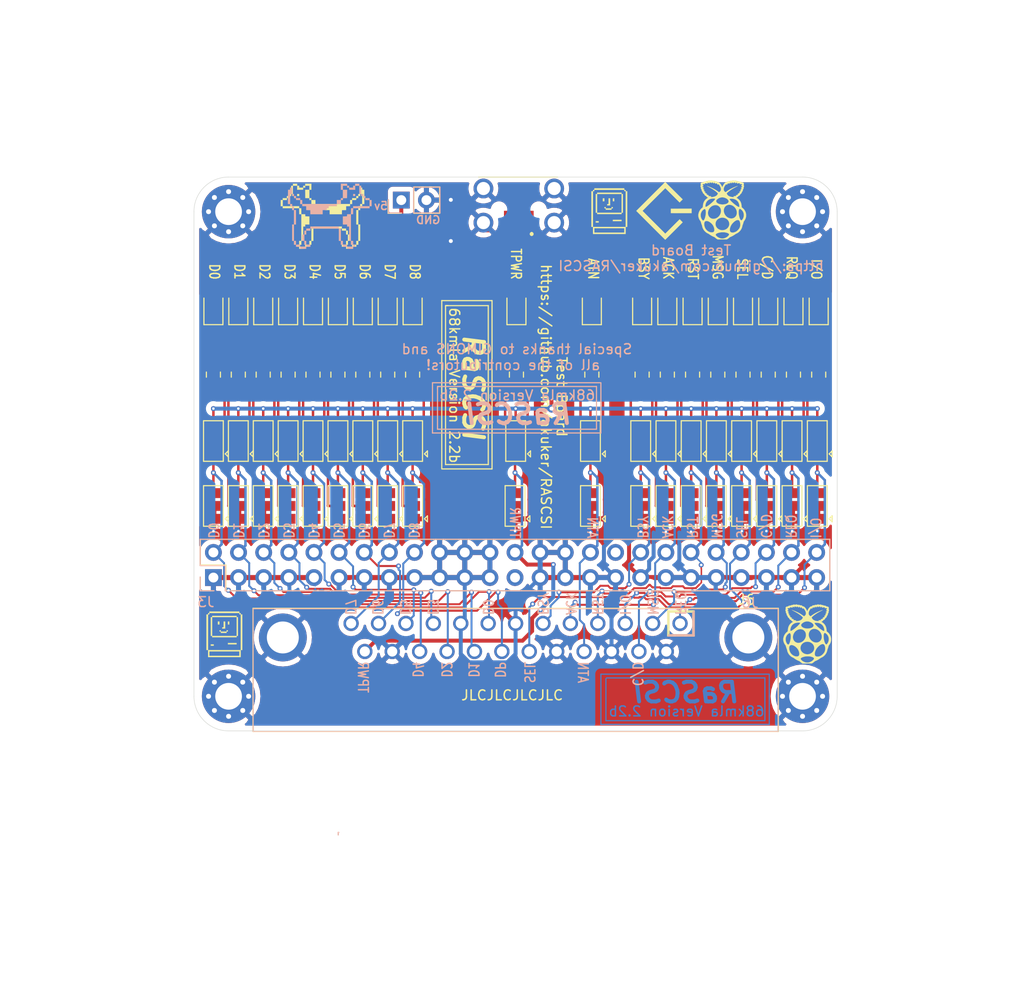
<source format=kicad_pcb>
(kicad_pcb (version 20171130) (host pcbnew "(5.1.4)-1")

  (general
    (thickness 1.6)
    (drawings 168)
    (tracks 745)
    (zones 0)
    (modules 91)
    (nets 84)
  )

  (page A4)
  (layers
    (0 Top signal)
    (31 Bottom signal hide)
    (32 B.Adhes user hide)
    (33 F.Adhes user hide)
    (34 B.Paste user hide)
    (35 F.Paste user hide)
    (36 B.SilkS user hide)
    (37 F.SilkS user)
    (38 B.Mask user hide)
    (39 F.Mask user hide)
    (40 Dwgs.User user hide)
    (41 Cmts.User user hide)
    (42 Eco1.User user)
    (43 Eco2.User user)
    (44 Edge.Cuts user)
    (45 Margin user)
    (46 B.CrtYd user)
    (47 F.CrtYd user)
    (48 B.Fab user)
    (49 F.Fab user)
  )

  (setup
    (last_trace_width 0.25)
    (user_trace_width 0.15)
    (user_trace_width 0.2)
    (user_trace_width 0.25)
    (user_trace_width 0.4)
    (user_trace_width 0.5)
    (trace_clearance 0.127)
    (zone_clearance 0.508)
    (zone_45_only no)
    (trace_min 0.127)
    (via_size 0.8)
    (via_drill 0.4)
    (via_min_size 0.45)
    (via_min_drill 0.2)
    (user_via 0.5 0.25)
    (user_via 0.8 0.4)
    (uvia_size 0.3)
    (uvia_drill 0.1)
    (uvias_allowed no)
    (uvia_min_size 0.2)
    (uvia_min_drill 0.1)
    (edge_width 0.05)
    (segment_width 0.2)
    (pcb_text_width 0.3)
    (pcb_text_size 1.5 1.5)
    (mod_edge_width 0.12)
    (mod_text_size 1 1)
    (mod_text_width 0.15)
    (pad_size 0.975 1.4)
    (pad_drill 0)
    (pad_to_mask_clearance 0.05)
    (aux_axis_origin 94.2 52.8)
    (visible_elements 7FFEFF7F)
    (pcbplotparams
      (layerselection 0x010f0_ffffffff)
      (usegerberextensions false)
      (usegerberattributes true)
      (usegerberadvancedattributes true)
      (creategerberjobfile true)
      (excludeedgelayer false)
      (linewidth 0.150000)
      (plotframeref false)
      (viasonmask false)
      (mode 1)
      (useauxorigin true)
      (hpglpennumber 1)
      (hpglpenspeed 20)
      (hpglpendiameter 15.000000)
      (psnegative false)
      (psa4output false)
      (plotreference true)
      (plotvalue true)
      (plotinvisibletext false)
      (padsonsilk false)
      (subtractmaskfromsilk false)
      (outputformat 1)
      (mirror false)
      (drillshape 0)
      (scaleselection 1)
      (outputdirectory "gerbers"))
  )

  (net 0 "")
  (net 1 GND)
  (net 2 +5V)
  (net 3 C-REQ)
  (net 4 C-MSG)
  (net 5 C-BSY)
  (net 6 C-SEL)
  (net 7 C-RST)
  (net 8 C-ACK)
  (net 9 C-ATN)
  (net 10 C-DP)
  (net 11 C-D0)
  (net 12 C-D1)
  (net 13 C-D2)
  (net 14 C-D3)
  (net 15 C-D4)
  (net 16 C-D5)
  (net 17 C-D6)
  (net 18 C-D7)
  (net 19 C-I_O)
  (net 20 C-C_D)
  (net 21 TERMPOW)
  (net 22 "Net-(D2-Pad2)")
  (net 23 "Net-(D3-Pad2)")
  (net 24 "Net-(D4-Pad2)")
  (net 25 "Net-(D1-Pad2)")
  (net 26 "Net-(D5-Pad1)")
  (net 27 "Net-(D1-Pad1)")
  (net 28 "Net-(D2-Pad1)")
  (net 29 "Net-(D3-Pad1)")
  (net 30 "Net-(D4-Pad1)")
  (net 31 "Net-(D5-Pad2)")
  (net 32 "Net-(D6-Pad2)")
  (net 33 "Net-(D6-Pad1)")
  (net 34 "Net-(D7-Pad2)")
  (net 35 "Net-(D7-Pad1)")
  (net 36 "Net-(D8-Pad2)")
  (net 37 "Net-(D8-Pad1)")
  (net 38 "Net-(D9-Pad2)")
  (net 39 "Net-(D9-Pad1)")
  (net 40 "Net-(D10-Pad2)")
  (net 41 "Net-(D10-Pad1)")
  (net 42 "Net-(D11-Pad2)")
  (net 43 "Net-(D11-Pad1)")
  (net 44 "Net-(D12-Pad2)")
  (net 45 "Net-(D12-Pad1)")
  (net 46 "Net-(D13-Pad2)")
  (net 47 "Net-(D13-Pad1)")
  (net 48 "Net-(D14-Pad2)")
  (net 49 "Net-(D14-Pad1)")
  (net 50 "Net-(D15-Pad2)")
  (net 51 "Net-(D15-Pad1)")
  (net 52 "Net-(D16-Pad2)")
  (net 53 "Net-(D16-Pad1)")
  (net 54 "Net-(D17-Pad2)")
  (net 55 "Net-(D17-Pad1)")
  (net 56 "Net-(D18-Pad2)")
  (net 57 "Net-(D18-Pad1)")
  (net 58 "Net-(D19-Pad2)")
  (net 59 "Net-(D19-Pad1)")
  (net 60 "Net-(J1-Pad4)")
  (net 61 "Net-(J1-Pad3)")
  (net 62 "Net-(J1-Pad2)")
  (net 63 "Net-(J2-Pad34)")
  (net 64 "Net-(J2-Pad25)")
  (net 65 "Net-(JP2-Pad2)")
  (net 66 "Net-(JP4-Pad2)")
  (net 67 "Net-(JP6-Pad2)")
  (net 68 "Net-(JP8-Pad2)")
  (net 69 "Net-(JP10-Pad2)")
  (net 70 "Net-(JP12-Pad2)")
  (net 71 "Net-(JP14-Pad2)")
  (net 72 "Net-(JP16-Pad2)")
  (net 73 "Net-(JP18-Pad2)")
  (net 74 "Net-(JP20-Pad2)")
  (net 75 "Net-(JP22-Pad2)")
  (net 76 "Net-(JP24-Pad2)")
  (net 77 "Net-(JP26-Pad2)")
  (net 78 "Net-(JP28-Pad2)")
  (net 79 "Net-(JP30-Pad2)")
  (net 80 "Net-(JP32-Pad2)")
  (net 81 "Net-(JP34-Pad2)")
  (net 82 "Net-(JP36-Pad2)")
  (net 83 "Net-(JP38-Pad2)")

  (net_class Default "This is the default net class."
    (clearance 0.127)
    (trace_width 0.25)
    (via_dia 0.8)
    (via_drill 0.4)
    (uvia_dia 0.3)
    (uvia_drill 0.1)
    (add_net +5V)
    (add_net C-ACK)
    (add_net C-ATN)
    (add_net C-BSY)
    (add_net C-C_D)
    (add_net C-D0)
    (add_net C-D1)
    (add_net C-D2)
    (add_net C-D3)
    (add_net C-D4)
    (add_net C-D5)
    (add_net C-D6)
    (add_net C-D7)
    (add_net C-DP)
    (add_net C-I_O)
    (add_net C-MSG)
    (add_net C-REQ)
    (add_net C-RST)
    (add_net C-SEL)
    (add_net GND)
    (add_net "Net-(D1-Pad1)")
    (add_net "Net-(D1-Pad2)")
    (add_net "Net-(D10-Pad1)")
    (add_net "Net-(D10-Pad2)")
    (add_net "Net-(D11-Pad1)")
    (add_net "Net-(D11-Pad2)")
    (add_net "Net-(D12-Pad1)")
    (add_net "Net-(D12-Pad2)")
    (add_net "Net-(D13-Pad1)")
    (add_net "Net-(D13-Pad2)")
    (add_net "Net-(D14-Pad1)")
    (add_net "Net-(D14-Pad2)")
    (add_net "Net-(D15-Pad1)")
    (add_net "Net-(D15-Pad2)")
    (add_net "Net-(D16-Pad1)")
    (add_net "Net-(D16-Pad2)")
    (add_net "Net-(D17-Pad1)")
    (add_net "Net-(D17-Pad2)")
    (add_net "Net-(D18-Pad1)")
    (add_net "Net-(D18-Pad2)")
    (add_net "Net-(D19-Pad1)")
    (add_net "Net-(D19-Pad2)")
    (add_net "Net-(D2-Pad1)")
    (add_net "Net-(D2-Pad2)")
    (add_net "Net-(D3-Pad1)")
    (add_net "Net-(D3-Pad2)")
    (add_net "Net-(D4-Pad1)")
    (add_net "Net-(D4-Pad2)")
    (add_net "Net-(D5-Pad1)")
    (add_net "Net-(D5-Pad2)")
    (add_net "Net-(D6-Pad1)")
    (add_net "Net-(D6-Pad2)")
    (add_net "Net-(D7-Pad1)")
    (add_net "Net-(D7-Pad2)")
    (add_net "Net-(D8-Pad1)")
    (add_net "Net-(D8-Pad2)")
    (add_net "Net-(D9-Pad1)")
    (add_net "Net-(D9-Pad2)")
    (add_net "Net-(J1-Pad2)")
    (add_net "Net-(J1-Pad3)")
    (add_net "Net-(J1-Pad4)")
    (add_net "Net-(J2-Pad25)")
    (add_net "Net-(J2-Pad34)")
    (add_net "Net-(JP10-Pad2)")
    (add_net "Net-(JP12-Pad2)")
    (add_net "Net-(JP14-Pad2)")
    (add_net "Net-(JP16-Pad2)")
    (add_net "Net-(JP18-Pad2)")
    (add_net "Net-(JP2-Pad2)")
    (add_net "Net-(JP20-Pad2)")
    (add_net "Net-(JP22-Pad2)")
    (add_net "Net-(JP24-Pad2)")
    (add_net "Net-(JP26-Pad2)")
    (add_net "Net-(JP28-Pad2)")
    (add_net "Net-(JP30-Pad2)")
    (add_net "Net-(JP32-Pad2)")
    (add_net "Net-(JP34-Pad2)")
    (add_net "Net-(JP36-Pad2)")
    (add_net "Net-(JP38-Pad2)")
    (add_net "Net-(JP4-Pad2)")
    (add_net "Net-(JP6-Pad2)")
    (add_net "Net-(JP8-Pad2)")
    (add_net TERMPOW)
  )

  (module Resistor_SMD:R_0805_2012Metric (layer Top) (tedit 5B36C52B) (tstamp 5F3F64C8)
    (at 191.563622 62.4745 270)
    (descr "Resistor SMD 0805 (2012 Metric), square (rectangular) end terminal, IPC_7351 nominal, (Body size source: https://docs.google.com/spreadsheets/d/1BsfQQcO9C6DZCsRaXUlFlo91Tg2WpOkGARC1WS5S8t0/edit?usp=sharing), generated with kicad-footprint-generator")
    (tags resistor)
    (path /5F47F761/5F454172)
    (attr smd)
    (fp_text reference R19 (at 0 -1.65 90) (layer Cmts.User)
      (effects (font (size 1 1) (thickness 0.15)))
    )
    (fp_text value 220 (at 0 1.65 90) (layer Cmts.User)
      (effects (font (size 1 1) (thickness 0.15)))
    )
    (fp_text user %R (at 0 0 90) (layer Cmts.User)
      (effects (font (size 0.5 0.5) (thickness 0.08)))
    )
    (fp_line (start -1 0.6) (end -1 -0.6) (layer F.Fab) (width 0.1))
    (fp_line (start -1 -0.6) (end 1 -0.6) (layer F.Fab) (width 0.1))
    (fp_line (start 1 -0.6) (end 1 0.6) (layer F.Fab) (width 0.1))
    (fp_line (start 1 0.6) (end -1 0.6) (layer F.Fab) (width 0.1))
    (fp_line (start -0.258578 -0.71) (end 0.258578 -0.71) (layer F.SilkS) (width 0.12))
    (fp_line (start -0.258578 0.71) (end 0.258578 0.71) (layer F.SilkS) (width 0.12))
    (fp_line (start -1.68 0.95) (end -1.68 -0.95) (layer F.CrtYd) (width 0.05))
    (fp_line (start -1.68 -0.95) (end 1.68 -0.95) (layer F.CrtYd) (width 0.05))
    (fp_line (start 1.68 -0.95) (end 1.68 0.95) (layer F.CrtYd) (width 0.05))
    (fp_line (start 1.68 0.95) (end -1.68 0.95) (layer F.CrtYd) (width 0.05))
    (pad 2 smd roundrect (at 0.9375 0 270) (size 0.975 1.4) (layers Top F.Paste F.Mask) (roundrect_rratio 0.25)
      (net 83 "Net-(JP38-Pad2)"))
    (pad 1 smd roundrect (at -0.9375 0 270) (size 0.975 1.4) (layers Top F.Paste F.Mask) (roundrect_rratio 0.25)
      (net 59 "Net-(D19-Pad1)"))
    (model ${KISYS3DMOD}/Resistor_SMD.3dshapes/R_0805_2012Metric.wrl
      (at (xyz 0 0 0))
      (scale (xyz 1 1 1))
      (rotate (xyz 0 0 0))
    )
  )

  (module Resistor_SMD:R_0805_2012Metric (layer Top) (tedit 5B36C52B) (tstamp 5F3F64B1)
    (at 189.047435 62.4745 270)
    (descr "Resistor SMD 0805 (2012 Metric), square (rectangular) end terminal, IPC_7351 nominal, (Body size source: https://docs.google.com/spreadsheets/d/1BsfQQcO9C6DZCsRaXUlFlo91Tg2WpOkGARC1WS5S8t0/edit?usp=sharing), generated with kicad-footprint-generator")
    (tags resistor)
    (path /5F47F75E/5F454172)
    (attr smd)
    (fp_text reference R18 (at 0 -1.65 90) (layer Cmts.User)
      (effects (font (size 1 1) (thickness 0.15)))
    )
    (fp_text value 220 (at 0 1.65 90) (layer Cmts.User)
      (effects (font (size 1 1) (thickness 0.15)))
    )
    (fp_text user %R (at 0 0 90) (layer Cmts.User)
      (effects (font (size 0.5 0.5) (thickness 0.08)))
    )
    (fp_line (start -1 0.6) (end -1 -0.6) (layer F.Fab) (width 0.1))
    (fp_line (start -1 -0.6) (end 1 -0.6) (layer F.Fab) (width 0.1))
    (fp_line (start 1 -0.6) (end 1 0.6) (layer F.Fab) (width 0.1))
    (fp_line (start 1 0.6) (end -1 0.6) (layer F.Fab) (width 0.1))
    (fp_line (start -0.258578 -0.71) (end 0.258578 -0.71) (layer F.SilkS) (width 0.12))
    (fp_line (start -0.258578 0.71) (end 0.258578 0.71) (layer F.SilkS) (width 0.12))
    (fp_line (start -1.68 0.95) (end -1.68 -0.95) (layer F.CrtYd) (width 0.05))
    (fp_line (start -1.68 -0.95) (end 1.68 -0.95) (layer F.CrtYd) (width 0.05))
    (fp_line (start 1.68 -0.95) (end 1.68 0.95) (layer F.CrtYd) (width 0.05))
    (fp_line (start 1.68 0.95) (end -1.68 0.95) (layer F.CrtYd) (width 0.05))
    (pad 2 smd roundrect (at 0.9375 0 270) (size 0.975 1.4) (layers Top F.Paste F.Mask) (roundrect_rratio 0.25)
      (net 82 "Net-(JP36-Pad2)"))
    (pad 1 smd roundrect (at -0.9375 0 270) (size 0.975 1.4) (layers Top F.Paste F.Mask) (roundrect_rratio 0.25)
      (net 57 "Net-(D18-Pad1)"))
    (model ${KISYS3DMOD}/Resistor_SMD.3dshapes/R_0805_2012Metric.wrl
      (at (xyz 0 0 0))
      (scale (xyz 1 1 1))
      (rotate (xyz 0 0 0))
    )
  )

  (module Resistor_SMD:R_0805_2012Metric (layer Top) (tedit 5B36C52B) (tstamp 5F3F649A)
    (at 207.089 62.4745 270)
    (descr "Resistor SMD 0805 (2012 Metric), square (rectangular) end terminal, IPC_7351 nominal, (Body size source: https://docs.google.com/spreadsheets/d/1BsfQQcO9C6DZCsRaXUlFlo91Tg2WpOkGARC1WS5S8t0/edit?usp=sharing), generated with kicad-footprint-generator")
    (tags resistor)
    (path /5F47D326/5F454172)
    (attr smd)
    (fp_text reference R17 (at 0 -1.65 90) (layer Cmts.User)
      (effects (font (size 1 1) (thickness 0.15)))
    )
    (fp_text value 220 (at 0 1.65 90) (layer Cmts.User)
      (effects (font (size 1 1) (thickness 0.15)))
    )
    (fp_text user %R (at 0 0 90) (layer Cmts.User)
      (effects (font (size 0.5 0.5) (thickness 0.08)))
    )
    (fp_line (start -1 0.6) (end -1 -0.6) (layer F.Fab) (width 0.1))
    (fp_line (start -1 -0.6) (end 1 -0.6) (layer F.Fab) (width 0.1))
    (fp_line (start 1 -0.6) (end 1 0.6) (layer F.Fab) (width 0.1))
    (fp_line (start 1 0.6) (end -1 0.6) (layer F.Fab) (width 0.1))
    (fp_line (start -0.258578 -0.71) (end 0.258578 -0.71) (layer F.SilkS) (width 0.12))
    (fp_line (start -0.258578 0.71) (end 0.258578 0.71) (layer F.SilkS) (width 0.12))
    (fp_line (start -1.68 0.95) (end -1.68 -0.95) (layer F.CrtYd) (width 0.05))
    (fp_line (start -1.68 -0.95) (end 1.68 -0.95) (layer F.CrtYd) (width 0.05))
    (fp_line (start 1.68 -0.95) (end 1.68 0.95) (layer F.CrtYd) (width 0.05))
    (fp_line (start 1.68 0.95) (end -1.68 0.95) (layer F.CrtYd) (width 0.05))
    (pad 2 smd roundrect (at 0.9375 0 270) (size 0.975 1.4) (layers Top F.Paste F.Mask) (roundrect_rratio 0.25)
      (net 81 "Net-(JP34-Pad2)"))
    (pad 1 smd roundrect (at -0.9375 0 270) (size 0.975 1.4) (layers Top F.Paste F.Mask) (roundrect_rratio 0.25)
      (net 55 "Net-(D17-Pad1)"))
    (model ${KISYS3DMOD}/Resistor_SMD.3dshapes/R_0805_2012Metric.wrl
      (at (xyz 0 0 0))
      (scale (xyz 1 1 1))
      (rotate (xyz 0 0 0))
    )
  )

  (module Resistor_SMD:R_0805_2012Metric (layer Top) (tedit 5B36C52B) (tstamp 5F3F6483)
    (at 186.531248 62.4745 270)
    (descr "Resistor SMD 0805 (2012 Metric), square (rectangular) end terminal, IPC_7351 nominal, (Body size source: https://docs.google.com/spreadsheets/d/1BsfQQcO9C6DZCsRaXUlFlo91Tg2WpOkGARC1WS5S8t0/edit?usp=sharing), generated with kicad-footprint-generator")
    (tags resistor)
    (path /5F47535E/5F454172)
    (attr smd)
    (fp_text reference R16 (at 0 -1.65 90) (layer Cmts.User)
      (effects (font (size 1 1) (thickness 0.15)))
    )
    (fp_text value 220 (at 0 1.65 90) (layer Cmts.User)
      (effects (font (size 1 1) (thickness 0.15)))
    )
    (fp_text user %R (at 0 0 90) (layer Cmts.User)
      (effects (font (size 0.5 0.5) (thickness 0.08)))
    )
    (fp_line (start -1 0.6) (end -1 -0.6) (layer F.Fab) (width 0.1))
    (fp_line (start -1 -0.6) (end 1 -0.6) (layer F.Fab) (width 0.1))
    (fp_line (start 1 -0.6) (end 1 0.6) (layer F.Fab) (width 0.1))
    (fp_line (start 1 0.6) (end -1 0.6) (layer F.Fab) (width 0.1))
    (fp_line (start -0.258578 -0.71) (end 0.258578 -0.71) (layer F.SilkS) (width 0.12))
    (fp_line (start -0.258578 0.71) (end 0.258578 0.71) (layer F.SilkS) (width 0.12))
    (fp_line (start -1.68 0.95) (end -1.68 -0.95) (layer F.CrtYd) (width 0.05))
    (fp_line (start -1.68 -0.95) (end 1.68 -0.95) (layer F.CrtYd) (width 0.05))
    (fp_line (start 1.68 -0.95) (end 1.68 0.95) (layer F.CrtYd) (width 0.05))
    (fp_line (start 1.68 0.95) (end -1.68 0.95) (layer F.CrtYd) (width 0.05))
    (pad 2 smd roundrect (at 0.9375 0 270) (size 0.975 1.4) (layers Top F.Paste F.Mask) (roundrect_rratio 0.25)
      (net 80 "Net-(JP32-Pad2)"))
    (pad 1 smd roundrect (at -0.9375 0 270) (size 0.975 1.4) (layers Top F.Paste F.Mask) (roundrect_rratio 0.25)
      (net 53 "Net-(D16-Pad1)"))
    (model ${KISYS3DMOD}/Resistor_SMD.3dshapes/R_0805_2012Metric.wrl
      (at (xyz 0 0 0))
      (scale (xyz 1 1 1))
      (rotate (xyz 0 0 0))
    )
  )

  (module Resistor_SMD:R_0805_2012Metric (layer Top) (tedit 5B36C52B) (tstamp 5F3F646C)
    (at 181.498874 62.4745 270)
    (descr "Resistor SMD 0805 (2012 Metric), square (rectangular) end terminal, IPC_7351 nominal, (Body size source: https://docs.google.com/spreadsheets/d/1BsfQQcO9C6DZCsRaXUlFlo91Tg2WpOkGARC1WS5S8t0/edit?usp=sharing), generated with kicad-footprint-generator")
    (tags resistor)
    (path /5F47535B/5F454172)
    (attr smd)
    (fp_text reference R15 (at 0 -1.65 90) (layer Cmts.User)
      (effects (font (size 1 1) (thickness 0.15)))
    )
    (fp_text value 220 (at 0 1.65 90) (layer Cmts.User)
      (effects (font (size 1 1) (thickness 0.15)))
    )
    (fp_text user %R (at 0 0 90) (layer Cmts.User)
      (effects (font (size 0.5 0.5) (thickness 0.08)))
    )
    (fp_line (start -1 0.6) (end -1 -0.6) (layer F.Fab) (width 0.1))
    (fp_line (start -1 -0.6) (end 1 -0.6) (layer F.Fab) (width 0.1))
    (fp_line (start 1 -0.6) (end 1 0.6) (layer F.Fab) (width 0.1))
    (fp_line (start 1 0.6) (end -1 0.6) (layer F.Fab) (width 0.1))
    (fp_line (start -0.258578 -0.71) (end 0.258578 -0.71) (layer F.SilkS) (width 0.12))
    (fp_line (start -0.258578 0.71) (end 0.258578 0.71) (layer F.SilkS) (width 0.12))
    (fp_line (start -1.68 0.95) (end -1.68 -0.95) (layer F.CrtYd) (width 0.05))
    (fp_line (start -1.68 -0.95) (end 1.68 -0.95) (layer F.CrtYd) (width 0.05))
    (fp_line (start 1.68 -0.95) (end 1.68 0.95) (layer F.CrtYd) (width 0.05))
    (fp_line (start 1.68 0.95) (end -1.68 0.95) (layer F.CrtYd) (width 0.05))
    (pad 2 smd roundrect (at 0.9375 0 270) (size 0.975 1.4) (layers Top F.Paste F.Mask) (roundrect_rratio 0.25)
      (net 79 "Net-(JP30-Pad2)"))
    (pad 1 smd roundrect (at -0.9375 0 270) (size 0.975 1.4) (layers Top F.Paste F.Mask) (roundrect_rratio 0.25)
      (net 51 "Net-(D15-Pad1)"))
    (model ${KISYS3DMOD}/Resistor_SMD.3dshapes/R_0805_2012Metric.wrl
      (at (xyz 0 0 0))
      (scale (xyz 1 1 1))
      (rotate (xyz 0 0 0))
    )
  )

  (module Resistor_SMD:R_0805_2012Metric (layer Top) (tedit 5B36C52B) (tstamp 5F3F6455)
    (at 196.595996 62.4745 270)
    (descr "Resistor SMD 0805 (2012 Metric), square (rectangular) end terminal, IPC_7351 nominal, (Body size source: https://docs.google.com/spreadsheets/d/1BsfQQcO9C6DZCsRaXUlFlo91Tg2WpOkGARC1WS5S8t0/edit?usp=sharing), generated with kicad-footprint-generator")
    (tags resistor)
    (path /5F475358/5F454172)
    (attr smd)
    (fp_text reference R14 (at 0 -1.65 90) (layer Cmts.User)
      (effects (font (size 1 1) (thickness 0.15)))
    )
    (fp_text value 220 (at 0 1.65 90) (layer Cmts.User)
      (effects (font (size 1 1) (thickness 0.15)))
    )
    (fp_text user %R (at 0 0 90) (layer Cmts.User)
      (effects (font (size 0.5 0.5) (thickness 0.08)))
    )
    (fp_line (start -1 0.6) (end -1 -0.6) (layer F.Fab) (width 0.1))
    (fp_line (start -1 -0.6) (end 1 -0.6) (layer F.Fab) (width 0.1))
    (fp_line (start 1 -0.6) (end 1 0.6) (layer F.Fab) (width 0.1))
    (fp_line (start 1 0.6) (end -1 0.6) (layer F.Fab) (width 0.1))
    (fp_line (start -0.258578 -0.71) (end 0.258578 -0.71) (layer F.SilkS) (width 0.12))
    (fp_line (start -0.258578 0.71) (end 0.258578 0.71) (layer F.SilkS) (width 0.12))
    (fp_line (start -1.68 0.95) (end -1.68 -0.95) (layer F.CrtYd) (width 0.05))
    (fp_line (start -1.68 -0.95) (end 1.68 -0.95) (layer F.CrtYd) (width 0.05))
    (fp_line (start 1.68 -0.95) (end 1.68 0.95) (layer F.CrtYd) (width 0.05))
    (fp_line (start 1.68 0.95) (end -1.68 0.95) (layer F.CrtYd) (width 0.05))
    (pad 2 smd roundrect (at 0.9375 0 270) (size 0.975 1.4) (layers Top F.Paste F.Mask) (roundrect_rratio 0.25)
      (net 78 "Net-(JP28-Pad2)"))
    (pad 1 smd roundrect (at -0.9375 0 270) (size 0.975 1.4) (layers Top F.Paste F.Mask) (roundrect_rratio 0.25)
      (net 49 "Net-(D14-Pad1)"))
    (model ${KISYS3DMOD}/Resistor_SMD.3dshapes/R_0805_2012Metric.wrl
      (at (xyz 0 0 0))
      (scale (xyz 1 1 1))
      (rotate (xyz 0 0 0))
    )
  )

  (module Resistor_SMD:R_0805_2012Metric (layer Top) (tedit 5B36C52B) (tstamp 5F3FAC25)
    (at 229.985284 62.4745 270)
    (descr "Resistor SMD 0805 (2012 Metric), square (rectangular) end terminal, IPC_7351 nominal, (Body size source: https://docs.google.com/spreadsheets/d/1BsfQQcO9C6DZCsRaXUlFlo91Tg2WpOkGARC1WS5S8t0/edit?usp=sharing), generated with kicad-footprint-generator")
    (tags resistor)
    (path /5F475355/5F454172)
    (attr smd)
    (fp_text reference R13 (at 0 -1.65 90) (layer Cmts.User)
      (effects (font (size 1 1) (thickness 0.15)))
    )
    (fp_text value 220 (at 0 1.65 90) (layer Cmts.User)
      (effects (font (size 1 1) (thickness 0.15)))
    )
    (fp_text user %R (at 0 0 90) (layer Cmts.User)
      (effects (font (size 0.5 0.5) (thickness 0.08)))
    )
    (fp_line (start -1 0.6) (end -1 -0.6) (layer F.Fab) (width 0.1))
    (fp_line (start -1 -0.6) (end 1 -0.6) (layer F.Fab) (width 0.1))
    (fp_line (start 1 -0.6) (end 1 0.6) (layer F.Fab) (width 0.1))
    (fp_line (start 1 0.6) (end -1 0.6) (layer F.Fab) (width 0.1))
    (fp_line (start -0.258578 -0.71) (end 0.258578 -0.71) (layer F.SilkS) (width 0.12))
    (fp_line (start -0.258578 0.71) (end 0.258578 0.71) (layer F.SilkS) (width 0.12))
    (fp_line (start -1.68 0.95) (end -1.68 -0.95) (layer F.CrtYd) (width 0.05))
    (fp_line (start -1.68 -0.95) (end 1.68 -0.95) (layer F.CrtYd) (width 0.05))
    (fp_line (start 1.68 -0.95) (end 1.68 0.95) (layer F.CrtYd) (width 0.05))
    (fp_line (start 1.68 0.95) (end -1.68 0.95) (layer F.CrtYd) (width 0.05))
    (pad 2 smd roundrect (at 0.9375 0 270) (size 0.975 1.4) (layers Top F.Paste F.Mask) (roundrect_rratio 0.25)
      (net 77 "Net-(JP26-Pad2)"))
    (pad 1 smd roundrect (at -0.9375 0 270) (size 0.975 1.4) (layers Top F.Paste F.Mask) (roundrect_rratio 0.25)
      (net 47 "Net-(D13-Pad1)"))
    (model ${KISYS3DMOD}/Resistor_SMD.3dshapes/R_0805_2012Metric.wrl
      (at (xyz 0 0 0))
      (scale (xyz 1 1 1))
      (rotate (xyz 0 0 0))
    )
  )

  (module Resistor_SMD:R_0805_2012Metric (layer Top) (tedit 5B36C52B) (tstamp 5F3F6427)
    (at 214.709 62.4745 270)
    (descr "Resistor SMD 0805 (2012 Metric), square (rectangular) end terminal, IPC_7351 nominal, (Body size source: https://docs.google.com/spreadsheets/d/1BsfQQcO9C6DZCsRaXUlFlo91Tg2WpOkGARC1WS5S8t0/edit?usp=sharing), generated with kicad-footprint-generator")
    (tags resistor)
    (path /5F475352/5F454172)
    (attr smd)
    (fp_text reference R12 (at 0 -1.65 90) (layer Cmts.User)
      (effects (font (size 1 1) (thickness 0.15)))
    )
    (fp_text value 220 (at 0 1.65 90) (layer Cmts.User)
      (effects (font (size 1 1) (thickness 0.15)))
    )
    (fp_text user %R (at 0 0 90) (layer Cmts.User)
      (effects (font (size 0.5 0.5) (thickness 0.08)))
    )
    (fp_line (start -1 0.6) (end -1 -0.6) (layer F.Fab) (width 0.1))
    (fp_line (start -1 -0.6) (end 1 -0.6) (layer F.Fab) (width 0.1))
    (fp_line (start 1 -0.6) (end 1 0.6) (layer F.Fab) (width 0.1))
    (fp_line (start 1 0.6) (end -1 0.6) (layer F.Fab) (width 0.1))
    (fp_line (start -0.258578 -0.71) (end 0.258578 -0.71) (layer F.SilkS) (width 0.12))
    (fp_line (start -0.258578 0.71) (end 0.258578 0.71) (layer F.SilkS) (width 0.12))
    (fp_line (start -1.68 0.95) (end -1.68 -0.95) (layer F.CrtYd) (width 0.05))
    (fp_line (start -1.68 -0.95) (end 1.68 -0.95) (layer F.CrtYd) (width 0.05))
    (fp_line (start 1.68 -0.95) (end 1.68 0.95) (layer F.CrtYd) (width 0.05))
    (fp_line (start 1.68 0.95) (end -1.68 0.95) (layer F.CrtYd) (width 0.05))
    (pad 2 smd roundrect (at 0.9375 0 270) (size 0.975 1.4) (layers Top F.Paste F.Mask) (roundrect_rratio 0.25)
      (net 76 "Net-(JP24-Pad2)"))
    (pad 1 smd roundrect (at -0.9375 0 270) (size 0.975 1.4) (layers Top F.Paste F.Mask) (roundrect_rratio 0.25)
      (net 45 "Net-(D12-Pad1)"))
    (model ${KISYS3DMOD}/Resistor_SMD.3dshapes/R_0805_2012Metric.wrl
      (at (xyz 0 0 0))
      (scale (xyz 1 1 1))
      (rotate (xyz 0 0 0))
    )
  )

  (module Resistor_SMD:R_0805_2012Metric (layer Top) (tedit 5B36C52B) (tstamp 5F3F6410)
    (at 232.534355 62.4745 270)
    (descr "Resistor SMD 0805 (2012 Metric), square (rectangular) end terminal, IPC_7351 nominal, (Body size source: https://docs.google.com/spreadsheets/d/1BsfQQcO9C6DZCsRaXUlFlo91Tg2WpOkGARC1WS5S8t0/edit?usp=sharing), generated with kicad-footprint-generator")
    (tags resistor)
    (path /5F47534F/5F454172)
    (attr smd)
    (fp_text reference R11 (at 0 -1.65 90) (layer Cmts.User)
      (effects (font (size 1 1) (thickness 0.15)))
    )
    (fp_text value 220 (at 0 1.65 90) (layer Cmts.User)
      (effects (font (size 1 1) (thickness 0.15)))
    )
    (fp_text user %R (at 0 0 90) (layer Cmts.User)
      (effects (font (size 0.5 0.5) (thickness 0.08)))
    )
    (fp_line (start -1 0.6) (end -1 -0.6) (layer F.Fab) (width 0.1))
    (fp_line (start -1 -0.6) (end 1 -0.6) (layer F.Fab) (width 0.1))
    (fp_line (start 1 -0.6) (end 1 0.6) (layer F.Fab) (width 0.1))
    (fp_line (start 1 0.6) (end -1 0.6) (layer F.Fab) (width 0.1))
    (fp_line (start -0.258578 -0.71) (end 0.258578 -0.71) (layer F.SilkS) (width 0.12))
    (fp_line (start -0.258578 0.71) (end 0.258578 0.71) (layer F.SilkS) (width 0.12))
    (fp_line (start -1.68 0.95) (end -1.68 -0.95) (layer F.CrtYd) (width 0.05))
    (fp_line (start -1.68 -0.95) (end 1.68 -0.95) (layer F.CrtYd) (width 0.05))
    (fp_line (start 1.68 -0.95) (end 1.68 0.95) (layer F.CrtYd) (width 0.05))
    (fp_line (start 1.68 0.95) (end -1.68 0.95) (layer F.CrtYd) (width 0.05))
    (pad 2 smd roundrect (at 0.9375 0 270) (size 0.975 1.4) (layers Top F.Paste F.Mask) (roundrect_rratio 0.25)
      (net 75 "Net-(JP22-Pad2)"))
    (pad 1 smd roundrect (at -0.9375 0 270) (size 0.975 1.4) (layers Top F.Paste F.Mask) (roundrect_rratio 0.25)
      (net 43 "Net-(D11-Pad1)"))
    (model ${KISYS3DMOD}/Resistor_SMD.3dshapes/R_0805_2012Metric.wrl
      (at (xyz 0 0 0))
      (scale (xyz 1 1 1))
      (rotate (xyz 0 0 0))
    )
  )

  (module Resistor_SMD:R_0805_2012Metric (layer Top) (tedit 5B36C52B) (tstamp 5F3F8480)
    (at 194.079809 62.4745 270)
    (descr "Resistor SMD 0805 (2012 Metric), square (rectangular) end terminal, IPC_7351 nominal, (Body size source: https://docs.google.com/spreadsheets/d/1BsfQQcO9C6DZCsRaXUlFlo91Tg2WpOkGARC1WS5S8t0/edit?usp=sharing), generated with kicad-footprint-generator")
    (tags resistor)
    (path /5F47534C/5F454172)
    (attr smd)
    (fp_text reference R10 (at 0 -1.65 90) (layer Cmts.User)
      (effects (font (size 1 1) (thickness 0.15)))
    )
    (fp_text value 220 (at 0 1.65 90) (layer Cmts.User)
      (effects (font (size 1 1) (thickness 0.15)))
    )
    (fp_text user %R (at 0 0 90) (layer Cmts.User)
      (effects (font (size 0.5 0.5) (thickness 0.08)))
    )
    (fp_line (start -1 0.6) (end -1 -0.6) (layer F.Fab) (width 0.1))
    (fp_line (start -1 -0.6) (end 1 -0.6) (layer F.Fab) (width 0.1))
    (fp_line (start 1 -0.6) (end 1 0.6) (layer F.Fab) (width 0.1))
    (fp_line (start 1 0.6) (end -1 0.6) (layer F.Fab) (width 0.1))
    (fp_line (start -0.258578 -0.71) (end 0.258578 -0.71) (layer F.SilkS) (width 0.12))
    (fp_line (start -0.258578 0.71) (end 0.258578 0.71) (layer F.SilkS) (width 0.12))
    (fp_line (start -1.68 0.95) (end -1.68 -0.95) (layer F.CrtYd) (width 0.05))
    (fp_line (start -1.68 -0.95) (end 1.68 -0.95) (layer F.CrtYd) (width 0.05))
    (fp_line (start 1.68 -0.95) (end 1.68 0.95) (layer F.CrtYd) (width 0.05))
    (fp_line (start 1.68 0.95) (end -1.68 0.95) (layer F.CrtYd) (width 0.05))
    (pad 2 smd roundrect (at 0.9375 0 270) (size 0.975 1.4) (layers Top F.Paste F.Mask) (roundrect_rratio 0.25)
      (net 74 "Net-(JP20-Pad2)"))
    (pad 1 smd roundrect (at -0.9375 0 270) (size 0.975 1.4) (layers Top F.Paste F.Mask) (roundrect_rratio 0.25)
      (net 41 "Net-(D10-Pad1)"))
    (model ${KISYS3DMOD}/Resistor_SMD.3dshapes/R_0805_2012Metric.wrl
      (at (xyz 0 0 0))
      (scale (xyz 1 1 1))
      (rotate (xyz 0 0 0))
    )
  )

  (module Resistor_SMD:R_0805_2012Metric (layer Top) (tedit 5B36C52B) (tstamp 5F3F63E2)
    (at 178.982687 62.4745 270)
    (descr "Resistor SMD 0805 (2012 Metric), square (rectangular) end terminal, IPC_7351 nominal, (Body size source: https://docs.google.com/spreadsheets/d/1BsfQQcO9C6DZCsRaXUlFlo91Tg2WpOkGARC1WS5S8t0/edit?usp=sharing), generated with kicad-footprint-generator")
    (tags resistor)
    (path /5F475349/5F454172)
    (attr smd)
    (fp_text reference R9 (at 0 -1.65 90) (layer Cmts.User)
      (effects (font (size 1 1) (thickness 0.15)))
    )
    (fp_text value 220 (at 0 1.65 90) (layer Cmts.User)
      (effects (font (size 1 1) (thickness 0.15)))
    )
    (fp_text user %R (at 0 0 90) (layer Cmts.User)
      (effects (font (size 0.5 0.5) (thickness 0.08)))
    )
    (fp_line (start -1 0.6) (end -1 -0.6) (layer F.Fab) (width 0.1))
    (fp_line (start -1 -0.6) (end 1 -0.6) (layer F.Fab) (width 0.1))
    (fp_line (start 1 -0.6) (end 1 0.6) (layer F.Fab) (width 0.1))
    (fp_line (start 1 0.6) (end -1 0.6) (layer F.Fab) (width 0.1))
    (fp_line (start -0.258578 -0.71) (end 0.258578 -0.71) (layer F.SilkS) (width 0.12))
    (fp_line (start -0.258578 0.71) (end 0.258578 0.71) (layer F.SilkS) (width 0.12))
    (fp_line (start -1.68 0.95) (end -1.68 -0.95) (layer F.CrtYd) (width 0.05))
    (fp_line (start -1.68 -0.95) (end 1.68 -0.95) (layer F.CrtYd) (width 0.05))
    (fp_line (start 1.68 -0.95) (end 1.68 0.95) (layer F.CrtYd) (width 0.05))
    (fp_line (start 1.68 0.95) (end -1.68 0.95) (layer F.CrtYd) (width 0.05))
    (pad 2 smd roundrect (at 0.9375 0 270) (size 0.975 1.4) (layers Top F.Paste F.Mask) (roundrect_rratio 0.25)
      (net 73 "Net-(JP18-Pad2)"))
    (pad 1 smd roundrect (at -0.9375 0 270) (size 0.975 1.4) (layers Top F.Paste F.Mask) (roundrect_rratio 0.25)
      (net 39 "Net-(D9-Pad1)"))
    (model ${KISYS3DMOD}/Resistor_SMD.3dshapes/R_0805_2012Metric.wrl
      (at (xyz 0 0 0))
      (scale (xyz 1 1 1))
      (rotate (xyz 0 0 0))
    )
  )

  (module Resistor_SMD:R_0805_2012Metric (layer Top) (tedit 5B36C52B) (tstamp 5F3F63CB)
    (at 184.015061 62.4745 270)
    (descr "Resistor SMD 0805 (2012 Metric), square (rectangular) end terminal, IPC_7351 nominal, (Body size source: https://docs.google.com/spreadsheets/d/1BsfQQcO9C6DZCsRaXUlFlo91Tg2WpOkGARC1WS5S8t0/edit?usp=sharing), generated with kicad-footprint-generator")
    (tags resistor)
    (path /5F471CD8/5F454172)
    (attr smd)
    (fp_text reference R8 (at 0 -1.65 90) (layer Cmts.User)
      (effects (font (size 1 1) (thickness 0.15)))
    )
    (fp_text value 220 (at 0 1.65 90) (layer Cmts.User)
      (effects (font (size 1 1) (thickness 0.15)))
    )
    (fp_text user %R (at 0 0 90) (layer Cmts.User)
      (effects (font (size 0.5 0.5) (thickness 0.08)))
    )
    (fp_line (start -1 0.6) (end -1 -0.6) (layer F.Fab) (width 0.1))
    (fp_line (start -1 -0.6) (end 1 -0.6) (layer F.Fab) (width 0.1))
    (fp_line (start 1 -0.6) (end 1 0.6) (layer F.Fab) (width 0.1))
    (fp_line (start 1 0.6) (end -1 0.6) (layer F.Fab) (width 0.1))
    (fp_line (start -0.258578 -0.71) (end 0.258578 -0.71) (layer F.SilkS) (width 0.12))
    (fp_line (start -0.258578 0.71) (end 0.258578 0.71) (layer F.SilkS) (width 0.12))
    (fp_line (start -1.68 0.95) (end -1.68 -0.95) (layer F.CrtYd) (width 0.05))
    (fp_line (start -1.68 -0.95) (end 1.68 -0.95) (layer F.CrtYd) (width 0.05))
    (fp_line (start 1.68 -0.95) (end 1.68 0.95) (layer F.CrtYd) (width 0.05))
    (fp_line (start 1.68 0.95) (end -1.68 0.95) (layer F.CrtYd) (width 0.05))
    (pad 2 smd roundrect (at 0.9375 0 270) (size 0.975 1.4) (layers Top F.Paste F.Mask) (roundrect_rratio 0.25)
      (net 72 "Net-(JP16-Pad2)"))
    (pad 1 smd roundrect (at -0.9375 0 270) (size 0.975 1.4) (layers Top F.Paste F.Mask) (roundrect_rratio 0.25)
      (net 37 "Net-(D8-Pad1)"))
    (model ${KISYS3DMOD}/Resistor_SMD.3dshapes/R_0805_2012Metric.wrl
      (at (xyz 0 0 0))
      (scale (xyz 1 1 1))
      (rotate (xyz 0 0 0))
    )
  )

  (module Resistor_SMD:R_0805_2012Metric (layer Top) (tedit 5B36C52B) (tstamp 5F3F63B4)
    (at 176.4665 62.4745 270)
    (descr "Resistor SMD 0805 (2012 Metric), square (rectangular) end terminal, IPC_7351 nominal, (Body size source: https://docs.google.com/spreadsheets/d/1BsfQQcO9C6DZCsRaXUlFlo91Tg2WpOkGARC1WS5S8t0/edit?usp=sharing), generated with kicad-footprint-generator")
    (tags resistor)
    (path /5F46F8F0/5F454172)
    (attr smd)
    (fp_text reference R7 (at 0 -1.65 90) (layer Cmts.User)
      (effects (font (size 1 1) (thickness 0.15)))
    )
    (fp_text value 220 (at 0 1.65 90) (layer Cmts.User)
      (effects (font (size 1 1) (thickness 0.15)))
    )
    (fp_text user %R (at 0 0 90) (layer Cmts.User)
      (effects (font (size 0.5 0.5) (thickness 0.08)))
    )
    (fp_line (start -1 0.6) (end -1 -0.6) (layer F.Fab) (width 0.1))
    (fp_line (start -1 -0.6) (end 1 -0.6) (layer F.Fab) (width 0.1))
    (fp_line (start 1 -0.6) (end 1 0.6) (layer F.Fab) (width 0.1))
    (fp_line (start 1 0.6) (end -1 0.6) (layer F.Fab) (width 0.1))
    (fp_line (start -0.258578 -0.71) (end 0.258578 -0.71) (layer F.SilkS) (width 0.12))
    (fp_line (start -0.258578 0.71) (end 0.258578 0.71) (layer F.SilkS) (width 0.12))
    (fp_line (start -1.68 0.95) (end -1.68 -0.95) (layer F.CrtYd) (width 0.05))
    (fp_line (start -1.68 -0.95) (end 1.68 -0.95) (layer F.CrtYd) (width 0.05))
    (fp_line (start 1.68 -0.95) (end 1.68 0.95) (layer F.CrtYd) (width 0.05))
    (fp_line (start 1.68 0.95) (end -1.68 0.95) (layer F.CrtYd) (width 0.05))
    (pad 2 smd roundrect (at 0.9375 0 270) (size 0.975 1.4) (layers Top F.Paste F.Mask) (roundrect_rratio 0.25)
      (net 71 "Net-(JP14-Pad2)"))
    (pad 1 smd roundrect (at -0.9375 0 270) (size 0.975 1.4) (layers Top F.Paste F.Mask) (roundrect_rratio 0.25)
      (net 35 "Net-(D7-Pad1)"))
    (model ${KISYS3DMOD}/Resistor_SMD.3dshapes/R_0805_2012Metric.wrl
      (at (xyz 0 0 0))
      (scale (xyz 1 1 1))
      (rotate (xyz 0 0 0))
    )
  )

  (module Resistor_SMD:R_0805_2012Metric (layer Top) (tedit 5B36C52B) (tstamp 5F3F639D)
    (at 222.338071 62.4745 270)
    (descr "Resistor SMD 0805 (2012 Metric), square (rectangular) end terminal, IPC_7351 nominal, (Body size source: https://docs.google.com/spreadsheets/d/1BsfQQcO9C6DZCsRaXUlFlo91Tg2WpOkGARC1WS5S8t0/edit?usp=sharing), generated with kicad-footprint-generator")
    (tags resistor)
    (path /5F46D4C3/5F454172)
    (attr smd)
    (fp_text reference R6 (at 0 -1.65 90) (layer Cmts.User)
      (effects (font (size 1 1) (thickness 0.15)))
    )
    (fp_text value 220 (at 0 1.65 90) (layer Cmts.User)
      (effects (font (size 1 1) (thickness 0.15)))
    )
    (fp_text user %R (at 0 0 90) (layer Cmts.User)
      (effects (font (size 0.5 0.5) (thickness 0.08)))
    )
    (fp_line (start -1 0.6) (end -1 -0.6) (layer F.Fab) (width 0.1))
    (fp_line (start -1 -0.6) (end 1 -0.6) (layer F.Fab) (width 0.1))
    (fp_line (start 1 -0.6) (end 1 0.6) (layer F.Fab) (width 0.1))
    (fp_line (start 1 0.6) (end -1 0.6) (layer F.Fab) (width 0.1))
    (fp_line (start -0.258578 -0.71) (end 0.258578 -0.71) (layer F.SilkS) (width 0.12))
    (fp_line (start -0.258578 0.71) (end 0.258578 0.71) (layer F.SilkS) (width 0.12))
    (fp_line (start -1.68 0.95) (end -1.68 -0.95) (layer F.CrtYd) (width 0.05))
    (fp_line (start -1.68 -0.95) (end 1.68 -0.95) (layer F.CrtYd) (width 0.05))
    (fp_line (start 1.68 -0.95) (end 1.68 0.95) (layer F.CrtYd) (width 0.05))
    (fp_line (start 1.68 0.95) (end -1.68 0.95) (layer F.CrtYd) (width 0.05))
    (pad 2 smd roundrect (at 0.9375 0 270) (size 0.975 1.4) (layers Top F.Paste F.Mask) (roundrect_rratio 0.25)
      (net 70 "Net-(JP12-Pad2)"))
    (pad 1 smd roundrect (at -0.9375 0 270) (size 0.975 1.4) (layers Top F.Paste F.Mask) (roundrect_rratio 0.25)
      (net 33 "Net-(D6-Pad1)"))
    (model ${KISYS3DMOD}/Resistor_SMD.3dshapes/R_0805_2012Metric.wrl
      (at (xyz 0 0 0))
      (scale (xyz 1 1 1))
      (rotate (xyz 0 0 0))
    )
  )

  (module Resistor_SMD:R_0805_2012Metric (layer Top) (tedit 5B36C52B) (tstamp 5F3F6386)
    (at 224.887142 62.4745 270)
    (descr "Resistor SMD 0805 (2012 Metric), square (rectangular) end terminal, IPC_7351 nominal, (Body size source: https://docs.google.com/spreadsheets/d/1BsfQQcO9C6DZCsRaXUlFlo91Tg2WpOkGARC1WS5S8t0/edit?usp=sharing), generated with kicad-footprint-generator")
    (tags resistor)
    (path /5F46B0F1/5F454172)
    (attr smd)
    (fp_text reference R5 (at 0 -1.65 90) (layer Cmts.User)
      (effects (font (size 1 1) (thickness 0.15)))
    )
    (fp_text value 220 (at 0 1.65 90) (layer Cmts.User)
      (effects (font (size 1 1) (thickness 0.15)))
    )
    (fp_text user %R (at 0 0 90) (layer Cmts.User)
      (effects (font (size 0.5 0.5) (thickness 0.08)))
    )
    (fp_line (start -1 0.6) (end -1 -0.6) (layer F.Fab) (width 0.1))
    (fp_line (start -1 -0.6) (end 1 -0.6) (layer F.Fab) (width 0.1))
    (fp_line (start 1 -0.6) (end 1 0.6) (layer F.Fab) (width 0.1))
    (fp_line (start 1 0.6) (end -1 0.6) (layer F.Fab) (width 0.1))
    (fp_line (start -0.258578 -0.71) (end 0.258578 -0.71) (layer F.SilkS) (width 0.12))
    (fp_line (start -0.258578 0.71) (end 0.258578 0.71) (layer F.SilkS) (width 0.12))
    (fp_line (start -1.68 0.95) (end -1.68 -0.95) (layer F.CrtYd) (width 0.05))
    (fp_line (start -1.68 -0.95) (end 1.68 -0.95) (layer F.CrtYd) (width 0.05))
    (fp_line (start 1.68 -0.95) (end 1.68 0.95) (layer F.CrtYd) (width 0.05))
    (fp_line (start 1.68 0.95) (end -1.68 0.95) (layer F.CrtYd) (width 0.05))
    (pad 2 smd roundrect (at 0.9375 0 270) (size 0.975 1.4) (layers Top F.Paste F.Mask) (roundrect_rratio 0.25)
      (net 69 "Net-(JP10-Pad2)"))
    (pad 1 smd roundrect (at -0.9375 0 270) (size 0.975 1.4) (layers Top F.Paste F.Mask) (roundrect_rratio 0.25)
      (net 26 "Net-(D5-Pad1)"))
    (model ${KISYS3DMOD}/Resistor_SMD.3dshapes/R_0805_2012Metric.wrl
      (at (xyz 0 0 0))
      (scale (xyz 1 1 1))
      (rotate (xyz 0 0 0))
    )
  )

  (module Resistor_SMD:R_0805_2012Metric (layer Top) (tedit 5B36C52B) (tstamp 5F3F636F)
    (at 237.6325 62.4745 270)
    (descr "Resistor SMD 0805 (2012 Metric), square (rectangular) end terminal, IPC_7351 nominal, (Body size source: https://docs.google.com/spreadsheets/d/1BsfQQcO9C6DZCsRaXUlFlo91Tg2WpOkGARC1WS5S8t0/edit?usp=sharing), generated with kicad-footprint-generator")
    (tags resistor)
    (path /5F468D1D/5F454172)
    (attr smd)
    (fp_text reference R4 (at 0 -1.65 90) (layer Cmts.User)
      (effects (font (size 1 1) (thickness 0.15)))
    )
    (fp_text value 220 (at 0 1.65 90) (layer Cmts.User)
      (effects (font (size 1 1) (thickness 0.15)))
    )
    (fp_text user %R (at 0 0 90) (layer Cmts.User)
      (effects (font (size 0.5 0.5) (thickness 0.08)))
    )
    (fp_line (start -1 0.6) (end -1 -0.6) (layer F.Fab) (width 0.1))
    (fp_line (start -1 -0.6) (end 1 -0.6) (layer F.Fab) (width 0.1))
    (fp_line (start 1 -0.6) (end 1 0.6) (layer F.Fab) (width 0.1))
    (fp_line (start 1 0.6) (end -1 0.6) (layer F.Fab) (width 0.1))
    (fp_line (start -0.258578 -0.71) (end 0.258578 -0.71) (layer F.SilkS) (width 0.12))
    (fp_line (start -0.258578 0.71) (end 0.258578 0.71) (layer F.SilkS) (width 0.12))
    (fp_line (start -1.68 0.95) (end -1.68 -0.95) (layer F.CrtYd) (width 0.05))
    (fp_line (start -1.68 -0.95) (end 1.68 -0.95) (layer F.CrtYd) (width 0.05))
    (fp_line (start 1.68 -0.95) (end 1.68 0.95) (layer F.CrtYd) (width 0.05))
    (fp_line (start 1.68 0.95) (end -1.68 0.95) (layer F.CrtYd) (width 0.05))
    (pad 2 smd roundrect (at 0.9375 0 270) (size 0.975 1.4) (layers Top F.Paste F.Mask) (roundrect_rratio 0.25)
      (net 68 "Net-(JP8-Pad2)"))
    (pad 1 smd roundrect (at -0.9375 0 270) (size 0.975 1.4) (layers Top F.Paste F.Mask) (roundrect_rratio 0.25)
      (net 30 "Net-(D4-Pad1)"))
    (model ${KISYS3DMOD}/Resistor_SMD.3dshapes/R_0805_2012Metric.wrl
      (at (xyz 0 0 0))
      (scale (xyz 1 1 1))
      (rotate (xyz 0 0 0))
    )
  )

  (module Resistor_SMD:R_0805_2012Metric (layer Top) (tedit 5B36C52B) (tstamp 5F3F6358)
    (at 227.436213 62.4745 270)
    (descr "Resistor SMD 0805 (2012 Metric), square (rectangular) end terminal, IPC_7351 nominal, (Body size source: https://docs.google.com/spreadsheets/d/1BsfQQcO9C6DZCsRaXUlFlo91Tg2WpOkGARC1WS5S8t0/edit?usp=sharing), generated with kicad-footprint-generator")
    (tags resistor)
    (path /5F466951/5F454172)
    (attr smd)
    (fp_text reference R3 (at 0 -1.65 90) (layer Cmts.User)
      (effects (font (size 1 1) (thickness 0.15)))
    )
    (fp_text value 220 (at 0 1.65 90) (layer Cmts.User)
      (effects (font (size 1 1) (thickness 0.15)))
    )
    (fp_text user %R (at 0 0 90) (layer Cmts.User)
      (effects (font (size 0.5 0.5) (thickness 0.08)))
    )
    (fp_line (start -1 0.6) (end -1 -0.6) (layer F.Fab) (width 0.1))
    (fp_line (start -1 -0.6) (end 1 -0.6) (layer F.Fab) (width 0.1))
    (fp_line (start 1 -0.6) (end 1 0.6) (layer F.Fab) (width 0.1))
    (fp_line (start 1 0.6) (end -1 0.6) (layer F.Fab) (width 0.1))
    (fp_line (start -0.258578 -0.71) (end 0.258578 -0.71) (layer F.SilkS) (width 0.12))
    (fp_line (start -0.258578 0.71) (end 0.258578 0.71) (layer F.SilkS) (width 0.12))
    (fp_line (start -1.68 0.95) (end -1.68 -0.95) (layer F.CrtYd) (width 0.05))
    (fp_line (start -1.68 -0.95) (end 1.68 -0.95) (layer F.CrtYd) (width 0.05))
    (fp_line (start 1.68 -0.95) (end 1.68 0.95) (layer F.CrtYd) (width 0.05))
    (fp_line (start 1.68 0.95) (end -1.68 0.95) (layer F.CrtYd) (width 0.05))
    (pad 2 smd roundrect (at 0.9375 0 270) (size 0.975 1.4) (layers Top F.Paste F.Mask) (roundrect_rratio 0.25)
      (net 67 "Net-(JP6-Pad2)"))
    (pad 1 smd roundrect (at -0.9375 0 270) (size 0.975 1.4) (layers Top F.Paste F.Mask) (roundrect_rratio 0.25)
      (net 29 "Net-(D3-Pad1)"))
    (model ${KISYS3DMOD}/Resistor_SMD.3dshapes/R_0805_2012Metric.wrl
      (at (xyz 0 0 0))
      (scale (xyz 1 1 1))
      (rotate (xyz 0 0 0))
    )
  )

  (module Resistor_SMD:R_0805_2012Metric (layer Top) (tedit 5B36C52B) (tstamp 5F3F6341)
    (at 235.083426 62.4745 270)
    (descr "Resistor SMD 0805 (2012 Metric), square (rectangular) end terminal, IPC_7351 nominal, (Body size source: https://docs.google.com/spreadsheets/d/1BsfQQcO9C6DZCsRaXUlFlo91Tg2WpOkGARC1WS5S8t0/edit?usp=sharing), generated with kicad-footprint-generator")
    (tags resistor)
    (path /5F464579/5F454172)
    (attr smd)
    (fp_text reference R2 (at 0 -1.65 90) (layer Cmts.User)
      (effects (font (size 1 1) (thickness 0.15)))
    )
    (fp_text value 220 (at 0 1.65 90) (layer Cmts.User)
      (effects (font (size 1 1) (thickness 0.15)))
    )
    (fp_text user %R (at 0 0 90) (layer Cmts.User)
      (effects (font (size 0.5 0.5) (thickness 0.08)))
    )
    (fp_line (start -1 0.6) (end -1 -0.6) (layer F.Fab) (width 0.1))
    (fp_line (start -1 -0.6) (end 1 -0.6) (layer F.Fab) (width 0.1))
    (fp_line (start 1 -0.6) (end 1 0.6) (layer F.Fab) (width 0.1))
    (fp_line (start 1 0.6) (end -1 0.6) (layer F.Fab) (width 0.1))
    (fp_line (start -0.258578 -0.71) (end 0.258578 -0.71) (layer F.SilkS) (width 0.12))
    (fp_line (start -0.258578 0.71) (end 0.258578 0.71) (layer F.SilkS) (width 0.12))
    (fp_line (start -1.68 0.95) (end -1.68 -0.95) (layer F.CrtYd) (width 0.05))
    (fp_line (start -1.68 -0.95) (end 1.68 -0.95) (layer F.CrtYd) (width 0.05))
    (fp_line (start 1.68 -0.95) (end 1.68 0.95) (layer F.CrtYd) (width 0.05))
    (fp_line (start 1.68 0.95) (end -1.68 0.95) (layer F.CrtYd) (width 0.05))
    (pad 2 smd roundrect (at 0.9375 0 270) (size 0.975 1.4) (layers Top F.Paste F.Mask) (roundrect_rratio 0.25)
      (net 66 "Net-(JP4-Pad2)"))
    (pad 1 smd roundrect (at -0.9375 0 270) (size 0.975 1.4) (layers Top F.Paste F.Mask) (roundrect_rratio 0.25)
      (net 28 "Net-(D2-Pad1)"))
    (model ${KISYS3DMOD}/Resistor_SMD.3dshapes/R_0805_2012Metric.wrl
      (at (xyz 0 0 0))
      (scale (xyz 1 1 1))
      (rotate (xyz 0 0 0))
    )
  )

  (module Resistor_SMD:R_0805_2012Metric (layer Top) (tedit 5B36C52B) (tstamp 5F3F632A)
    (at 219.789 62.4745 270)
    (descr "Resistor SMD 0805 (2012 Metric), square (rectangular) end terminal, IPC_7351 nominal, (Body size source: https://docs.google.com/spreadsheets/d/1BsfQQcO9C6DZCsRaXUlFlo91Tg2WpOkGARC1WS5S8t0/edit?usp=sharing), generated with kicad-footprint-generator")
    (tags resistor)
    (path /5F448E47/5F454172)
    (attr smd)
    (fp_text reference R1 (at 0 -1.65 90) (layer Cmts.User)
      (effects (font (size 1 1) (thickness 0.15)))
    )
    (fp_text value 220 (at 0 1.65 90) (layer Cmts.User)
      (effects (font (size 1 1) (thickness 0.15)))
    )
    (fp_text user %R (at 0 0 90) (layer Cmts.User)
      (effects (font (size 0.5 0.5) (thickness 0.08)))
    )
    (fp_line (start -1 0.6) (end -1 -0.6) (layer F.Fab) (width 0.1))
    (fp_line (start -1 -0.6) (end 1 -0.6) (layer F.Fab) (width 0.1))
    (fp_line (start 1 -0.6) (end 1 0.6) (layer F.Fab) (width 0.1))
    (fp_line (start 1 0.6) (end -1 0.6) (layer F.Fab) (width 0.1))
    (fp_line (start -0.258578 -0.71) (end 0.258578 -0.71) (layer F.SilkS) (width 0.12))
    (fp_line (start -0.258578 0.71) (end 0.258578 0.71) (layer F.SilkS) (width 0.12))
    (fp_line (start -1.68 0.95) (end -1.68 -0.95) (layer F.CrtYd) (width 0.05))
    (fp_line (start -1.68 -0.95) (end 1.68 -0.95) (layer F.CrtYd) (width 0.05))
    (fp_line (start 1.68 -0.95) (end 1.68 0.95) (layer F.CrtYd) (width 0.05))
    (fp_line (start 1.68 0.95) (end -1.68 0.95) (layer F.CrtYd) (width 0.05))
    (pad 2 smd roundrect (at 0.9375 0 270) (size 0.975 1.4) (layers Top F.Paste F.Mask) (roundrect_rratio 0.25)
      (net 65 "Net-(JP2-Pad2)"))
    (pad 1 smd roundrect (at -0.9375 0 270) (size 0.975 1.4) (layers Top F.Paste F.Mask) (roundrect_rratio 0.25)
      (net 27 "Net-(D1-Pad1)"))
    (model ${KISYS3DMOD}/Resistor_SMD.3dshapes/R_0805_2012Metric.wrl
      (at (xyz 0 0 0))
      (scale (xyz 1 1 1))
      (rotate (xyz 0 0 0))
    )
  )

  (module SamacSys_Parts:L717SDB25PA4CH4F (layer Bottom) (tedit 0) (tstamp 5F3CACB0)
    (at 223.6216 87.63 180)
    (descr L717SDB25PA4CH4F-4)
    (tags Connector)
    (path /5FA017A4)
    (fp_text reference J4 (at 16.62 -7.67) (layer Cmts.User)
      (effects (font (size 1.27 1.27) (thickness 0.254)) (justify mirror))
    )
    (fp_text value L717SDB25PA4CH4F (at 16.62 -7.67) (layer Cmts.User) hide
      (effects (font (size 1.27 1.27) (thickness 0.254)) (justify mirror))
    )
    (fp_text user %R (at 16.62 -7.67) (layer Cmts.User)
      (effects (font (size 1.27 1.27) (thickness 0.254)) (justify mirror))
    )
    (fp_line (start -9.9 1.48) (end 43.14 1.48) (layer B.Fab) (width 0.2))
    (fp_line (start 43.14 1.48) (end 43.14 -10.92) (layer B.Fab) (width 0.2))
    (fp_line (start 43.14 -10.92) (end -9.9 -10.92) (layer B.Fab) (width 0.2))
    (fp_line (start -9.9 -10.92) (end -9.9 1.48) (layer B.Fab) (width 0.2))
    (fp_line (start -2.86 -16.82) (end 36.1 -16.82) (layer B.Fab) (width 0.2))
    (fp_line (start 36.1 -16.82) (end 36.1 -10.92) (layer B.Fab) (width 0.2))
    (fp_line (start 36.1 -10.92) (end -2.86 -10.92) (layer B.Fab) (width 0.2))
    (fp_line (start -2.86 -10.92) (end -2.86 -16.82) (layer B.Fab) (width 0.2))
    (fp_line (start -10.4 1.98) (end 43.64 1.98) (layer B.CrtYd) (width 0.1))
    (fp_line (start 43.64 1.98) (end 43.64 -17.32) (layer B.CrtYd) (width 0.1))
    (fp_line (start 43.64 -17.32) (end -10.4 -17.32) (layer B.CrtYd) (width 0.1))
    (fp_line (start -10.4 -17.32) (end -10.4 1.98) (layer B.CrtYd) (width 0.1))
    (fp_line (start -9.9 1.48) (end 43.14 1.48) (layer B.SilkS) (width 0.1))
    (fp_line (start 43.14 1.48) (end 43.14 -10.92) (layer B.SilkS) (width 0.1))
    (fp_line (start 43.14 -10.92) (end -9.9 -10.92) (layer B.SilkS) (width 0.1))
    (fp_line (start -9.9 -10.92) (end -9.9 1.48) (layer B.SilkS) (width 0.1))
    (pad MH2 thru_hole circle (at 40.14 -1.42 180) (size 4.845 4.845) (drill 3.23) (layers *.Cu *.Mask)
      (net 1 GND))
    (pad MH1 thru_hole circle (at -6.9 -1.42 180) (size 4.845 4.845) (drill 3.23) (layers *.Cu *.Mask)
      (net 1 GND))
    (pad 25 thru_hole circle (at 31.855 -2.84 180) (size 1.545 1.545) (drill 1.03) (layers *.Cu *.Mask)
      (net 21 TERMPOW))
    (pad 24 thru_hole circle (at 29.085 -2.84 180) (size 1.545 1.545) (drill 1.03) (layers *.Cu *.Mask)
      (net 1 GND))
    (pad 23 thru_hole circle (at 26.315 -2.84 180) (size 1.545 1.545) (drill 1.03) (layers *.Cu *.Mask)
      (net 15 C-D4))
    (pad 22 thru_hole circle (at 23.545 -2.84 180) (size 1.545 1.545) (drill 1.03) (layers *.Cu *.Mask)
      (net 13 C-D2))
    (pad 21 thru_hole circle (at 20.775 -2.84 180) (size 1.545 1.545) (drill 1.03) (layers *.Cu *.Mask)
      (net 12 C-D1))
    (pad 20 thru_hole circle (at 18.005 -2.84 180) (size 1.545 1.545) (drill 1.03) (layers *.Cu *.Mask)
      (net 10 C-DP))
    (pad 19 thru_hole circle (at 15.235 -2.84 180) (size 1.545 1.545) (drill 1.03) (layers *.Cu *.Mask)
      (net 6 C-SEL))
    (pad 18 thru_hole circle (at 12.465 -2.84 180) (size 1.545 1.545) (drill 1.03) (layers *.Cu *.Mask)
      (net 1 GND))
    (pad 17 thru_hole circle (at 9.695 -2.84 180) (size 1.545 1.545) (drill 1.03) (layers *.Cu *.Mask)
      (net 9 C-ATN))
    (pad 16 thru_hole circle (at 6.925 -2.84 180) (size 1.545 1.545) (drill 1.03) (layers *.Cu *.Mask)
      (net 1 GND))
    (pad 15 thru_hole circle (at 4.155 -2.84 180) (size 1.545 1.545) (drill 1.03) (layers *.Cu *.Mask)
      (net 20 C-C_D))
    (pad 14 thru_hole circle (at 1.385 -2.84 180) (size 1.545 1.545) (drill 1.03) (layers *.Cu *.Mask)
      (net 1 GND))
    (pad 13 thru_hole circle (at 33.24 0 180) (size 1.545 1.545) (drill 1.03) (layers *.Cu *.Mask)
      (net 18 C-D7))
    (pad 12 thru_hole circle (at 30.47 0 180) (size 1.545 1.545) (drill 1.03) (layers *.Cu *.Mask)
      (net 17 C-D6))
    (pad 11 thru_hole circle (at 27.7 0 180) (size 1.545 1.545) (drill 1.03) (layers *.Cu *.Mask)
      (net 16 C-D5))
    (pad 10 thru_hole circle (at 24.93 0 180) (size 1.545 1.545) (drill 1.03) (layers *.Cu *.Mask)
      (net 14 C-D3))
    (pad 9 thru_hole circle (at 22.16 0 180) (size 1.545 1.545) (drill 1.03) (layers *.Cu *.Mask)
      (net 1 GND))
    (pad 8 thru_hole circle (at 19.39 0 180) (size 1.545 1.545) (drill 1.03) (layers *.Cu *.Mask)
      (net 11 C-D0))
    (pad 7 thru_hole circle (at 16.62 0 180) (size 1.545 1.545) (drill 1.03) (layers *.Cu *.Mask)
      (net 1 GND))
    (pad 6 thru_hole circle (at 13.85 0 180) (size 1.545 1.545) (drill 1.03) (layers *.Cu *.Mask)
      (net 5 C-BSY))
    (pad 5 thru_hole circle (at 11.08 0 180) (size 1.545 1.545) (drill 1.03) (layers *.Cu *.Mask)
      (net 8 C-ACK))
    (pad 4 thru_hole circle (at 8.31 0 180) (size 1.545 1.545) (drill 1.03) (layers *.Cu *.Mask)
      (net 7 C-RST))
    (pad 3 thru_hole circle (at 5.54 0 180) (size 1.545 1.545) (drill 1.03) (layers *.Cu *.Mask)
      (net 19 C-I_O))
    (pad 2 thru_hole circle (at 2.77 0 180) (size 1.545 1.545) (drill 1.03) (layers *.Cu *.Mask)
      (net 4 C-MSG))
    (pad 1 thru_hole circle (at 0 0 180) (size 1.545 1.545) (drill 1.03) (layers *.Cu *.Mask)
      (net 3 C-REQ))
    (model C:\Users\theto\Downloads\RASCSI\hw\rascsi_2p1\SamacSys_Parts.3dshapes\L717SDB25PA4CH4F.stp
      (at (xyz 0 0 0))
      (scale (xyz 1 1 1))
      (rotate (xyz 0 0 0))
    )
  )

  (module LED_SMD:LED_0805_2012Metric (layer Top) (tedit 5B36C52C) (tstamp 5F3F5EE6)
    (at 191.563622 55.739 90)
    (descr "LED SMD 0805 (2012 Metric), square (rectangular) end terminal, IPC_7351 nominal, (Body size source: https://docs.google.com/spreadsheets/d/1BsfQQcO9C6DZCsRaXUlFlo91Tg2WpOkGARC1WS5S8t0/edit?usp=sharing), generated with kicad-footprint-generator")
    (tags diode)
    (path /5F47F761/5F449624)
    (attr smd)
    (fp_text reference D19 (at 0 -1.65 90) (layer Cmts.User)
      (effects (font (size 1 1) (thickness 0.15)))
    )
    (fp_text value LED_Small (at 0 1.65 90) (layer Cmts.User)
      (effects (font (size 1 1) (thickness 0.15)))
    )
    (fp_text user %R (at 0 0 90) (layer Cmts.User)
      (effects (font (size 0.5 0.5) (thickness 0.08)))
    )
    (fp_line (start 1 -0.6) (end -0.7 -0.6) (layer F.Fab) (width 0.1))
    (fp_line (start -0.7 -0.6) (end -1 -0.3) (layer F.Fab) (width 0.1))
    (fp_line (start -1 -0.3) (end -1 0.6) (layer F.Fab) (width 0.1))
    (fp_line (start -1 0.6) (end 1 0.6) (layer F.Fab) (width 0.1))
    (fp_line (start 1 0.6) (end 1 -0.6) (layer F.Fab) (width 0.1))
    (fp_line (start 1 -0.96) (end -1.685 -0.96) (layer F.SilkS) (width 0.12))
    (fp_line (start -1.685 -0.96) (end -1.685 0.96) (layer F.SilkS) (width 0.12))
    (fp_line (start -1.685 0.96) (end 1 0.96) (layer F.SilkS) (width 0.12))
    (fp_line (start -1.68 0.95) (end -1.68 -0.95) (layer F.CrtYd) (width 0.05))
    (fp_line (start -1.68 -0.95) (end 1.68 -0.95) (layer F.CrtYd) (width 0.05))
    (fp_line (start 1.68 -0.95) (end 1.68 0.95) (layer F.CrtYd) (width 0.05))
    (fp_line (start 1.68 0.95) (end -1.68 0.95) (layer F.CrtYd) (width 0.05))
    (pad 2 smd roundrect (at 0.9375 0 90) (size 0.975 1.4) (layers Top F.Paste F.Mask) (roundrect_rratio 0.25)
      (net 58 "Net-(D19-Pad2)"))
    (pad 1 smd roundrect (at -0.9375 0 90) (size 0.975 1.4) (layers Top F.Paste F.Mask) (roundrect_rratio 0.25)
      (net 59 "Net-(D19-Pad1)"))
    (model ${KISYS3DMOD}/LED_SMD.3dshapes/LED_0805_2012Metric.wrl
      (at (xyz 0 0 0))
      (scale (xyz 1 1 1))
      (rotate (xyz 0 0 0))
    )
  )

  (module LED_SMD:LED_0805_2012Metric (layer Top) (tedit 5B36C52C) (tstamp 5F3F5ED5)
    (at 189.047435 55.739 90)
    (descr "LED SMD 0805 (2012 Metric), square (rectangular) end terminal, IPC_7351 nominal, (Body size source: https://docs.google.com/spreadsheets/d/1BsfQQcO9C6DZCsRaXUlFlo91Tg2WpOkGARC1WS5S8t0/edit?usp=sharing), generated with kicad-footprint-generator")
    (tags diode)
    (path /5F47F75E/5F449624)
    (attr smd)
    (fp_text reference D18 (at 0 -1.65 90) (layer Cmts.User)
      (effects (font (size 1 1) (thickness 0.15)))
    )
    (fp_text value LED_Small (at 0 1.65 90) (layer Cmts.User)
      (effects (font (size 1 1) (thickness 0.15)))
    )
    (fp_text user %R (at 0 0 90) (layer Cmts.User)
      (effects (font (size 0.5 0.5) (thickness 0.08)))
    )
    (fp_line (start 1 -0.6) (end -0.7 -0.6) (layer F.Fab) (width 0.1))
    (fp_line (start -0.7 -0.6) (end -1 -0.3) (layer F.Fab) (width 0.1))
    (fp_line (start -1 -0.3) (end -1 0.6) (layer F.Fab) (width 0.1))
    (fp_line (start -1 0.6) (end 1 0.6) (layer F.Fab) (width 0.1))
    (fp_line (start 1 0.6) (end 1 -0.6) (layer F.Fab) (width 0.1))
    (fp_line (start 1 -0.96) (end -1.685 -0.96) (layer F.SilkS) (width 0.12))
    (fp_line (start -1.685 -0.96) (end -1.685 0.96) (layer F.SilkS) (width 0.12))
    (fp_line (start -1.685 0.96) (end 1 0.96) (layer F.SilkS) (width 0.12))
    (fp_line (start -1.68 0.95) (end -1.68 -0.95) (layer F.CrtYd) (width 0.05))
    (fp_line (start -1.68 -0.95) (end 1.68 -0.95) (layer F.CrtYd) (width 0.05))
    (fp_line (start 1.68 -0.95) (end 1.68 0.95) (layer F.CrtYd) (width 0.05))
    (fp_line (start 1.68 0.95) (end -1.68 0.95) (layer F.CrtYd) (width 0.05))
    (pad 2 smd roundrect (at 0.9375 0 90) (size 0.975 1.4) (layers Top F.Paste F.Mask) (roundrect_rratio 0.25)
      (net 56 "Net-(D18-Pad2)"))
    (pad 1 smd roundrect (at -0.9375 0 90) (size 0.975 1.4) (layers Top F.Paste F.Mask) (roundrect_rratio 0.25)
      (net 57 "Net-(D18-Pad1)"))
    (model ${KISYS3DMOD}/LED_SMD.3dshapes/LED_0805_2012Metric.wrl
      (at (xyz 0 0 0))
      (scale (xyz 1 1 1))
      (rotate (xyz 0 0 0))
    )
  )

  (module LED_SMD:LED_0805_2012Metric (layer Top) (tedit 5B36C52C) (tstamp 5F3F5EC4)
    (at 207.089 55.739 90)
    (descr "LED SMD 0805 (2012 Metric), square (rectangular) end terminal, IPC_7351 nominal, (Body size source: https://docs.google.com/spreadsheets/d/1BsfQQcO9C6DZCsRaXUlFlo91Tg2WpOkGARC1WS5S8t0/edit?usp=sharing), generated with kicad-footprint-generator")
    (tags diode)
    (path /5F47D326/5F449624)
    (attr smd)
    (fp_text reference D17 (at 0 -1.65 90) (layer Cmts.User)
      (effects (font (size 1 1) (thickness 0.15)))
    )
    (fp_text value LED_Small (at 0 1.65 90) (layer Cmts.User)
      (effects (font (size 1 1) (thickness 0.15)))
    )
    (fp_text user %R (at 0 0 90) (layer Cmts.User)
      (effects (font (size 0.5 0.5) (thickness 0.08)))
    )
    (fp_line (start 1 -0.6) (end -0.7 -0.6) (layer F.Fab) (width 0.1))
    (fp_line (start -0.7 -0.6) (end -1 -0.3) (layer F.Fab) (width 0.1))
    (fp_line (start -1 -0.3) (end -1 0.6) (layer F.Fab) (width 0.1))
    (fp_line (start -1 0.6) (end 1 0.6) (layer F.Fab) (width 0.1))
    (fp_line (start 1 0.6) (end 1 -0.6) (layer F.Fab) (width 0.1))
    (fp_line (start 1 -0.96) (end -1.685 -0.96) (layer F.SilkS) (width 0.12))
    (fp_line (start -1.685 -0.96) (end -1.685 0.96) (layer F.SilkS) (width 0.12))
    (fp_line (start -1.685 0.96) (end 1 0.96) (layer F.SilkS) (width 0.12))
    (fp_line (start -1.68 0.95) (end -1.68 -0.95) (layer F.CrtYd) (width 0.05))
    (fp_line (start -1.68 -0.95) (end 1.68 -0.95) (layer F.CrtYd) (width 0.05))
    (fp_line (start 1.68 -0.95) (end 1.68 0.95) (layer F.CrtYd) (width 0.05))
    (fp_line (start 1.68 0.95) (end -1.68 0.95) (layer F.CrtYd) (width 0.05))
    (pad 2 smd roundrect (at 0.9375 0 90) (size 0.975 1.4) (layers Top F.Paste F.Mask) (roundrect_rratio 0.25)
      (net 54 "Net-(D17-Pad2)"))
    (pad 1 smd roundrect (at -0.9375 0 90) (size 0.975 1.4) (layers Top F.Paste F.Mask) (roundrect_rratio 0.25)
      (net 55 "Net-(D17-Pad1)"))
    (model ${KISYS3DMOD}/LED_SMD.3dshapes/LED_0805_2012Metric.wrl
      (at (xyz 0 0 0))
      (scale (xyz 1 1 1))
      (rotate (xyz 0 0 0))
    )
  )

  (module LED_SMD:LED_0805_2012Metric (layer Top) (tedit 5B36C52C) (tstamp 5F3F5EB3)
    (at 186.531248 55.739 90)
    (descr "LED SMD 0805 (2012 Metric), square (rectangular) end terminal, IPC_7351 nominal, (Body size source: https://docs.google.com/spreadsheets/d/1BsfQQcO9C6DZCsRaXUlFlo91Tg2WpOkGARC1WS5S8t0/edit?usp=sharing), generated with kicad-footprint-generator")
    (tags diode)
    (path /5F47535E/5F449624)
    (attr smd)
    (fp_text reference D16 (at 0 -1.65 90) (layer Cmts.User)
      (effects (font (size 1 1) (thickness 0.15)))
    )
    (fp_text value LED_Small (at 0 1.65 90) (layer Cmts.User)
      (effects (font (size 1 1) (thickness 0.15)))
    )
    (fp_text user %R (at 0 0 90) (layer Cmts.User)
      (effects (font (size 0.5 0.5) (thickness 0.08)))
    )
    (fp_line (start 1 -0.6) (end -0.7 -0.6) (layer F.Fab) (width 0.1))
    (fp_line (start -0.7 -0.6) (end -1 -0.3) (layer F.Fab) (width 0.1))
    (fp_line (start -1 -0.3) (end -1 0.6) (layer F.Fab) (width 0.1))
    (fp_line (start -1 0.6) (end 1 0.6) (layer F.Fab) (width 0.1))
    (fp_line (start 1 0.6) (end 1 -0.6) (layer F.Fab) (width 0.1))
    (fp_line (start 1 -0.96) (end -1.685 -0.96) (layer F.SilkS) (width 0.12))
    (fp_line (start -1.685 -0.96) (end -1.685 0.96) (layer F.SilkS) (width 0.12))
    (fp_line (start -1.685 0.96) (end 1 0.96) (layer F.SilkS) (width 0.12))
    (fp_line (start -1.68 0.95) (end -1.68 -0.95) (layer F.CrtYd) (width 0.05))
    (fp_line (start -1.68 -0.95) (end 1.68 -0.95) (layer F.CrtYd) (width 0.05))
    (fp_line (start 1.68 -0.95) (end 1.68 0.95) (layer F.CrtYd) (width 0.05))
    (fp_line (start 1.68 0.95) (end -1.68 0.95) (layer F.CrtYd) (width 0.05))
    (pad 2 smd roundrect (at 0.9375 0 90) (size 0.975 1.4) (layers Top F.Paste F.Mask) (roundrect_rratio 0.25)
      (net 52 "Net-(D16-Pad2)"))
    (pad 1 smd roundrect (at -0.9375 0 90) (size 0.975 1.4) (layers Top F.Paste F.Mask) (roundrect_rratio 0.25)
      (net 53 "Net-(D16-Pad1)"))
    (model ${KISYS3DMOD}/LED_SMD.3dshapes/LED_0805_2012Metric.wrl
      (at (xyz 0 0 0))
      (scale (xyz 1 1 1))
      (rotate (xyz 0 0 0))
    )
  )

  (module LED_SMD:LED_0805_2012Metric (layer Top) (tedit 5B36C52C) (tstamp 5F3F5EA2)
    (at 181.498874 55.739 90)
    (descr "LED SMD 0805 (2012 Metric), square (rectangular) end terminal, IPC_7351 nominal, (Body size source: https://docs.google.com/spreadsheets/d/1BsfQQcO9C6DZCsRaXUlFlo91Tg2WpOkGARC1WS5S8t0/edit?usp=sharing), generated with kicad-footprint-generator")
    (tags diode)
    (path /5F47535B/5F449624)
    (attr smd)
    (fp_text reference D15 (at 0 -1.65 90) (layer Cmts.User)
      (effects (font (size 1 1) (thickness 0.15)))
    )
    (fp_text value LED_Small (at 0 1.65 90) (layer Cmts.User)
      (effects (font (size 1 1) (thickness 0.15)))
    )
    (fp_text user %R (at 0 0 90) (layer Cmts.User)
      (effects (font (size 0.5 0.5) (thickness 0.08)))
    )
    (fp_line (start 1 -0.6) (end -0.7 -0.6) (layer F.Fab) (width 0.1))
    (fp_line (start -0.7 -0.6) (end -1 -0.3) (layer F.Fab) (width 0.1))
    (fp_line (start -1 -0.3) (end -1 0.6) (layer F.Fab) (width 0.1))
    (fp_line (start -1 0.6) (end 1 0.6) (layer F.Fab) (width 0.1))
    (fp_line (start 1 0.6) (end 1 -0.6) (layer F.Fab) (width 0.1))
    (fp_line (start 1 -0.96) (end -1.685 -0.96) (layer F.SilkS) (width 0.12))
    (fp_line (start -1.685 -0.96) (end -1.685 0.96) (layer F.SilkS) (width 0.12))
    (fp_line (start -1.685 0.96) (end 1 0.96) (layer F.SilkS) (width 0.12))
    (fp_line (start -1.68 0.95) (end -1.68 -0.95) (layer F.CrtYd) (width 0.05))
    (fp_line (start -1.68 -0.95) (end 1.68 -0.95) (layer F.CrtYd) (width 0.05))
    (fp_line (start 1.68 -0.95) (end 1.68 0.95) (layer F.CrtYd) (width 0.05))
    (fp_line (start 1.68 0.95) (end -1.68 0.95) (layer F.CrtYd) (width 0.05))
    (pad 2 smd roundrect (at 0.9375 0 90) (size 0.975 1.4) (layers Top F.Paste F.Mask) (roundrect_rratio 0.25)
      (net 50 "Net-(D15-Pad2)"))
    (pad 1 smd roundrect (at -0.9375 0 90) (size 0.975 1.4) (layers Top F.Paste F.Mask) (roundrect_rratio 0.25)
      (net 51 "Net-(D15-Pad1)"))
    (model ${KISYS3DMOD}/LED_SMD.3dshapes/LED_0805_2012Metric.wrl
      (at (xyz 0 0 0))
      (scale (xyz 1 1 1))
      (rotate (xyz 0 0 0))
    )
  )

  (module LED_SMD:LED_0805_2012Metric (layer Top) (tedit 5B36C52C) (tstamp 5F3F5E91)
    (at 196.595996 55.739 90)
    (descr "LED SMD 0805 (2012 Metric), square (rectangular) end terminal, IPC_7351 nominal, (Body size source: https://docs.google.com/spreadsheets/d/1BsfQQcO9C6DZCsRaXUlFlo91Tg2WpOkGARC1WS5S8t0/edit?usp=sharing), generated with kicad-footprint-generator")
    (tags diode)
    (path /5F475358/5F449624)
    (attr smd)
    (fp_text reference D14 (at 0 -1.65 90) (layer Cmts.User)
      (effects (font (size 1 1) (thickness 0.15)))
    )
    (fp_text value LED_Small (at 0 1.65 90) (layer Cmts.User)
      (effects (font (size 1 1) (thickness 0.15)))
    )
    (fp_text user %R (at 0 0 90) (layer Cmts.User)
      (effects (font (size 0.5 0.5) (thickness 0.08)))
    )
    (fp_line (start 1 -0.6) (end -0.7 -0.6) (layer F.Fab) (width 0.1))
    (fp_line (start -0.7 -0.6) (end -1 -0.3) (layer F.Fab) (width 0.1))
    (fp_line (start -1 -0.3) (end -1 0.6) (layer F.Fab) (width 0.1))
    (fp_line (start -1 0.6) (end 1 0.6) (layer F.Fab) (width 0.1))
    (fp_line (start 1 0.6) (end 1 -0.6) (layer F.Fab) (width 0.1))
    (fp_line (start 1 -0.96) (end -1.685 -0.96) (layer F.SilkS) (width 0.12))
    (fp_line (start -1.685 -0.96) (end -1.685 0.96) (layer F.SilkS) (width 0.12))
    (fp_line (start -1.685 0.96) (end 1 0.96) (layer F.SilkS) (width 0.12))
    (fp_line (start -1.68 0.95) (end -1.68 -0.95) (layer F.CrtYd) (width 0.05))
    (fp_line (start -1.68 -0.95) (end 1.68 -0.95) (layer F.CrtYd) (width 0.05))
    (fp_line (start 1.68 -0.95) (end 1.68 0.95) (layer F.CrtYd) (width 0.05))
    (fp_line (start 1.68 0.95) (end -1.68 0.95) (layer F.CrtYd) (width 0.05))
    (pad 2 smd roundrect (at 0.9375 0 90) (size 0.975 1.4) (layers Top F.Paste F.Mask) (roundrect_rratio 0.25)
      (net 48 "Net-(D14-Pad2)"))
    (pad 1 smd roundrect (at -0.9375 0 90) (size 0.975 1.4) (layers Top F.Paste F.Mask) (roundrect_rratio 0.25)
      (net 49 "Net-(D14-Pad1)"))
    (model ${KISYS3DMOD}/LED_SMD.3dshapes/LED_0805_2012Metric.wrl
      (at (xyz 0 0 0))
      (scale (xyz 1 1 1))
      (rotate (xyz 0 0 0))
    )
  )

  (module LED_SMD:LED_0805_2012Metric (layer Top) (tedit 5B36C52C) (tstamp 5F3F5E80)
    (at 229.985284 55.739 90)
    (descr "LED SMD 0805 (2012 Metric), square (rectangular) end terminal, IPC_7351 nominal, (Body size source: https://docs.google.com/spreadsheets/d/1BsfQQcO9C6DZCsRaXUlFlo91Tg2WpOkGARC1WS5S8t0/edit?usp=sharing), generated with kicad-footprint-generator")
    (tags diode)
    (path /5F475355/5F449624)
    (attr smd)
    (fp_text reference D13 (at 0 -1.65 90) (layer Cmts.User)
      (effects (font (size 1 1) (thickness 0.15)))
    )
    (fp_text value LED_Small (at 0 1.65 90) (layer Cmts.User)
      (effects (font (size 1 1) (thickness 0.15)))
    )
    (fp_text user %R (at 0 0 90) (layer Cmts.User)
      (effects (font (size 0.5 0.5) (thickness 0.08)))
    )
    (fp_line (start 1 -0.6) (end -0.7 -0.6) (layer F.Fab) (width 0.1))
    (fp_line (start -0.7 -0.6) (end -1 -0.3) (layer F.Fab) (width 0.1))
    (fp_line (start -1 -0.3) (end -1 0.6) (layer F.Fab) (width 0.1))
    (fp_line (start -1 0.6) (end 1 0.6) (layer F.Fab) (width 0.1))
    (fp_line (start 1 0.6) (end 1 -0.6) (layer F.Fab) (width 0.1))
    (fp_line (start 1 -0.96) (end -1.685 -0.96) (layer F.SilkS) (width 0.12))
    (fp_line (start -1.685 -0.96) (end -1.685 0.96) (layer F.SilkS) (width 0.12))
    (fp_line (start -1.685 0.96) (end 1 0.96) (layer F.SilkS) (width 0.12))
    (fp_line (start -1.68 0.95) (end -1.68 -0.95) (layer F.CrtYd) (width 0.05))
    (fp_line (start -1.68 -0.95) (end 1.68 -0.95) (layer F.CrtYd) (width 0.05))
    (fp_line (start 1.68 -0.95) (end 1.68 0.95) (layer F.CrtYd) (width 0.05))
    (fp_line (start 1.68 0.95) (end -1.68 0.95) (layer F.CrtYd) (width 0.05))
    (pad 2 smd roundrect (at 0.9375 0 90) (size 0.975 1.4) (layers Top F.Paste F.Mask) (roundrect_rratio 0.25)
      (net 46 "Net-(D13-Pad2)"))
    (pad 1 smd roundrect (at -0.9375 0 90) (size 0.975 1.4) (layers Top F.Paste F.Mask) (roundrect_rratio 0.25)
      (net 47 "Net-(D13-Pad1)"))
    (model ${KISYS3DMOD}/LED_SMD.3dshapes/LED_0805_2012Metric.wrl
      (at (xyz 0 0 0))
      (scale (xyz 1 1 1))
      (rotate (xyz 0 0 0))
    )
  )

  (module LED_SMD:LED_0805_2012Metric (layer Top) (tedit 5B36C52C) (tstamp 5F3F5E6F)
    (at 214.709 55.739 90)
    (descr "LED SMD 0805 (2012 Metric), square (rectangular) end terminal, IPC_7351 nominal, (Body size source: https://docs.google.com/spreadsheets/d/1BsfQQcO9C6DZCsRaXUlFlo91Tg2WpOkGARC1WS5S8t0/edit?usp=sharing), generated with kicad-footprint-generator")
    (tags diode)
    (path /5F475352/5F449624)
    (attr smd)
    (fp_text reference D12 (at 0 -1.65 90) (layer Cmts.User)
      (effects (font (size 1 1) (thickness 0.15)))
    )
    (fp_text value LED_Small (at 0 1.65 90) (layer Cmts.User)
      (effects (font (size 1 1) (thickness 0.15)))
    )
    (fp_text user %R (at 0 0 90) (layer Cmts.User)
      (effects (font (size 0.5 0.5) (thickness 0.08)))
    )
    (fp_line (start 1 -0.6) (end -0.7 -0.6) (layer F.Fab) (width 0.1))
    (fp_line (start -0.7 -0.6) (end -1 -0.3) (layer F.Fab) (width 0.1))
    (fp_line (start -1 -0.3) (end -1 0.6) (layer F.Fab) (width 0.1))
    (fp_line (start -1 0.6) (end 1 0.6) (layer F.Fab) (width 0.1))
    (fp_line (start 1 0.6) (end 1 -0.6) (layer F.Fab) (width 0.1))
    (fp_line (start 1 -0.96) (end -1.685 -0.96) (layer F.SilkS) (width 0.12))
    (fp_line (start -1.685 -0.96) (end -1.685 0.96) (layer F.SilkS) (width 0.12))
    (fp_line (start -1.685 0.96) (end 1 0.96) (layer F.SilkS) (width 0.12))
    (fp_line (start -1.68 0.95) (end -1.68 -0.95) (layer F.CrtYd) (width 0.05))
    (fp_line (start -1.68 -0.95) (end 1.68 -0.95) (layer F.CrtYd) (width 0.05))
    (fp_line (start 1.68 -0.95) (end 1.68 0.95) (layer F.CrtYd) (width 0.05))
    (fp_line (start 1.68 0.95) (end -1.68 0.95) (layer F.CrtYd) (width 0.05))
    (pad 2 smd roundrect (at 0.9375 0 90) (size 0.975 1.4) (layers Top F.Paste F.Mask) (roundrect_rratio 0.25)
      (net 44 "Net-(D12-Pad2)"))
    (pad 1 smd roundrect (at -0.9375 0 90) (size 0.975 1.4) (layers Top F.Paste F.Mask) (roundrect_rratio 0.25)
      (net 45 "Net-(D12-Pad1)"))
    (model ${KISYS3DMOD}/LED_SMD.3dshapes/LED_0805_2012Metric.wrl
      (at (xyz 0 0 0))
      (scale (xyz 1 1 1))
      (rotate (xyz 0 0 0))
    )
  )

  (module LED_SMD:LED_0805_2012Metric (layer Top) (tedit 5B36C52C) (tstamp 5F3F5E5E)
    (at 232.534355 55.739 90)
    (descr "LED SMD 0805 (2012 Metric), square (rectangular) end terminal, IPC_7351 nominal, (Body size source: https://docs.google.com/spreadsheets/d/1BsfQQcO9C6DZCsRaXUlFlo91Tg2WpOkGARC1WS5S8t0/edit?usp=sharing), generated with kicad-footprint-generator")
    (tags diode)
    (path /5F47534F/5F449624)
    (attr smd)
    (fp_text reference D11 (at 0 -1.65 90) (layer Cmts.User)
      (effects (font (size 1 1) (thickness 0.15)))
    )
    (fp_text value LED_Small (at 0 1.65 90) (layer Cmts.User)
      (effects (font (size 1 1) (thickness 0.15)))
    )
    (fp_text user %R (at 0 0 90) (layer Cmts.User)
      (effects (font (size 0.5 0.5) (thickness 0.08)))
    )
    (fp_line (start 1 -0.6) (end -0.7 -0.6) (layer F.Fab) (width 0.1))
    (fp_line (start -0.7 -0.6) (end -1 -0.3) (layer F.Fab) (width 0.1))
    (fp_line (start -1 -0.3) (end -1 0.6) (layer F.Fab) (width 0.1))
    (fp_line (start -1 0.6) (end 1 0.6) (layer F.Fab) (width 0.1))
    (fp_line (start 1 0.6) (end 1 -0.6) (layer F.Fab) (width 0.1))
    (fp_line (start 1 -0.96) (end -1.685 -0.96) (layer F.SilkS) (width 0.12))
    (fp_line (start -1.685 -0.96) (end -1.685 0.96) (layer F.SilkS) (width 0.12))
    (fp_line (start -1.685 0.96) (end 1 0.96) (layer F.SilkS) (width 0.12))
    (fp_line (start -1.68 0.95) (end -1.68 -0.95) (layer F.CrtYd) (width 0.05))
    (fp_line (start -1.68 -0.95) (end 1.68 -0.95) (layer F.CrtYd) (width 0.05))
    (fp_line (start 1.68 -0.95) (end 1.68 0.95) (layer F.CrtYd) (width 0.05))
    (fp_line (start 1.68 0.95) (end -1.68 0.95) (layer F.CrtYd) (width 0.05))
    (pad 2 smd roundrect (at 0.9375 0 90) (size 0.975 1.4) (layers Top F.Paste F.Mask) (roundrect_rratio 0.25)
      (net 42 "Net-(D11-Pad2)"))
    (pad 1 smd roundrect (at -0.9375 0 90) (size 0.975 1.4) (layers Top F.Paste F.Mask) (roundrect_rratio 0.25)
      (net 43 "Net-(D11-Pad1)"))
    (model ${KISYS3DMOD}/LED_SMD.3dshapes/LED_0805_2012Metric.wrl
      (at (xyz 0 0 0))
      (scale (xyz 1 1 1))
      (rotate (xyz 0 0 0))
    )
  )

  (module LED_SMD:LED_0805_2012Metric (layer Top) (tedit 5B36C52C) (tstamp 5F3F5E4D)
    (at 194.079809 55.739 90)
    (descr "LED SMD 0805 (2012 Metric), square (rectangular) end terminal, IPC_7351 nominal, (Body size source: https://docs.google.com/spreadsheets/d/1BsfQQcO9C6DZCsRaXUlFlo91Tg2WpOkGARC1WS5S8t0/edit?usp=sharing), generated with kicad-footprint-generator")
    (tags diode)
    (path /5F47534C/5F449624)
    (attr smd)
    (fp_text reference D10 (at 0 -1.65 90) (layer Cmts.User)
      (effects (font (size 1 1) (thickness 0.15)))
    )
    (fp_text value LED_Small (at 0 1.65 90) (layer Cmts.User)
      (effects (font (size 1 1) (thickness 0.15)))
    )
    (fp_text user %R (at 0 0 90) (layer Cmts.User)
      (effects (font (size 0.5 0.5) (thickness 0.08)))
    )
    (fp_line (start 1 -0.6) (end -0.7 -0.6) (layer F.Fab) (width 0.1))
    (fp_line (start -0.7 -0.6) (end -1 -0.3) (layer F.Fab) (width 0.1))
    (fp_line (start -1 -0.3) (end -1 0.6) (layer F.Fab) (width 0.1))
    (fp_line (start -1 0.6) (end 1 0.6) (layer F.Fab) (width 0.1))
    (fp_line (start 1 0.6) (end 1 -0.6) (layer F.Fab) (width 0.1))
    (fp_line (start 1 -0.96) (end -1.685 -0.96) (layer F.SilkS) (width 0.12))
    (fp_line (start -1.685 -0.96) (end -1.685 0.96) (layer F.SilkS) (width 0.12))
    (fp_line (start -1.685 0.96) (end 1 0.96) (layer F.SilkS) (width 0.12))
    (fp_line (start -1.68 0.95) (end -1.68 -0.95) (layer F.CrtYd) (width 0.05))
    (fp_line (start -1.68 -0.95) (end 1.68 -0.95) (layer F.CrtYd) (width 0.05))
    (fp_line (start 1.68 -0.95) (end 1.68 0.95) (layer F.CrtYd) (width 0.05))
    (fp_line (start 1.68 0.95) (end -1.68 0.95) (layer F.CrtYd) (width 0.05))
    (pad 2 smd roundrect (at 0.9375 0 90) (size 0.975 1.4) (layers Top F.Paste F.Mask) (roundrect_rratio 0.25)
      (net 40 "Net-(D10-Pad2)"))
    (pad 1 smd roundrect (at -0.9375 0 90) (size 0.975 1.4) (layers Top F.Paste F.Mask) (roundrect_rratio 0.25)
      (net 41 "Net-(D10-Pad1)"))
    (model ${KISYS3DMOD}/LED_SMD.3dshapes/LED_0805_2012Metric.wrl
      (at (xyz 0 0 0))
      (scale (xyz 1 1 1))
      (rotate (xyz 0 0 0))
    )
  )

  (module LED_SMD:LED_0805_2012Metric (layer Top) (tedit 5B36C52C) (tstamp 5F3F5E3C)
    (at 178.982687 55.739 90)
    (descr "LED SMD 0805 (2012 Metric), square (rectangular) end terminal, IPC_7351 nominal, (Body size source: https://docs.google.com/spreadsheets/d/1BsfQQcO9C6DZCsRaXUlFlo91Tg2WpOkGARC1WS5S8t0/edit?usp=sharing), generated with kicad-footprint-generator")
    (tags diode)
    (path /5F475349/5F449624)
    (attr smd)
    (fp_text reference D9 (at 0 -1.65 90) (layer Cmts.User)
      (effects (font (size 1 1) (thickness 0.15)))
    )
    (fp_text value LED_Small (at 0 1.65 90) (layer Cmts.User)
      (effects (font (size 1 1) (thickness 0.15)))
    )
    (fp_text user %R (at 0 0 90) (layer Cmts.User)
      (effects (font (size 0.5 0.5) (thickness 0.08)))
    )
    (fp_line (start 1 -0.6) (end -0.7 -0.6) (layer F.Fab) (width 0.1))
    (fp_line (start -0.7 -0.6) (end -1 -0.3) (layer F.Fab) (width 0.1))
    (fp_line (start -1 -0.3) (end -1 0.6) (layer F.Fab) (width 0.1))
    (fp_line (start -1 0.6) (end 1 0.6) (layer F.Fab) (width 0.1))
    (fp_line (start 1 0.6) (end 1 -0.6) (layer F.Fab) (width 0.1))
    (fp_line (start 1 -0.96) (end -1.685 -0.96) (layer F.SilkS) (width 0.12))
    (fp_line (start -1.685 -0.96) (end -1.685 0.96) (layer F.SilkS) (width 0.12))
    (fp_line (start -1.685 0.96) (end 1 0.96) (layer F.SilkS) (width 0.12))
    (fp_line (start -1.68 0.95) (end -1.68 -0.95) (layer F.CrtYd) (width 0.05))
    (fp_line (start -1.68 -0.95) (end 1.68 -0.95) (layer F.CrtYd) (width 0.05))
    (fp_line (start 1.68 -0.95) (end 1.68 0.95) (layer F.CrtYd) (width 0.05))
    (fp_line (start 1.68 0.95) (end -1.68 0.95) (layer F.CrtYd) (width 0.05))
    (pad 2 smd roundrect (at 0.9375 0 90) (size 0.975 1.4) (layers Top F.Paste F.Mask) (roundrect_rratio 0.25)
      (net 38 "Net-(D9-Pad2)"))
    (pad 1 smd roundrect (at -0.9375 0 90) (size 0.975 1.4) (layers Top F.Paste F.Mask) (roundrect_rratio 0.25)
      (net 39 "Net-(D9-Pad1)"))
    (model ${KISYS3DMOD}/LED_SMD.3dshapes/LED_0805_2012Metric.wrl
      (at (xyz 0 0 0))
      (scale (xyz 1 1 1))
      (rotate (xyz 0 0 0))
    )
  )

  (module LED_SMD:LED_0805_2012Metric (layer Top) (tedit 5B36C52C) (tstamp 5F3F5E2B)
    (at 184.015061 55.739 90)
    (descr "LED SMD 0805 (2012 Metric), square (rectangular) end terminal, IPC_7351 nominal, (Body size source: https://docs.google.com/spreadsheets/d/1BsfQQcO9C6DZCsRaXUlFlo91Tg2WpOkGARC1WS5S8t0/edit?usp=sharing), generated with kicad-footprint-generator")
    (tags diode)
    (path /5F471CD8/5F449624)
    (attr smd)
    (fp_text reference D8 (at 0 -1.65 90) (layer Cmts.User)
      (effects (font (size 1 1) (thickness 0.15)))
    )
    (fp_text value LED_Small (at 0 1.65 90) (layer Cmts.User)
      (effects (font (size 1 1) (thickness 0.15)))
    )
    (fp_text user %R (at 0 0 90) (layer Cmts.User)
      (effects (font (size 0.5 0.5) (thickness 0.08)))
    )
    (fp_line (start 1 -0.6) (end -0.7 -0.6) (layer F.Fab) (width 0.1))
    (fp_line (start -0.7 -0.6) (end -1 -0.3) (layer F.Fab) (width 0.1))
    (fp_line (start -1 -0.3) (end -1 0.6) (layer F.Fab) (width 0.1))
    (fp_line (start -1 0.6) (end 1 0.6) (layer F.Fab) (width 0.1))
    (fp_line (start 1 0.6) (end 1 -0.6) (layer F.Fab) (width 0.1))
    (fp_line (start 1 -0.96) (end -1.685 -0.96) (layer F.SilkS) (width 0.12))
    (fp_line (start -1.685 -0.96) (end -1.685 0.96) (layer F.SilkS) (width 0.12))
    (fp_line (start -1.685 0.96) (end 1 0.96) (layer F.SilkS) (width 0.12))
    (fp_line (start -1.68 0.95) (end -1.68 -0.95) (layer F.CrtYd) (width 0.05))
    (fp_line (start -1.68 -0.95) (end 1.68 -0.95) (layer F.CrtYd) (width 0.05))
    (fp_line (start 1.68 -0.95) (end 1.68 0.95) (layer F.CrtYd) (width 0.05))
    (fp_line (start 1.68 0.95) (end -1.68 0.95) (layer F.CrtYd) (width 0.05))
    (pad 2 smd roundrect (at 0.9375 0 90) (size 0.975 1.4) (layers Top F.Paste F.Mask) (roundrect_rratio 0.25)
      (net 36 "Net-(D8-Pad2)"))
    (pad 1 smd roundrect (at -0.9375 0 90) (size 0.975 1.4) (layers Top F.Paste F.Mask) (roundrect_rratio 0.25)
      (net 37 "Net-(D8-Pad1)"))
    (model ${KISYS3DMOD}/LED_SMD.3dshapes/LED_0805_2012Metric.wrl
      (at (xyz 0 0 0))
      (scale (xyz 1 1 1))
      (rotate (xyz 0 0 0))
    )
  )

  (module LED_SMD:LED_0805_2012Metric (layer Top) (tedit 5B36C52C) (tstamp 5F3F5E1A)
    (at 176.4665 55.739 90)
    (descr "LED SMD 0805 (2012 Metric), square (rectangular) end terminal, IPC_7351 nominal, (Body size source: https://docs.google.com/spreadsheets/d/1BsfQQcO9C6DZCsRaXUlFlo91Tg2WpOkGARC1WS5S8t0/edit?usp=sharing), generated with kicad-footprint-generator")
    (tags diode)
    (path /5F46F8F0/5F449624)
    (attr smd)
    (fp_text reference D7 (at 0 -1.65 90) (layer Cmts.User)
      (effects (font (size 1 1) (thickness 0.15)))
    )
    (fp_text value LED_Small (at 0 1.65 90) (layer Cmts.User)
      (effects (font (size 1 1) (thickness 0.15)))
    )
    (fp_text user %R (at 0 0 90) (layer Cmts.User)
      (effects (font (size 0.5 0.5) (thickness 0.08)))
    )
    (fp_line (start 1 -0.6) (end -0.7 -0.6) (layer F.Fab) (width 0.1))
    (fp_line (start -0.7 -0.6) (end -1 -0.3) (layer F.Fab) (width 0.1))
    (fp_line (start -1 -0.3) (end -1 0.6) (layer F.Fab) (width 0.1))
    (fp_line (start -1 0.6) (end 1 0.6) (layer F.Fab) (width 0.1))
    (fp_line (start 1 0.6) (end 1 -0.6) (layer F.Fab) (width 0.1))
    (fp_line (start 1 -0.96) (end -1.685 -0.96) (layer F.SilkS) (width 0.12))
    (fp_line (start -1.685 -0.96) (end -1.685 0.96) (layer F.SilkS) (width 0.12))
    (fp_line (start -1.685 0.96) (end 1 0.96) (layer F.SilkS) (width 0.12))
    (fp_line (start -1.68 0.95) (end -1.68 -0.95) (layer F.CrtYd) (width 0.05))
    (fp_line (start -1.68 -0.95) (end 1.68 -0.95) (layer F.CrtYd) (width 0.05))
    (fp_line (start 1.68 -0.95) (end 1.68 0.95) (layer F.CrtYd) (width 0.05))
    (fp_line (start 1.68 0.95) (end -1.68 0.95) (layer F.CrtYd) (width 0.05))
    (pad 2 smd roundrect (at 0.9375 0 90) (size 0.975 1.4) (layers Top F.Paste F.Mask) (roundrect_rratio 0.25)
      (net 34 "Net-(D7-Pad2)"))
    (pad 1 smd roundrect (at -0.9375 0 90) (size 0.975 1.4) (layers Top F.Paste F.Mask) (roundrect_rratio 0.25)
      (net 35 "Net-(D7-Pad1)"))
    (model ${KISYS3DMOD}/LED_SMD.3dshapes/LED_0805_2012Metric.wrl
      (at (xyz 0 0 0))
      (scale (xyz 1 1 1))
      (rotate (xyz 0 0 0))
    )
  )

  (module LED_SMD:LED_0805_2012Metric (layer Top) (tedit 5B36C52C) (tstamp 5F3F5E09)
    (at 222.338071 55.739 90)
    (descr "LED SMD 0805 (2012 Metric), square (rectangular) end terminal, IPC_7351 nominal, (Body size source: https://docs.google.com/spreadsheets/d/1BsfQQcO9C6DZCsRaXUlFlo91Tg2WpOkGARC1WS5S8t0/edit?usp=sharing), generated with kicad-footprint-generator")
    (tags diode)
    (path /5F46D4C3/5F449624)
    (attr smd)
    (fp_text reference D6 (at 0 -1.65 90) (layer Cmts.User)
      (effects (font (size 1 1) (thickness 0.15)))
    )
    (fp_text value LED_Small (at 0 1.65 90) (layer Cmts.User)
      (effects (font (size 1 1) (thickness 0.15)))
    )
    (fp_text user %R (at 0 0 90) (layer Cmts.User)
      (effects (font (size 0.5 0.5) (thickness 0.08)))
    )
    (fp_line (start 1 -0.6) (end -0.7 -0.6) (layer F.Fab) (width 0.1))
    (fp_line (start -0.7 -0.6) (end -1 -0.3) (layer F.Fab) (width 0.1))
    (fp_line (start -1 -0.3) (end -1 0.6) (layer F.Fab) (width 0.1))
    (fp_line (start -1 0.6) (end 1 0.6) (layer F.Fab) (width 0.1))
    (fp_line (start 1 0.6) (end 1 -0.6) (layer F.Fab) (width 0.1))
    (fp_line (start 1 -0.96) (end -1.685 -0.96) (layer F.SilkS) (width 0.12))
    (fp_line (start -1.685 -0.96) (end -1.685 0.96) (layer F.SilkS) (width 0.12))
    (fp_line (start -1.685 0.96) (end 1 0.96) (layer F.SilkS) (width 0.12))
    (fp_line (start -1.68 0.95) (end -1.68 -0.95) (layer F.CrtYd) (width 0.05))
    (fp_line (start -1.68 -0.95) (end 1.68 -0.95) (layer F.CrtYd) (width 0.05))
    (fp_line (start 1.68 -0.95) (end 1.68 0.95) (layer F.CrtYd) (width 0.05))
    (fp_line (start 1.68 0.95) (end -1.68 0.95) (layer F.CrtYd) (width 0.05))
    (pad 2 smd roundrect (at 0.9375 0 90) (size 0.975 1.4) (layers Top F.Paste F.Mask) (roundrect_rratio 0.25)
      (net 32 "Net-(D6-Pad2)"))
    (pad 1 smd roundrect (at -0.9375 0 90) (size 0.975 1.4) (layers Top F.Paste F.Mask) (roundrect_rratio 0.25)
      (net 33 "Net-(D6-Pad1)"))
    (model ${KISYS3DMOD}/LED_SMD.3dshapes/LED_0805_2012Metric.wrl
      (at (xyz 0 0 0))
      (scale (xyz 1 1 1))
      (rotate (xyz 0 0 0))
    )
  )

  (module LED_SMD:LED_0805_2012Metric (layer Top) (tedit 5B36C52C) (tstamp 5F3F5DF8)
    (at 224.887142 55.739 90)
    (descr "LED SMD 0805 (2012 Metric), square (rectangular) end terminal, IPC_7351 nominal, (Body size source: https://docs.google.com/spreadsheets/d/1BsfQQcO9C6DZCsRaXUlFlo91Tg2WpOkGARC1WS5S8t0/edit?usp=sharing), generated with kicad-footprint-generator")
    (tags diode)
    (path /5F46B0F1/5F449624)
    (attr smd)
    (fp_text reference D5 (at 0 -1.65 90) (layer Cmts.User)
      (effects (font (size 1 1) (thickness 0.15)))
    )
    (fp_text value LED_Small (at 0 1.65 90) (layer Cmts.User)
      (effects (font (size 1 1) (thickness 0.15)))
    )
    (fp_text user %R (at 0 0 90) (layer Cmts.User)
      (effects (font (size 0.5 0.5) (thickness 0.08)))
    )
    (fp_line (start 1 -0.6) (end -0.7 -0.6) (layer F.Fab) (width 0.1))
    (fp_line (start -0.7 -0.6) (end -1 -0.3) (layer F.Fab) (width 0.1))
    (fp_line (start -1 -0.3) (end -1 0.6) (layer F.Fab) (width 0.1))
    (fp_line (start -1 0.6) (end 1 0.6) (layer F.Fab) (width 0.1))
    (fp_line (start 1 0.6) (end 1 -0.6) (layer F.Fab) (width 0.1))
    (fp_line (start 1 -0.96) (end -1.685 -0.96) (layer F.SilkS) (width 0.12))
    (fp_line (start -1.685 -0.96) (end -1.685 0.96) (layer F.SilkS) (width 0.12))
    (fp_line (start -1.685 0.96) (end 1 0.96) (layer F.SilkS) (width 0.12))
    (fp_line (start -1.68 0.95) (end -1.68 -0.95) (layer F.CrtYd) (width 0.05))
    (fp_line (start -1.68 -0.95) (end 1.68 -0.95) (layer F.CrtYd) (width 0.05))
    (fp_line (start 1.68 -0.95) (end 1.68 0.95) (layer F.CrtYd) (width 0.05))
    (fp_line (start 1.68 0.95) (end -1.68 0.95) (layer F.CrtYd) (width 0.05))
    (pad 2 smd roundrect (at 0.9375 0 90) (size 0.975 1.4) (layers Top F.Paste F.Mask) (roundrect_rratio 0.25)
      (net 31 "Net-(D5-Pad2)"))
    (pad 1 smd roundrect (at -0.9375 0 90) (size 0.975 1.4) (layers Top F.Paste F.Mask) (roundrect_rratio 0.25)
      (net 26 "Net-(D5-Pad1)"))
    (model ${KISYS3DMOD}/LED_SMD.3dshapes/LED_0805_2012Metric.wrl
      (at (xyz 0 0 0))
      (scale (xyz 1 1 1))
      (rotate (xyz 0 0 0))
    )
  )

  (module LED_SMD:LED_0805_2012Metric (layer Top) (tedit 5B36C52C) (tstamp 5F3F5DE7)
    (at 237.6325 55.739 90)
    (descr "LED SMD 0805 (2012 Metric), square (rectangular) end terminal, IPC_7351 nominal, (Body size source: https://docs.google.com/spreadsheets/d/1BsfQQcO9C6DZCsRaXUlFlo91Tg2WpOkGARC1WS5S8t0/edit?usp=sharing), generated with kicad-footprint-generator")
    (tags diode)
    (path /5F468D1D/5F449624)
    (attr smd)
    (fp_text reference D4 (at 0 -1.65 90) (layer Cmts.User)
      (effects (font (size 1 1) (thickness 0.15)))
    )
    (fp_text value LED_Small (at 0 1.65 90) (layer Cmts.User)
      (effects (font (size 1 1) (thickness 0.15)))
    )
    (fp_text user %R (at 0 0 90) (layer Cmts.User)
      (effects (font (size 0.5 0.5) (thickness 0.08)))
    )
    (fp_line (start 1 -0.6) (end -0.7 -0.6) (layer F.Fab) (width 0.1))
    (fp_line (start -0.7 -0.6) (end -1 -0.3) (layer F.Fab) (width 0.1))
    (fp_line (start -1 -0.3) (end -1 0.6) (layer F.Fab) (width 0.1))
    (fp_line (start -1 0.6) (end 1 0.6) (layer F.Fab) (width 0.1))
    (fp_line (start 1 0.6) (end 1 -0.6) (layer F.Fab) (width 0.1))
    (fp_line (start 1 -0.96) (end -1.685 -0.96) (layer F.SilkS) (width 0.12))
    (fp_line (start -1.685 -0.96) (end -1.685 0.96) (layer F.SilkS) (width 0.12))
    (fp_line (start -1.685 0.96) (end 1 0.96) (layer F.SilkS) (width 0.12))
    (fp_line (start -1.68 0.95) (end -1.68 -0.95) (layer F.CrtYd) (width 0.05))
    (fp_line (start -1.68 -0.95) (end 1.68 -0.95) (layer F.CrtYd) (width 0.05))
    (fp_line (start 1.68 -0.95) (end 1.68 0.95) (layer F.CrtYd) (width 0.05))
    (fp_line (start 1.68 0.95) (end -1.68 0.95) (layer F.CrtYd) (width 0.05))
    (pad 2 smd roundrect (at 0.9375 0 90) (size 0.975 1.4) (layers Top F.Paste F.Mask) (roundrect_rratio 0.25)
      (net 24 "Net-(D4-Pad2)"))
    (pad 1 smd roundrect (at -0.9375 0 90) (size 0.975 1.4) (layers Top F.Paste F.Mask) (roundrect_rratio 0.25)
      (net 30 "Net-(D4-Pad1)"))
    (model ${KISYS3DMOD}/LED_SMD.3dshapes/LED_0805_2012Metric.wrl
      (at (xyz 0 0 0))
      (scale (xyz 1 1 1))
      (rotate (xyz 0 0 0))
    )
  )

  (module LED_SMD:LED_0805_2012Metric (layer Top) (tedit 5B36C52C) (tstamp 5F3F5DD6)
    (at 227.436213 55.739 90)
    (descr "LED SMD 0805 (2012 Metric), square (rectangular) end terminal, IPC_7351 nominal, (Body size source: https://docs.google.com/spreadsheets/d/1BsfQQcO9C6DZCsRaXUlFlo91Tg2WpOkGARC1WS5S8t0/edit?usp=sharing), generated with kicad-footprint-generator")
    (tags diode)
    (path /5F466951/5F449624)
    (attr smd)
    (fp_text reference D3 (at 0 -1.65 90) (layer Cmts.User)
      (effects (font (size 1 1) (thickness 0.15)))
    )
    (fp_text value LED_Small (at 0 1.65 90) (layer Cmts.User)
      (effects (font (size 1 1) (thickness 0.15)))
    )
    (fp_text user %R (at 0 0 90) (layer Cmts.User)
      (effects (font (size 0.5 0.5) (thickness 0.08)))
    )
    (fp_line (start 1 -0.6) (end -0.7 -0.6) (layer F.Fab) (width 0.1))
    (fp_line (start -0.7 -0.6) (end -1 -0.3) (layer F.Fab) (width 0.1))
    (fp_line (start -1 -0.3) (end -1 0.6) (layer F.Fab) (width 0.1))
    (fp_line (start -1 0.6) (end 1 0.6) (layer F.Fab) (width 0.1))
    (fp_line (start 1 0.6) (end 1 -0.6) (layer F.Fab) (width 0.1))
    (fp_line (start 1 -0.96) (end -1.685 -0.96) (layer F.SilkS) (width 0.12))
    (fp_line (start -1.685 -0.96) (end -1.685 0.96) (layer F.SilkS) (width 0.12))
    (fp_line (start -1.685 0.96) (end 1 0.96) (layer F.SilkS) (width 0.12))
    (fp_line (start -1.68 0.95) (end -1.68 -0.95) (layer F.CrtYd) (width 0.05))
    (fp_line (start -1.68 -0.95) (end 1.68 -0.95) (layer F.CrtYd) (width 0.05))
    (fp_line (start 1.68 -0.95) (end 1.68 0.95) (layer F.CrtYd) (width 0.05))
    (fp_line (start 1.68 0.95) (end -1.68 0.95) (layer F.CrtYd) (width 0.05))
    (pad 2 smd roundrect (at 0.9375 0 90) (size 0.975 1.4) (layers Top F.Paste F.Mask) (roundrect_rratio 0.25)
      (net 23 "Net-(D3-Pad2)"))
    (pad 1 smd roundrect (at -0.9375 0 90) (size 0.975 1.4) (layers Top F.Paste F.Mask) (roundrect_rratio 0.25)
      (net 29 "Net-(D3-Pad1)"))
    (model ${KISYS3DMOD}/LED_SMD.3dshapes/LED_0805_2012Metric.wrl
      (at (xyz 0 0 0))
      (scale (xyz 1 1 1))
      (rotate (xyz 0 0 0))
    )
  )

  (module LED_SMD:LED_0805_2012Metric (layer Top) (tedit 5B36C52C) (tstamp 5F3F5DC5)
    (at 235.083426 55.739 90)
    (descr "LED SMD 0805 (2012 Metric), square (rectangular) end terminal, IPC_7351 nominal, (Body size source: https://docs.google.com/spreadsheets/d/1BsfQQcO9C6DZCsRaXUlFlo91Tg2WpOkGARC1WS5S8t0/edit?usp=sharing), generated with kicad-footprint-generator")
    (tags diode)
    (path /5F464579/5F449624)
    (attr smd)
    (fp_text reference D2 (at 0 -1.65 90) (layer Cmts.User)
      (effects (font (size 1 1) (thickness 0.15)))
    )
    (fp_text value LED_Small (at 0 1.65 90) (layer Cmts.User)
      (effects (font (size 1 1) (thickness 0.15)))
    )
    (fp_text user %R (at 0 0 90) (layer Cmts.User)
      (effects (font (size 0.5 0.5) (thickness 0.08)))
    )
    (fp_line (start 1 -0.6) (end -0.7 -0.6) (layer F.Fab) (width 0.1))
    (fp_line (start -0.7 -0.6) (end -1 -0.3) (layer F.Fab) (width 0.1))
    (fp_line (start -1 -0.3) (end -1 0.6) (layer F.Fab) (width 0.1))
    (fp_line (start -1 0.6) (end 1 0.6) (layer F.Fab) (width 0.1))
    (fp_line (start 1 0.6) (end 1 -0.6) (layer F.Fab) (width 0.1))
    (fp_line (start 1 -0.96) (end -1.685 -0.96) (layer F.SilkS) (width 0.12))
    (fp_line (start -1.685 -0.96) (end -1.685 0.96) (layer F.SilkS) (width 0.12))
    (fp_line (start -1.685 0.96) (end 1 0.96) (layer F.SilkS) (width 0.12))
    (fp_line (start -1.68 0.95) (end -1.68 -0.95) (layer F.CrtYd) (width 0.05))
    (fp_line (start -1.68 -0.95) (end 1.68 -0.95) (layer F.CrtYd) (width 0.05))
    (fp_line (start 1.68 -0.95) (end 1.68 0.95) (layer F.CrtYd) (width 0.05))
    (fp_line (start 1.68 0.95) (end -1.68 0.95) (layer F.CrtYd) (width 0.05))
    (pad 2 smd roundrect (at 0.9375 0 90) (size 0.975 1.4) (layers Top F.Paste F.Mask) (roundrect_rratio 0.25)
      (net 22 "Net-(D2-Pad2)"))
    (pad 1 smd roundrect (at -0.9375 0 90) (size 0.975 1.4) (layers Top F.Paste F.Mask) (roundrect_rratio 0.25)
      (net 28 "Net-(D2-Pad1)"))
    (model ${KISYS3DMOD}/LED_SMD.3dshapes/LED_0805_2012Metric.wrl
      (at (xyz 0 0 0))
      (scale (xyz 1 1 1))
      (rotate (xyz 0 0 0))
    )
  )

  (module LED_SMD:LED_0805_2012Metric (layer Top) (tedit 5B36C52C) (tstamp 5F3F5DB4)
    (at 219.789 55.739 90)
    (descr "LED SMD 0805 (2012 Metric), square (rectangular) end terminal, IPC_7351 nominal, (Body size source: https://docs.google.com/spreadsheets/d/1BsfQQcO9C6DZCsRaXUlFlo91Tg2WpOkGARC1WS5S8t0/edit?usp=sharing), generated with kicad-footprint-generator")
    (tags diode)
    (path /5F448E47/5F449624)
    (attr smd)
    (fp_text reference D1 (at 0 -1.65 90) (layer Cmts.User)
      (effects (font (size 1 1) (thickness 0.15)))
    )
    (fp_text value LED_Small (at 0 1.65 90) (layer Cmts.User)
      (effects (font (size 1 1) (thickness 0.15)))
    )
    (fp_text user %R (at 0 0 90) (layer Cmts.User)
      (effects (font (size 0.5 0.5) (thickness 0.08)))
    )
    (fp_line (start 1 -0.6) (end -0.7 -0.6) (layer F.Fab) (width 0.1))
    (fp_line (start -0.7 -0.6) (end -1 -0.3) (layer F.Fab) (width 0.1))
    (fp_line (start -1 -0.3) (end -1 0.6) (layer F.Fab) (width 0.1))
    (fp_line (start -1 0.6) (end 1 0.6) (layer F.Fab) (width 0.1))
    (fp_line (start 1 0.6) (end 1 -0.6) (layer F.Fab) (width 0.1))
    (fp_line (start 1 -0.96) (end -1.685 -0.96) (layer F.SilkS) (width 0.12))
    (fp_line (start -1.685 -0.96) (end -1.685 0.96) (layer F.SilkS) (width 0.12))
    (fp_line (start -1.685 0.96) (end 1 0.96) (layer F.SilkS) (width 0.12))
    (fp_line (start -1.68 0.95) (end -1.68 -0.95) (layer F.CrtYd) (width 0.05))
    (fp_line (start -1.68 -0.95) (end 1.68 -0.95) (layer F.CrtYd) (width 0.05))
    (fp_line (start 1.68 -0.95) (end 1.68 0.95) (layer F.CrtYd) (width 0.05))
    (fp_line (start 1.68 0.95) (end -1.68 0.95) (layer F.CrtYd) (width 0.05))
    (pad 2 smd roundrect (at 0.9375 0 90) (size 0.975 1.4) (layers Top F.Paste F.Mask) (roundrect_rratio 0.25)
      (net 25 "Net-(D1-Pad2)"))
    (pad 1 smd roundrect (at -0.9375 0 90) (size 0.975 1.4) (layers Top F.Paste F.Mask) (roundrect_rratio 0.25)
      (net 27 "Net-(D1-Pad1)"))
    (model ${KISYS3DMOD}/LED_SMD.3dshapes/LED_0805_2012Metric.wrl
      (at (xyz 0 0 0))
      (scale (xyz 1 1 1))
      (rotate (xyz 0 0 0))
    )
  )

  (module Jumper:SolderJumper-3_P1.3mm_Bridged12_Pad1.0x1.5mm (layer Top) (tedit 5C756B4C) (tstamp 5F3F61AA)
    (at 194.079809 69.19 90)
    (descr "SMD Solder 3-pad Jumper, 1x1.5mm Pads, 0.3mm gap, pads 1-2 bridged with 1 copper strip")
    (tags "solder jumper open")
    (path /5F47534C/5F44A7C9)
    (attr virtual)
    (fp_text reference JP19 (at 0 -1.8 90) (layer Cmts.User)
      (effects (font (size 1 1) (thickness 0.15)))
    )
    (fp_text value SolderJumper_3_Bridged12 (at 0 2 90) (layer Cmts.User)
      (effects (font (size 1 1) (thickness 0.15)))
    )
    (fp_line (start -1.3 1.2) (end -1 1.5) (layer F.SilkS) (width 0.12))
    (fp_line (start -1.6 1.5) (end -1 1.5) (layer F.SilkS) (width 0.12))
    (fp_line (start -1.3 1.2) (end -1.6 1.5) (layer F.SilkS) (width 0.12))
    (fp_line (start -2.05 1) (end -2.05 -1) (layer F.SilkS) (width 0.12))
    (fp_line (start 2.05 1) (end -2.05 1) (layer F.SilkS) (width 0.12))
    (fp_line (start 2.05 -1) (end 2.05 1) (layer F.SilkS) (width 0.12))
    (fp_line (start -2.05 -1) (end 2.05 -1) (layer F.SilkS) (width 0.12))
    (fp_line (start -2.3 -1.25) (end 2.3 -1.25) (layer F.CrtYd) (width 0.05))
    (fp_line (start -2.3 -1.25) (end -2.3 1.25) (layer F.CrtYd) (width 0.05))
    (fp_line (start 2.3 1.25) (end 2.3 -1.25) (layer F.CrtYd) (width 0.05))
    (fp_line (start 2.3 1.25) (end -2.3 1.25) (layer F.CrtYd) (width 0.05))
    (fp_poly (pts (xy -0.9 -0.3) (xy -0.4 -0.3) (xy -0.4 0.3) (xy -0.9 0.3)) (layer Top) (width 0))
    (pad 2 smd rect (at 0 0 90) (size 1 1.5) (layers Top F.Mask)
      (net 40 "Net-(D10-Pad2)"))
    (pad 3 smd rect (at 1.3 0 90) (size 1 1.5) (layers Top F.Mask)
      (net 2 +5V))
    (pad 1 smd rect (at -1.3 0 90) (size 1 1.5) (layers Top F.Mask)
      (net 18 C-D7))
  )

  (module Connector_PinHeader_2.54mm:PinHeader_2x25_P2.54mm_Vertical (layer Top) (tedit 59FED5CC) (tstamp 5EF47D27)
    (at 176.4665 82.9945 90)
    (descr "Through hole straight pin header, 2x25, 2.54mm pitch, double rows")
    (tags "Through hole pin header THT 2x25 2.54mm double row")
    (path /5EF63F70)
    (fp_text reference J2 (at -2.4765 -0.889 180) (layer Cmts.User)
      (effects (font (size 1 1) (thickness 0.15)))
    )
    (fp_text value Conn_02x25_Odd_Even (at 1.27 63.29 90) (layer Cmts.User)
      (effects (font (size 1 1) (thickness 0.15)))
    )
    (fp_text user %R (at 1.27 30.48) (layer Cmts.User)
      (effects (font (size 1 1) (thickness 0.15)))
    )
    (fp_line (start 0 -1.27) (end 3.81 -1.27) (layer F.Fab) (width 0.1))
    (fp_line (start 3.81 -1.27) (end 3.81 62.23) (layer F.Fab) (width 0.1))
    (fp_line (start 3.81 62.23) (end -1.27 62.23) (layer F.Fab) (width 0.1))
    (fp_line (start -1.27 62.23) (end -1.27 0) (layer F.Fab) (width 0.1))
    (fp_line (start -1.27 0) (end 0 -1.27) (layer F.Fab) (width 0.1))
    (fp_line (start -1.33 62.29) (end 3.87 62.29) (layer F.SilkS) (width 0.12))
    (fp_line (start -1.33 1.27) (end -1.33 62.29) (layer F.SilkS) (width 0.12))
    (fp_line (start 3.87 -1.33) (end 3.87 62.29) (layer F.SilkS) (width 0.12))
    (fp_line (start -1.33 1.27) (end 1.27 1.27) (layer F.SilkS) (width 0.12))
    (fp_line (start 1.27 1.27) (end 1.27 -1.33) (layer F.SilkS) (width 0.12))
    (fp_line (start 1.27 -1.33) (end 3.87 -1.33) (layer F.SilkS) (width 0.12))
    (fp_line (start -1.33 0) (end -1.33 -1.33) (layer F.SilkS) (width 0.12))
    (fp_line (start -1.33 -1.33) (end 0 -1.33) (layer F.SilkS) (width 0.12))
    (fp_line (start -1.8 -1.8) (end -1.8 62.75) (layer F.CrtYd) (width 0.05))
    (fp_line (start -1.8 62.75) (end 4.35 62.75) (layer F.CrtYd) (width 0.05))
    (fp_line (start 4.35 62.75) (end 4.35 -1.8) (layer F.CrtYd) (width 0.05))
    (fp_line (start 4.35 -1.8) (end -1.8 -1.8) (layer F.CrtYd) (width 0.05))
    (pad 50 thru_hole oval (at 2.54 60.96 90) (size 1.7 1.7) (drill 1) (layers *.Cu *.Mask)
      (net 19 C-I_O))
    (pad 49 thru_hole oval (at 0 60.96 90) (size 1.7 1.7) (drill 1) (layers *.Cu *.Mask)
      (net 1 GND))
    (pad 48 thru_hole oval (at 2.54 58.42 90) (size 1.7 1.7) (drill 1) (layers *.Cu *.Mask)
      (net 3 C-REQ))
    (pad 47 thru_hole oval (at 0 58.42 90) (size 1.7 1.7) (drill 1) (layers *.Cu *.Mask)
      (net 1 GND))
    (pad 46 thru_hole oval (at 2.54 55.88 90) (size 1.7 1.7) (drill 1) (layers *.Cu *.Mask)
      (net 20 C-C_D))
    (pad 45 thru_hole oval (at 0 55.88 90) (size 1.7 1.7) (drill 1) (layers *.Cu *.Mask)
      (net 1 GND))
    (pad 44 thru_hole oval (at 2.54 53.34 90) (size 1.7 1.7) (drill 1) (layers *.Cu *.Mask)
      (net 6 C-SEL))
    (pad 43 thru_hole oval (at 0 53.34 90) (size 1.7 1.7) (drill 1) (layers *.Cu *.Mask)
      (net 1 GND))
    (pad 42 thru_hole oval (at 2.54 50.8 90) (size 1.7 1.7) (drill 1) (layers *.Cu *.Mask)
      (net 4 C-MSG))
    (pad 41 thru_hole oval (at 0 50.8 90) (size 1.7 1.7) (drill 1) (layers *.Cu *.Mask)
      (net 1 GND))
    (pad 40 thru_hole oval (at 2.54 48.26 90) (size 1.7 1.7) (drill 1) (layers *.Cu *.Mask)
      (net 7 C-RST))
    (pad 39 thru_hole oval (at 0 48.26 90) (size 1.7 1.7) (drill 1) (layers *.Cu *.Mask)
      (net 1 GND))
    (pad 38 thru_hole oval (at 2.54 45.72 90) (size 1.7 1.7) (drill 1) (layers *.Cu *.Mask)
      (net 8 C-ACK))
    (pad 37 thru_hole oval (at 0 45.72 90) (size 1.7 1.7) (drill 1) (layers *.Cu *.Mask)
      (net 1 GND))
    (pad 36 thru_hole oval (at 2.54 43.18 90) (size 1.7 1.7) (drill 1) (layers *.Cu *.Mask)
      (net 5 C-BSY))
    (pad 35 thru_hole oval (at 0 43.18 90) (size 1.7 1.7) (drill 1) (layers *.Cu *.Mask)
      (net 1 GND))
    (pad 34 thru_hole oval (at 2.54 40.64 90) (size 1.7 1.7) (drill 1) (layers *.Cu *.Mask)
      (net 63 "Net-(J2-Pad34)"))
    (pad 33 thru_hole oval (at 0 40.64 90) (size 1.7 1.7) (drill 1) (layers *.Cu *.Mask)
      (net 1 GND))
    (pad 32 thru_hole oval (at 2.54 38.1 90) (size 1.7 1.7) (drill 1) (layers *.Cu *.Mask)
      (net 9 C-ATN))
    (pad 31 thru_hole oval (at 0 38.1 90) (size 1.7 1.7) (drill 1) (layers *.Cu *.Mask)
      (net 1 GND))
    (pad 30 thru_hole oval (at 2.54 35.56 90) (size 1.7 1.7) (drill 1) (layers *.Cu *.Mask)
      (net 1 GND))
    (pad 29 thru_hole oval (at 0 35.56 90) (size 1.7 1.7) (drill 1) (layers *.Cu *.Mask)
      (net 1 GND))
    (pad 28 thru_hole oval (at 2.54 33.02 90) (size 1.7 1.7) (drill 1) (layers *.Cu *.Mask)
      (net 1 GND))
    (pad 27 thru_hole oval (at 0 33.02 90) (size 1.7 1.7) (drill 1) (layers *.Cu *.Mask)
      (net 1 GND))
    (pad 26 thru_hole oval (at 2.54 30.48 90) (size 1.7 1.7) (drill 1) (layers *.Cu *.Mask)
      (net 21 TERMPOW))
    (pad 25 thru_hole oval (at 0 30.48 90) (size 1.7 1.7) (drill 1) (layers *.Cu *.Mask)
      (net 64 "Net-(J2-Pad25)"))
    (pad 24 thru_hole oval (at 2.54 27.94 90) (size 1.7 1.7) (drill 1) (layers *.Cu *.Mask)
      (net 1 GND))
    (pad 23 thru_hole oval (at 0 27.94 90) (size 1.7 1.7) (drill 1) (layers *.Cu *.Mask)
      (net 1 GND))
    (pad 22 thru_hole oval (at 2.54 25.4 90) (size 1.7 1.7) (drill 1) (layers *.Cu *.Mask)
      (net 1 GND))
    (pad 21 thru_hole oval (at 0 25.4 90) (size 1.7 1.7) (drill 1) (layers *.Cu *.Mask)
      (net 1 GND))
    (pad 20 thru_hole oval (at 2.54 22.86 90) (size 1.7 1.7) (drill 1) (layers *.Cu *.Mask)
      (net 1 GND))
    (pad 19 thru_hole oval (at 0 22.86 90) (size 1.7 1.7) (drill 1) (layers *.Cu *.Mask)
      (net 1 GND))
    (pad 18 thru_hole oval (at 2.54 20.32 90) (size 1.7 1.7) (drill 1) (layers *.Cu *.Mask)
      (net 10 C-DP))
    (pad 17 thru_hole oval (at 0 20.32 90) (size 1.7 1.7) (drill 1) (layers *.Cu *.Mask)
      (net 1 GND))
    (pad 16 thru_hole oval (at 2.54 17.78 90) (size 1.7 1.7) (drill 1) (layers *.Cu *.Mask)
      (net 18 C-D7))
    (pad 15 thru_hole oval (at 0 17.78 90) (size 1.7 1.7) (drill 1) (layers *.Cu *.Mask)
      (net 1 GND))
    (pad 14 thru_hole oval (at 2.54 15.24 90) (size 1.7 1.7) (drill 1) (layers *.Cu *.Mask)
      (net 17 C-D6))
    (pad 13 thru_hole oval (at 0 15.24 90) (size 1.7 1.7) (drill 1) (layers *.Cu *.Mask)
      (net 1 GND))
    (pad 12 thru_hole oval (at 2.54 12.7 90) (size 1.7 1.7) (drill 1) (layers *.Cu *.Mask)
      (net 16 C-D5))
    (pad 11 thru_hole oval (at 0 12.7 90) (size 1.7 1.7) (drill 1) (layers *.Cu *.Mask)
      (net 1 GND))
    (pad 10 thru_hole oval (at 2.54 10.16 90) (size 1.7 1.7) (drill 1) (layers *.Cu *.Mask)
      (net 15 C-D4))
    (pad 9 thru_hole oval (at 0 10.16 90) (size 1.7 1.7) (drill 1) (layers *.Cu *.Mask)
      (net 1 GND))
    (pad 8 thru_hole oval (at 2.54 7.62 90) (size 1.7 1.7) (drill 1) (layers *.Cu *.Mask)
      (net 14 C-D3))
    (pad 7 thru_hole oval (at 0 7.62 90) (size 1.7 1.7) (drill 1) (layers *.Cu *.Mask)
      (net 1 GND))
    (pad 6 thru_hole oval (at 2.54 5.08 90) (size 1.7 1.7) (drill 1) (layers *.Cu *.Mask)
      (net 13 C-D2))
    (pad 5 thru_hole oval (at 0 5.08 90) (size 1.7 1.7) (drill 1) (layers *.Cu *.Mask)
      (net 1 GND))
    (pad 4 thru_hole oval (at 2.54 2.54 90) (size 1.7 1.7) (drill 1) (layers *.Cu *.Mask)
      (net 12 C-D1))
    (pad 3 thru_hole oval (at 0 2.54 90) (size 1.7 1.7) (drill 1) (layers *.Cu *.Mask)
      (net 1 GND))
    (pad 2 thru_hole oval (at 2.54 0 90) (size 1.7 1.7) (drill 1) (layers *.Cu *.Mask)
      (net 11 C-D0))
    (pad 1 thru_hole rect (at 0 0 90) (size 1.7 1.7) (drill 1) (layers *.Cu *.Mask)
      (net 1 GND))
    (model ${KISYS3DMOD}/Connector_PinHeader_2.54mm.3dshapes/PinHeader_2x25_P2.54mm_Vertical.wrl
      (at (xyz 0 0 0))
      (scale (xyz 1 1 1))
      (rotate (xyz 0 0 0))
    )
  )

  (module SamacSys_Parts:U254051N4BH806 (layer Top) (tedit 5F3DC197) (tstamp 5F3ED046)
    (at 207.3275 44.624 180)
    (descr U254-051N-4BH806-2)
    (tags Connector)
    (path /5F3EF01D)
    (fp_text reference J1 (at 0 0) (layer Cmts.User)
      (effects (font (size 1.27 1.27) (thickness 0.254)))
    )
    (fp_text value USB_B_Micro (at 0 0) (layer Cmts.User) hide
      (effects (font (size 1.27 1.27) (thickness 0.254)))
    )
    (fp_arc (start -1.299 -3.635) (end -1.299 -3.735) (angle -180) (layer F.SilkS) (width 0.2))
    (fp_arc (start -1.299 -3.635) (end -1.299 -3.535) (angle -180) (layer F.SilkS) (width 0.2))
    (fp_text user %R (at 0 0) (layer Cmts.User)
      (effects (font (size 1.27 1.27) (thickness 0.254)))
    )
    (fp_line (start -3.999 -2.865) (end 4 -2.865) (layer F.Fab) (width 0.2))
    (fp_line (start 4 -2.865) (end 4 3.735) (layer F.Fab) (width 0.2))
    (fp_line (start 4 3.735) (end -3.999 3.735) (layer F.Fab) (width 0.2))
    (fp_line (start -3.999 3.735) (end -3.999 -2.865) (layer F.Fab) (width 0.2))
    (fp_line (start -5.722 -4.735) (end 5.723 -4.735) (layer F.CrtYd) (width 0.1))
    (fp_line (start 5.723 -4.735) (end 5.723 4.735) (layer F.CrtYd) (width 0.1))
    (fp_line (start 5.723 4.735) (end -5.722 4.735) (layer F.CrtYd) (width 0.1))
    (fp_line (start -5.722 4.735) (end -5.722 -4.735) (layer F.CrtYd) (width 0.1))
    (fp_line (start -3.924 2.115) (end 4.075 2.115) (layer F.SilkS) (width 0.1))
    (fp_line (start -1.299 -3.535) (end -1.299 -3.535) (layer F.SilkS) (width 0.2))
    (fp_line (start -1.299 -3.735) (end -1.299 -3.735) (layer F.SilkS) (width 0.2))
    (pad MH6 np_thru_hole circle (at 2 -1.165 180) (size 0.65 0) (drill 0.65) (layers *.Cu *.Mask))
    (pad MH5 np_thru_hole circle (at -2 -1.165 180) (size 0.65 0) (drill 0.65) (layers *.Cu *.Mask))
    (pad MH4 thru_hole circle (at -3.575 -2.485 180) (size 2 2) (drill 1.3285) (layers *.Cu *.Mask)
      (net 1 GND))
    (pad MH3 thru_hole circle (at 3.575 -2.485 180) (size 2 2) (drill 1.3285) (layers *.Cu *.Mask)
      (net 1 GND))
    (pad MH2 thru_hole circle (at 3.575 0.965 180) (size 2 2) (drill 1.3285) (layers *.Cu *.Mask)
      (net 1 GND))
    (pad MH1 thru_hole circle (at -3.575 0.965 180) (size 2 2) (drill 1.3285) (layers *.Cu *.Mask)
      (net 1 GND))
    (pad 5 smd rect (at 1.3 -1.985 180) (size 0.4 1.4) (layers Top F.Paste F.Mask)
      (net 1 GND))
    (pad 4 smd rect (at 0.65 -1.985 180) (size 0.4 1.4) (layers Top F.Paste F.Mask)
      (net 60 "Net-(J1-Pad4)"))
    (pad 3 smd rect (at 0 -1.985 180) (size 0.4 1.4) (layers Top F.Paste F.Mask)
      (net 61 "Net-(J1-Pad3)"))
    (pad 2 smd rect (at -0.65 -1.985 180) (size 0.4 1.4) (layers Top F.Paste F.Mask)
      (net 62 "Net-(J1-Pad2)"))
    (pad 1 smd rect (at -1.3 -1.985 180) (size 0.4 1.4) (layers Top F.Paste F.Mask)
      (net 2 +5V))
    (model C:\Users\theto\Downloads\RASCSI-Rascsi_2p2\hw\rascsi_2p2\SamacSys_Parts.3dshapes\U254-051N-4BH806.stp
      (at (xyz 0 0 0))
      (scale (xyz 1 1 1))
      (rotate (xyz 0 0 0))
    )
  )

  (module Jumper:SolderJumper-3_P1.3mm_Bridged12_Pad1.0x1.5mm (layer Top) (tedit 5C756B4C) (tstamp 5F3F6313)
    (at 191.563622 75.7555 90)
    (descr "SMD Solder 3-pad Jumper, 1x1.5mm Pads, 0.3mm gap, pads 1-2 bridged with 1 copper strip")
    (tags "solder jumper open")
    (path /5F47F761/5F44F202)
    (attr virtual)
    (fp_text reference JP38 (at 0 -1.8 90) (layer Cmts.User)
      (effects (font (size 1 1) (thickness 0.15)))
    )
    (fp_text value SolderJumper_3_Bridged12 (at 0 2 90) (layer Cmts.User)
      (effects (font (size 1 1) (thickness 0.15)))
    )
    (fp_line (start -1.3 1.2) (end -1 1.5) (layer F.SilkS) (width 0.12))
    (fp_line (start -1.6 1.5) (end -1 1.5) (layer F.SilkS) (width 0.12))
    (fp_line (start -1.3 1.2) (end -1.6 1.5) (layer F.SilkS) (width 0.12))
    (fp_line (start -2.05 1) (end -2.05 -1) (layer F.SilkS) (width 0.12))
    (fp_line (start 2.05 1) (end -2.05 1) (layer F.SilkS) (width 0.12))
    (fp_line (start 2.05 -1) (end 2.05 1) (layer F.SilkS) (width 0.12))
    (fp_line (start -2.05 -1) (end 2.05 -1) (layer F.SilkS) (width 0.12))
    (fp_line (start -2.3 -1.25) (end 2.3 -1.25) (layer F.CrtYd) (width 0.05))
    (fp_line (start -2.3 -1.25) (end -2.3 1.25) (layer F.CrtYd) (width 0.05))
    (fp_line (start 2.3 1.25) (end 2.3 -1.25) (layer F.CrtYd) (width 0.05))
    (fp_line (start 2.3 1.25) (end -2.3 1.25) (layer F.CrtYd) (width 0.05))
    (fp_poly (pts (xy -0.9 -0.3) (xy -0.4 -0.3) (xy -0.4 0.3) (xy -0.9 0.3)) (layer Top) (width 0))
    (pad 2 smd rect (at 0 0 90) (size 1 1.5) (layers Top F.Mask)
      (net 83 "Net-(JP38-Pad2)"))
    (pad 3 smd rect (at 1.3 0 90) (size 1 1.5) (layers Top F.Mask)
      (net 17 C-D6))
    (pad 1 smd rect (at -1.3 0 90) (size 1 1.5) (layers Top F.Mask)
      (net 1 GND))
  )

  (module Jumper:SolderJumper-3_P1.3mm_Bridged12_Pad1.0x1.5mm (layer Top) (tedit 5C756B4C) (tstamp 5F3F6300)
    (at 191.563622 69.19 90)
    (descr "SMD Solder 3-pad Jumper, 1x1.5mm Pads, 0.3mm gap, pads 1-2 bridged with 1 copper strip")
    (tags "solder jumper open")
    (path /5F47F761/5F44A7C9)
    (attr virtual)
    (fp_text reference JP37 (at 0 -1.8 90) (layer Cmts.User)
      (effects (font (size 1 1) (thickness 0.15)))
    )
    (fp_text value SolderJumper_3_Bridged12 (at 0 2 90) (layer Cmts.User)
      (effects (font (size 1 1) (thickness 0.15)))
    )
    (fp_line (start -1.3 1.2) (end -1 1.5) (layer F.SilkS) (width 0.12))
    (fp_line (start -1.6 1.5) (end -1 1.5) (layer F.SilkS) (width 0.12))
    (fp_line (start -1.3 1.2) (end -1.6 1.5) (layer F.SilkS) (width 0.12))
    (fp_line (start -2.05 1) (end -2.05 -1) (layer F.SilkS) (width 0.12))
    (fp_line (start 2.05 1) (end -2.05 1) (layer F.SilkS) (width 0.12))
    (fp_line (start 2.05 -1) (end 2.05 1) (layer F.SilkS) (width 0.12))
    (fp_line (start -2.05 -1) (end 2.05 -1) (layer F.SilkS) (width 0.12))
    (fp_line (start -2.3 -1.25) (end 2.3 -1.25) (layer F.CrtYd) (width 0.05))
    (fp_line (start -2.3 -1.25) (end -2.3 1.25) (layer F.CrtYd) (width 0.05))
    (fp_line (start 2.3 1.25) (end 2.3 -1.25) (layer F.CrtYd) (width 0.05))
    (fp_line (start 2.3 1.25) (end -2.3 1.25) (layer F.CrtYd) (width 0.05))
    (fp_poly (pts (xy -0.9 -0.3) (xy -0.4 -0.3) (xy -0.4 0.3) (xy -0.9 0.3)) (layer Top) (width 0))
    (pad 2 smd rect (at 0 0 90) (size 1 1.5) (layers Top F.Mask)
      (net 58 "Net-(D19-Pad2)"))
    (pad 3 smd rect (at 1.3 0 90) (size 1 1.5) (layers Top F.Mask)
      (net 2 +5V))
    (pad 1 smd rect (at -1.3 0 90) (size 1 1.5) (layers Top F.Mask)
      (net 17 C-D6))
  )

  (module Jumper:SolderJumper-3_P1.3mm_Bridged12_Pad1.0x1.5mm (layer Top) (tedit 5C756B4C) (tstamp 5F3F62ED)
    (at 189.047435 75.7555 90)
    (descr "SMD Solder 3-pad Jumper, 1x1.5mm Pads, 0.3mm gap, pads 1-2 bridged with 1 copper strip")
    (tags "solder jumper open")
    (path /5F47F75E/5F44F202)
    (attr virtual)
    (fp_text reference JP36 (at 0 -1.8 90) (layer Cmts.User)
      (effects (font (size 1 1) (thickness 0.15)))
    )
    (fp_text value SolderJumper_3_Bridged12 (at 0 2 90) (layer Cmts.User)
      (effects (font (size 1 1) (thickness 0.15)))
    )
    (fp_line (start -1.3 1.2) (end -1 1.5) (layer F.SilkS) (width 0.12))
    (fp_line (start -1.6 1.5) (end -1 1.5) (layer F.SilkS) (width 0.12))
    (fp_line (start -1.3 1.2) (end -1.6 1.5) (layer F.SilkS) (width 0.12))
    (fp_line (start -2.05 1) (end -2.05 -1) (layer F.SilkS) (width 0.12))
    (fp_line (start 2.05 1) (end -2.05 1) (layer F.SilkS) (width 0.12))
    (fp_line (start 2.05 -1) (end 2.05 1) (layer F.SilkS) (width 0.12))
    (fp_line (start -2.05 -1) (end 2.05 -1) (layer F.SilkS) (width 0.12))
    (fp_line (start -2.3 -1.25) (end 2.3 -1.25) (layer F.CrtYd) (width 0.05))
    (fp_line (start -2.3 -1.25) (end -2.3 1.25) (layer F.CrtYd) (width 0.05))
    (fp_line (start 2.3 1.25) (end 2.3 -1.25) (layer F.CrtYd) (width 0.05))
    (fp_line (start 2.3 1.25) (end -2.3 1.25) (layer F.CrtYd) (width 0.05))
    (fp_poly (pts (xy -0.9 -0.3) (xy -0.4 -0.3) (xy -0.4 0.3) (xy -0.9 0.3)) (layer Top) (width 0))
    (pad 2 smd rect (at 0 0 90) (size 1 1.5) (layers Top F.Mask)
      (net 82 "Net-(JP36-Pad2)"))
    (pad 3 smd rect (at 1.3 0 90) (size 1 1.5) (layers Top F.Mask)
      (net 16 C-D5))
    (pad 1 smd rect (at -1.3 0 90) (size 1 1.5) (layers Top F.Mask)
      (net 1 GND))
  )

  (module Jumper:SolderJumper-3_P1.3mm_Bridged12_Pad1.0x1.5mm (layer Top) (tedit 5C756B4C) (tstamp 5F3F62DA)
    (at 189.047435 69.19 90)
    (descr "SMD Solder 3-pad Jumper, 1x1.5mm Pads, 0.3mm gap, pads 1-2 bridged with 1 copper strip")
    (tags "solder jumper open")
    (path /5F47F75E/5F44A7C9)
    (attr virtual)
    (fp_text reference JP35 (at 0 -1.8 90) (layer Cmts.User)
      (effects (font (size 1 1) (thickness 0.15)))
    )
    (fp_text value SolderJumper_3_Bridged12 (at 0 2 90) (layer Cmts.User)
      (effects (font (size 1 1) (thickness 0.15)))
    )
    (fp_line (start -1.3 1.2) (end -1 1.5) (layer F.SilkS) (width 0.12))
    (fp_line (start -1.6 1.5) (end -1 1.5) (layer F.SilkS) (width 0.12))
    (fp_line (start -1.3 1.2) (end -1.6 1.5) (layer F.SilkS) (width 0.12))
    (fp_line (start -2.05 1) (end -2.05 -1) (layer F.SilkS) (width 0.12))
    (fp_line (start 2.05 1) (end -2.05 1) (layer F.SilkS) (width 0.12))
    (fp_line (start 2.05 -1) (end 2.05 1) (layer F.SilkS) (width 0.12))
    (fp_line (start -2.05 -1) (end 2.05 -1) (layer F.SilkS) (width 0.12))
    (fp_line (start -2.3 -1.25) (end 2.3 -1.25) (layer F.CrtYd) (width 0.05))
    (fp_line (start -2.3 -1.25) (end -2.3 1.25) (layer F.CrtYd) (width 0.05))
    (fp_line (start 2.3 1.25) (end 2.3 -1.25) (layer F.CrtYd) (width 0.05))
    (fp_line (start 2.3 1.25) (end -2.3 1.25) (layer F.CrtYd) (width 0.05))
    (fp_poly (pts (xy -0.9 -0.3) (xy -0.4 -0.3) (xy -0.4 0.3) (xy -0.9 0.3)) (layer Top) (width 0))
    (pad 2 smd rect (at 0 0 90) (size 1 1.5) (layers Top F.Mask)
      (net 56 "Net-(D18-Pad2)"))
    (pad 3 smd rect (at 1.3 0 90) (size 1 1.5) (layers Top F.Mask)
      (net 2 +5V))
    (pad 1 smd rect (at -1.3 0 90) (size 1 1.5) (layers Top F.Mask)
      (net 16 C-D5))
  )

  (module Jumper:SolderJumper-3_P1.3mm_Bridged12_Pad1.0x1.5mm (layer Top) (tedit 5C756B4C) (tstamp 5F3F62C7)
    (at 206.9465 75.7555 90)
    (descr "SMD Solder 3-pad Jumper, 1x1.5mm Pads, 0.3mm gap, pads 1-2 bridged with 1 copper strip")
    (tags "solder jumper open")
    (path /5F47D326/5F44F202)
    (attr virtual)
    (fp_text reference JP34 (at 0 -1.8 90) (layer Cmts.User)
      (effects (font (size 1 1) (thickness 0.15)))
    )
    (fp_text value SolderJumper_3_Bridged12 (at 0 2 90) (layer Cmts.User)
      (effects (font (size 1 1) (thickness 0.15)))
    )
    (fp_line (start -1.3 1.2) (end -1 1.5) (layer F.SilkS) (width 0.12))
    (fp_line (start -1.6 1.5) (end -1 1.5) (layer F.SilkS) (width 0.12))
    (fp_line (start -1.3 1.2) (end -1.6 1.5) (layer F.SilkS) (width 0.12))
    (fp_line (start -2.05 1) (end -2.05 -1) (layer F.SilkS) (width 0.12))
    (fp_line (start 2.05 1) (end -2.05 1) (layer F.SilkS) (width 0.12))
    (fp_line (start 2.05 -1) (end 2.05 1) (layer F.SilkS) (width 0.12))
    (fp_line (start -2.05 -1) (end 2.05 -1) (layer F.SilkS) (width 0.12))
    (fp_line (start -2.3 -1.25) (end 2.3 -1.25) (layer F.CrtYd) (width 0.05))
    (fp_line (start -2.3 -1.25) (end -2.3 1.25) (layer F.CrtYd) (width 0.05))
    (fp_line (start 2.3 1.25) (end 2.3 -1.25) (layer F.CrtYd) (width 0.05))
    (fp_line (start 2.3 1.25) (end -2.3 1.25) (layer F.CrtYd) (width 0.05))
    (fp_poly (pts (xy -0.9 -0.3) (xy -0.4 -0.3) (xy -0.4 0.3) (xy -0.9 0.3)) (layer Top) (width 0))
    (pad 2 smd rect (at 0 0 90) (size 1 1.5) (layers Top F.Mask)
      (net 81 "Net-(JP34-Pad2)"))
    (pad 3 smd rect (at 1.3 0 90) (size 1 1.5) (layers Top F.Mask)
      (net 21 TERMPOW))
    (pad 1 smd rect (at -1.3 0 90) (size 1 1.5) (layers Top F.Mask)
      (net 1 GND))
  )

  (module Jumper:SolderJumper-3_P1.3mm_Bridged12_Pad1.0x1.5mm (layer Top) (tedit 5C756B4C) (tstamp 5F3F62B4)
    (at 207.01 69.19 90)
    (descr "SMD Solder 3-pad Jumper, 1x1.5mm Pads, 0.3mm gap, pads 1-2 bridged with 1 copper strip")
    (tags "solder jumper open")
    (path /5F47D326/5F44A7C9)
    (attr virtual)
    (fp_text reference JP33 (at 0 -1.8 90) (layer Cmts.User)
      (effects (font (size 1 1) (thickness 0.15)))
    )
    (fp_text value SolderJumper_3_Bridged12 (at 0 2 90) (layer Cmts.User)
      (effects (font (size 1 1) (thickness 0.15)))
    )
    (fp_line (start -1.3 1.2) (end -1 1.5) (layer F.SilkS) (width 0.12))
    (fp_line (start -1.6 1.5) (end -1 1.5) (layer F.SilkS) (width 0.12))
    (fp_line (start -1.3 1.2) (end -1.6 1.5) (layer F.SilkS) (width 0.12))
    (fp_line (start -2.05 1) (end -2.05 -1) (layer F.SilkS) (width 0.12))
    (fp_line (start 2.05 1) (end -2.05 1) (layer F.SilkS) (width 0.12))
    (fp_line (start 2.05 -1) (end 2.05 1) (layer F.SilkS) (width 0.12))
    (fp_line (start -2.05 -1) (end 2.05 -1) (layer F.SilkS) (width 0.12))
    (fp_line (start -2.3 -1.25) (end 2.3 -1.25) (layer F.CrtYd) (width 0.05))
    (fp_line (start -2.3 -1.25) (end -2.3 1.25) (layer F.CrtYd) (width 0.05))
    (fp_line (start 2.3 1.25) (end 2.3 -1.25) (layer F.CrtYd) (width 0.05))
    (fp_line (start 2.3 1.25) (end -2.3 1.25) (layer F.CrtYd) (width 0.05))
    (fp_poly (pts (xy -0.9 -0.3) (xy -0.4 -0.3) (xy -0.4 0.3) (xy -0.9 0.3)) (layer Top) (width 0))
    (pad 2 smd rect (at 0 0 90) (size 1 1.5) (layers Top F.Mask)
      (net 54 "Net-(D17-Pad2)"))
    (pad 3 smd rect (at 1.3 0 90) (size 1 1.5) (layers Top F.Mask)
      (net 2 +5V))
    (pad 1 smd rect (at -1.3 0 90) (size 1 1.5) (layers Top F.Mask)
      (net 21 TERMPOW))
  )

  (module Jumper:SolderJumper-3_P1.3mm_Bridged12_Pad1.0x1.5mm (layer Top) (tedit 5C756B4C) (tstamp 5F3F62A1)
    (at 186.531248 75.7555 90)
    (descr "SMD Solder 3-pad Jumper, 1x1.5mm Pads, 0.3mm gap, pads 1-2 bridged with 1 copper strip")
    (tags "solder jumper open")
    (path /5F47535E/5F44F202)
    (attr virtual)
    (fp_text reference JP32 (at 0 -1.8 90) (layer Cmts.User)
      (effects (font (size 1 1) (thickness 0.15)))
    )
    (fp_text value SolderJumper_3_Bridged12 (at 0 2 90) (layer Cmts.User)
      (effects (font (size 1 1) (thickness 0.15)))
    )
    (fp_line (start -1.3 1.2) (end -1 1.5) (layer F.SilkS) (width 0.12))
    (fp_line (start -1.6 1.5) (end -1 1.5) (layer F.SilkS) (width 0.12))
    (fp_line (start -1.3 1.2) (end -1.6 1.5) (layer F.SilkS) (width 0.12))
    (fp_line (start -2.05 1) (end -2.05 -1) (layer F.SilkS) (width 0.12))
    (fp_line (start 2.05 1) (end -2.05 1) (layer F.SilkS) (width 0.12))
    (fp_line (start 2.05 -1) (end 2.05 1) (layer F.SilkS) (width 0.12))
    (fp_line (start -2.05 -1) (end 2.05 -1) (layer F.SilkS) (width 0.12))
    (fp_line (start -2.3 -1.25) (end 2.3 -1.25) (layer F.CrtYd) (width 0.05))
    (fp_line (start -2.3 -1.25) (end -2.3 1.25) (layer F.CrtYd) (width 0.05))
    (fp_line (start 2.3 1.25) (end 2.3 -1.25) (layer F.CrtYd) (width 0.05))
    (fp_line (start 2.3 1.25) (end -2.3 1.25) (layer F.CrtYd) (width 0.05))
    (fp_poly (pts (xy -0.9 -0.3) (xy -0.4 -0.3) (xy -0.4 0.3) (xy -0.9 0.3)) (layer Top) (width 0))
    (pad 2 smd rect (at 0 0 90) (size 1 1.5) (layers Top F.Mask)
      (net 80 "Net-(JP32-Pad2)"))
    (pad 3 smd rect (at 1.3 0 90) (size 1 1.5) (layers Top F.Mask)
      (net 15 C-D4))
    (pad 1 smd rect (at -1.3 0 90) (size 1 1.5) (layers Top F.Mask)
      (net 1 GND))
  )

  (module Jumper:SolderJumper-3_P1.3mm_Bridged12_Pad1.0x1.5mm (layer Top) (tedit 5C756B4C) (tstamp 5F3F628E)
    (at 186.531248 69.19 90)
    (descr "SMD Solder 3-pad Jumper, 1x1.5mm Pads, 0.3mm gap, pads 1-2 bridged with 1 copper strip")
    (tags "solder jumper open")
    (path /5F47535E/5F44A7C9)
    (attr virtual)
    (fp_text reference JP31 (at 0 -1.8 90) (layer Cmts.User)
      (effects (font (size 1 1) (thickness 0.15)))
    )
    (fp_text value SolderJumper_3_Bridged12 (at 0 2 90) (layer Cmts.User)
      (effects (font (size 1 1) (thickness 0.15)))
    )
    (fp_line (start -1.3 1.2) (end -1 1.5) (layer F.SilkS) (width 0.12))
    (fp_line (start -1.6 1.5) (end -1 1.5) (layer F.SilkS) (width 0.12))
    (fp_line (start -1.3 1.2) (end -1.6 1.5) (layer F.SilkS) (width 0.12))
    (fp_line (start -2.05 1) (end -2.05 -1) (layer F.SilkS) (width 0.12))
    (fp_line (start 2.05 1) (end -2.05 1) (layer F.SilkS) (width 0.12))
    (fp_line (start 2.05 -1) (end 2.05 1) (layer F.SilkS) (width 0.12))
    (fp_line (start -2.05 -1) (end 2.05 -1) (layer F.SilkS) (width 0.12))
    (fp_line (start -2.3 -1.25) (end 2.3 -1.25) (layer F.CrtYd) (width 0.05))
    (fp_line (start -2.3 -1.25) (end -2.3 1.25) (layer F.CrtYd) (width 0.05))
    (fp_line (start 2.3 1.25) (end 2.3 -1.25) (layer F.CrtYd) (width 0.05))
    (fp_line (start 2.3 1.25) (end -2.3 1.25) (layer F.CrtYd) (width 0.05))
    (fp_poly (pts (xy -0.9 -0.3) (xy -0.4 -0.3) (xy -0.4 0.3) (xy -0.9 0.3)) (layer Top) (width 0))
    (pad 2 smd rect (at 0 0 90) (size 1 1.5) (layers Top F.Mask)
      (net 52 "Net-(D16-Pad2)"))
    (pad 3 smd rect (at 1.3 0 90) (size 1 1.5) (layers Top F.Mask)
      (net 2 +5V))
    (pad 1 smd rect (at -1.3 0 90) (size 1 1.5) (layers Top F.Mask)
      (net 15 C-D4))
  )

  (module Jumper:SolderJumper-3_P1.3mm_Bridged12_Pad1.0x1.5mm (layer Top) (tedit 5C756B4C) (tstamp 5F3F627B)
    (at 181.498874 75.7555 90)
    (descr "SMD Solder 3-pad Jumper, 1x1.5mm Pads, 0.3mm gap, pads 1-2 bridged with 1 copper strip")
    (tags "solder jumper open")
    (path /5F47535B/5F44F202)
    (attr virtual)
    (fp_text reference JP30 (at 0 -1.8 90) (layer Cmts.User)
      (effects (font (size 1 1) (thickness 0.15)))
    )
    (fp_text value SolderJumper_3_Bridged12 (at 0 2 90) (layer Cmts.User)
      (effects (font (size 1 1) (thickness 0.15)))
    )
    (fp_line (start -1.3 1.2) (end -1 1.5) (layer F.SilkS) (width 0.12))
    (fp_line (start -1.6 1.5) (end -1 1.5) (layer F.SilkS) (width 0.12))
    (fp_line (start -1.3 1.2) (end -1.6 1.5) (layer F.SilkS) (width 0.12))
    (fp_line (start -2.05 1) (end -2.05 -1) (layer F.SilkS) (width 0.12))
    (fp_line (start 2.05 1) (end -2.05 1) (layer F.SilkS) (width 0.12))
    (fp_line (start 2.05 -1) (end 2.05 1) (layer F.SilkS) (width 0.12))
    (fp_line (start -2.05 -1) (end 2.05 -1) (layer F.SilkS) (width 0.12))
    (fp_line (start -2.3 -1.25) (end 2.3 -1.25) (layer F.CrtYd) (width 0.05))
    (fp_line (start -2.3 -1.25) (end -2.3 1.25) (layer F.CrtYd) (width 0.05))
    (fp_line (start 2.3 1.25) (end 2.3 -1.25) (layer F.CrtYd) (width 0.05))
    (fp_line (start 2.3 1.25) (end -2.3 1.25) (layer F.CrtYd) (width 0.05))
    (fp_poly (pts (xy -0.9 -0.3) (xy -0.4 -0.3) (xy -0.4 0.3) (xy -0.9 0.3)) (layer Top) (width 0))
    (pad 2 smd rect (at 0 0 90) (size 1 1.5) (layers Top F.Mask)
      (net 79 "Net-(JP30-Pad2)"))
    (pad 3 smd rect (at 1.3 0 90) (size 1 1.5) (layers Top F.Mask)
      (net 13 C-D2))
    (pad 1 smd rect (at -1.3 0 90) (size 1 1.5) (layers Top F.Mask)
      (net 1 GND))
  )

  (module Jumper:SolderJumper-3_P1.3mm_Bridged12_Pad1.0x1.5mm (layer Top) (tedit 5C756B4C) (tstamp 5F3F6268)
    (at 181.498874 69.19 90)
    (descr "SMD Solder 3-pad Jumper, 1x1.5mm Pads, 0.3mm gap, pads 1-2 bridged with 1 copper strip")
    (tags "solder jumper open")
    (path /5F47535B/5F44A7C9)
    (attr virtual)
    (fp_text reference JP29 (at 0 -1.8 90) (layer Cmts.User)
      (effects (font (size 1 1) (thickness 0.15)))
    )
    (fp_text value SolderJumper_3_Bridged12 (at 0 2 90) (layer Cmts.User)
      (effects (font (size 1 1) (thickness 0.15)))
    )
    (fp_line (start -1.3 1.2) (end -1 1.5) (layer F.SilkS) (width 0.12))
    (fp_line (start -1.6 1.5) (end -1 1.5) (layer F.SilkS) (width 0.12))
    (fp_line (start -1.3 1.2) (end -1.6 1.5) (layer F.SilkS) (width 0.12))
    (fp_line (start -2.05 1) (end -2.05 -1) (layer F.SilkS) (width 0.12))
    (fp_line (start 2.05 1) (end -2.05 1) (layer F.SilkS) (width 0.12))
    (fp_line (start 2.05 -1) (end 2.05 1) (layer F.SilkS) (width 0.12))
    (fp_line (start -2.05 -1) (end 2.05 -1) (layer F.SilkS) (width 0.12))
    (fp_line (start -2.3 -1.25) (end 2.3 -1.25) (layer F.CrtYd) (width 0.05))
    (fp_line (start -2.3 -1.25) (end -2.3 1.25) (layer F.CrtYd) (width 0.05))
    (fp_line (start 2.3 1.25) (end 2.3 -1.25) (layer F.CrtYd) (width 0.05))
    (fp_line (start 2.3 1.25) (end -2.3 1.25) (layer F.CrtYd) (width 0.05))
    (fp_poly (pts (xy -0.9 -0.3) (xy -0.4 -0.3) (xy -0.4 0.3) (xy -0.9 0.3)) (layer Top) (width 0))
    (pad 2 smd rect (at 0 0 90) (size 1 1.5) (layers Top F.Mask)
      (net 50 "Net-(D15-Pad2)"))
    (pad 3 smd rect (at 1.3 0 90) (size 1 1.5) (layers Top F.Mask)
      (net 2 +5V))
    (pad 1 smd rect (at -1.3 0 90) (size 1 1.5) (layers Top F.Mask)
      (net 13 C-D2))
  )

  (module Jumper:SolderJumper-3_P1.3mm_Bridged12_Pad1.0x1.5mm (layer Top) (tedit 5C756B4C) (tstamp 5F3F6255)
    (at 196.595996 75.7555 90)
    (descr "SMD Solder 3-pad Jumper, 1x1.5mm Pads, 0.3mm gap, pads 1-2 bridged with 1 copper strip")
    (tags "solder jumper open")
    (path /5F475358/5F44F202)
    (attr virtual)
    (fp_text reference JP28 (at 0 -1.8 90) (layer Cmts.User)
      (effects (font (size 1 1) (thickness 0.15)))
    )
    (fp_text value SolderJumper_3_Bridged12 (at 0 2 90) (layer Cmts.User)
      (effects (font (size 1 1) (thickness 0.15)))
    )
    (fp_line (start -1.3 1.2) (end -1 1.5) (layer F.SilkS) (width 0.12))
    (fp_line (start -1.6 1.5) (end -1 1.5) (layer F.SilkS) (width 0.12))
    (fp_line (start -1.3 1.2) (end -1.6 1.5) (layer F.SilkS) (width 0.12))
    (fp_line (start -2.05 1) (end -2.05 -1) (layer F.SilkS) (width 0.12))
    (fp_line (start 2.05 1) (end -2.05 1) (layer F.SilkS) (width 0.12))
    (fp_line (start 2.05 -1) (end 2.05 1) (layer F.SilkS) (width 0.12))
    (fp_line (start -2.05 -1) (end 2.05 -1) (layer F.SilkS) (width 0.12))
    (fp_line (start -2.3 -1.25) (end 2.3 -1.25) (layer F.CrtYd) (width 0.05))
    (fp_line (start -2.3 -1.25) (end -2.3 1.25) (layer F.CrtYd) (width 0.05))
    (fp_line (start 2.3 1.25) (end 2.3 -1.25) (layer F.CrtYd) (width 0.05))
    (fp_line (start 2.3 1.25) (end -2.3 1.25) (layer F.CrtYd) (width 0.05))
    (fp_poly (pts (xy -0.9 -0.3) (xy -0.4 -0.3) (xy -0.4 0.3) (xy -0.9 0.3)) (layer Top) (width 0))
    (pad 2 smd rect (at 0 0 90) (size 1 1.5) (layers Top F.Mask)
      (net 78 "Net-(JP28-Pad2)"))
    (pad 3 smd rect (at 1.3 0 90) (size 1 1.5) (layers Top F.Mask)
      (net 10 C-DP))
    (pad 1 smd rect (at -1.3 0 90) (size 1 1.5) (layers Top F.Mask)
      (net 1 GND))
  )

  (module Jumper:SolderJumper-3_P1.3mm_Bridged12_Pad1.0x1.5mm (layer Top) (tedit 5C756B4C) (tstamp 5F3F6242)
    (at 196.595996 69.19 90)
    (descr "SMD Solder 3-pad Jumper, 1x1.5mm Pads, 0.3mm gap, pads 1-2 bridged with 1 copper strip")
    (tags "solder jumper open")
    (path /5F475358/5F44A7C9)
    (attr virtual)
    (fp_text reference JP27 (at 0 -1.8 90) (layer Cmts.User)
      (effects (font (size 1 1) (thickness 0.15)))
    )
    (fp_text value SolderJumper_3_Bridged12 (at 0 2 90) (layer Cmts.User)
      (effects (font (size 1 1) (thickness 0.15)))
    )
    (fp_line (start -1.3 1.2) (end -1 1.5) (layer F.SilkS) (width 0.12))
    (fp_line (start -1.6 1.5) (end -1 1.5) (layer F.SilkS) (width 0.12))
    (fp_line (start -1.3 1.2) (end -1.6 1.5) (layer F.SilkS) (width 0.12))
    (fp_line (start -2.05 1) (end -2.05 -1) (layer F.SilkS) (width 0.12))
    (fp_line (start 2.05 1) (end -2.05 1) (layer F.SilkS) (width 0.12))
    (fp_line (start 2.05 -1) (end 2.05 1) (layer F.SilkS) (width 0.12))
    (fp_line (start -2.05 -1) (end 2.05 -1) (layer F.SilkS) (width 0.12))
    (fp_line (start -2.3 -1.25) (end 2.3 -1.25) (layer F.CrtYd) (width 0.05))
    (fp_line (start -2.3 -1.25) (end -2.3 1.25) (layer F.CrtYd) (width 0.05))
    (fp_line (start 2.3 1.25) (end 2.3 -1.25) (layer F.CrtYd) (width 0.05))
    (fp_line (start 2.3 1.25) (end -2.3 1.25) (layer F.CrtYd) (width 0.05))
    (fp_poly (pts (xy -0.9 -0.3) (xy -0.4 -0.3) (xy -0.4 0.3) (xy -0.9 0.3)) (layer Top) (width 0))
    (pad 2 smd rect (at 0 0 90) (size 1 1.5) (layers Top F.Mask)
      (net 48 "Net-(D14-Pad2)"))
    (pad 3 smd rect (at 1.3 0 90) (size 1 1.5) (layers Top F.Mask)
      (net 2 +5V))
    (pad 1 smd rect (at -1.3 0 90) (size 1 1.5) (layers Top F.Mask)
      (net 10 C-DP))
  )

  (module Jumper:SolderJumper-3_P1.3mm_Bridged12_Pad1.0x1.5mm (layer Top) (tedit 5C756B4C) (tstamp 5F3F622F)
    (at 229.842784 75.7555 90)
    (descr "SMD Solder 3-pad Jumper, 1x1.5mm Pads, 0.3mm gap, pads 1-2 bridged with 1 copper strip")
    (tags "solder jumper open")
    (path /5F475355/5F44F202)
    (attr virtual)
    (fp_text reference JP26 (at 0 -1.8 90) (layer Cmts.User)
      (effects (font (size 1 1) (thickness 0.15)))
    )
    (fp_text value SolderJumper_3_Bridged12 (at 0 2 90) (layer Cmts.User)
      (effects (font (size 1 1) (thickness 0.15)))
    )
    (fp_line (start -1.3 1.2) (end -1 1.5) (layer F.SilkS) (width 0.12))
    (fp_line (start -1.6 1.5) (end -1 1.5) (layer F.SilkS) (width 0.12))
    (fp_line (start -1.3 1.2) (end -1.6 1.5) (layer F.SilkS) (width 0.12))
    (fp_line (start -2.05 1) (end -2.05 -1) (layer F.SilkS) (width 0.12))
    (fp_line (start 2.05 1) (end -2.05 1) (layer F.SilkS) (width 0.12))
    (fp_line (start 2.05 -1) (end 2.05 1) (layer F.SilkS) (width 0.12))
    (fp_line (start -2.05 -1) (end 2.05 -1) (layer F.SilkS) (width 0.12))
    (fp_line (start -2.3 -1.25) (end 2.3 -1.25) (layer F.CrtYd) (width 0.05))
    (fp_line (start -2.3 -1.25) (end -2.3 1.25) (layer F.CrtYd) (width 0.05))
    (fp_line (start 2.3 1.25) (end 2.3 -1.25) (layer F.CrtYd) (width 0.05))
    (fp_line (start 2.3 1.25) (end -2.3 1.25) (layer F.CrtYd) (width 0.05))
    (fp_poly (pts (xy -0.9 -0.3) (xy -0.4 -0.3) (xy -0.4 0.3) (xy -0.9 0.3)) (layer Top) (width 0))
    (pad 2 smd rect (at 0 0 90) (size 1 1.5) (layers Top F.Mask)
      (net 77 "Net-(JP26-Pad2)"))
    (pad 3 smd rect (at 1.3 0 90) (size 1 1.5) (layers Top F.Mask)
      (net 6 C-SEL))
    (pad 1 smd rect (at -1.3 0 90) (size 1 1.5) (layers Top F.Mask)
      (net 1 GND))
  )

  (module Jumper:SolderJumper-3_P1.3mm_Bridged12_Pad1.0x1.5mm (layer Top) (tedit 5C756B4C) (tstamp 5F3FABF1)
    (at 229.842784 69.19 90)
    (descr "SMD Solder 3-pad Jumper, 1x1.5mm Pads, 0.3mm gap, pads 1-2 bridged with 1 copper strip")
    (tags "solder jumper open")
    (path /5F475355/5F44A7C9)
    (attr virtual)
    (fp_text reference JP25 (at 0 -1.8 90) (layer Cmts.User)
      (effects (font (size 1 1) (thickness 0.15)))
    )
    (fp_text value SolderJumper_3_Bridged12 (at 0 2 90) (layer Cmts.User)
      (effects (font (size 1 1) (thickness 0.15)))
    )
    (fp_line (start -1.3 1.2) (end -1 1.5) (layer F.SilkS) (width 0.12))
    (fp_line (start -1.6 1.5) (end -1 1.5) (layer F.SilkS) (width 0.12))
    (fp_line (start -1.3 1.2) (end -1.6 1.5) (layer F.SilkS) (width 0.12))
    (fp_line (start -2.05 1) (end -2.05 -1) (layer F.SilkS) (width 0.12))
    (fp_line (start 2.05 1) (end -2.05 1) (layer F.SilkS) (width 0.12))
    (fp_line (start 2.05 -1) (end 2.05 1) (layer F.SilkS) (width 0.12))
    (fp_line (start -2.05 -1) (end 2.05 -1) (layer F.SilkS) (width 0.12))
    (fp_line (start -2.3 -1.25) (end 2.3 -1.25) (layer F.CrtYd) (width 0.05))
    (fp_line (start -2.3 -1.25) (end -2.3 1.25) (layer F.CrtYd) (width 0.05))
    (fp_line (start 2.3 1.25) (end 2.3 -1.25) (layer F.CrtYd) (width 0.05))
    (fp_line (start 2.3 1.25) (end -2.3 1.25) (layer F.CrtYd) (width 0.05))
    (fp_poly (pts (xy -0.9 -0.3) (xy -0.4 -0.3) (xy -0.4 0.3) (xy -0.9 0.3)) (layer Top) (width 0))
    (pad 2 smd rect (at 0 0 90) (size 1 1.5) (layers Top F.Mask)
      (net 46 "Net-(D13-Pad2)"))
    (pad 3 smd rect (at 1.3 0 90) (size 1 1.5) (layers Top F.Mask)
      (net 2 +5V))
    (pad 1 smd rect (at -1.3 0 90) (size 1 1.5) (layers Top F.Mask)
      (net 6 C-SEL))
  )

  (module Jumper:SolderJumper-3_P1.3mm_Bridged12_Pad1.0x1.5mm (layer Top) (tedit 5C756B4C) (tstamp 5F3F6209)
    (at 214.5665 75.7555 90)
    (descr "SMD Solder 3-pad Jumper, 1x1.5mm Pads, 0.3mm gap, pads 1-2 bridged with 1 copper strip")
    (tags "solder jumper open")
    (path /5F475352/5F44F202)
    (attr virtual)
    (fp_text reference JP24 (at 0 -1.8 90) (layer Cmts.User)
      (effects (font (size 1 1) (thickness 0.15)))
    )
    (fp_text value SolderJumper_3_Bridged12 (at 0 2 90) (layer Cmts.User)
      (effects (font (size 1 1) (thickness 0.15)))
    )
    (fp_line (start -1.3 1.2) (end -1 1.5) (layer F.SilkS) (width 0.12))
    (fp_line (start -1.6 1.5) (end -1 1.5) (layer F.SilkS) (width 0.12))
    (fp_line (start -1.3 1.2) (end -1.6 1.5) (layer F.SilkS) (width 0.12))
    (fp_line (start -2.05 1) (end -2.05 -1) (layer F.SilkS) (width 0.12))
    (fp_line (start 2.05 1) (end -2.05 1) (layer F.SilkS) (width 0.12))
    (fp_line (start 2.05 -1) (end 2.05 1) (layer F.SilkS) (width 0.12))
    (fp_line (start -2.05 -1) (end 2.05 -1) (layer F.SilkS) (width 0.12))
    (fp_line (start -2.3 -1.25) (end 2.3 -1.25) (layer F.CrtYd) (width 0.05))
    (fp_line (start -2.3 -1.25) (end -2.3 1.25) (layer F.CrtYd) (width 0.05))
    (fp_line (start 2.3 1.25) (end 2.3 -1.25) (layer F.CrtYd) (width 0.05))
    (fp_line (start 2.3 1.25) (end -2.3 1.25) (layer F.CrtYd) (width 0.05))
    (fp_poly (pts (xy -0.9 -0.3) (xy -0.4 -0.3) (xy -0.4 0.3) (xy -0.9 0.3)) (layer Top) (width 0))
    (pad 2 smd rect (at 0 0 90) (size 1 1.5) (layers Top F.Mask)
      (net 76 "Net-(JP24-Pad2)"))
    (pad 3 smd rect (at 1.3 0 90) (size 1 1.5) (layers Top F.Mask)
      (net 9 C-ATN))
    (pad 1 smd rect (at -1.3 0 90) (size 1 1.5) (layers Top F.Mask)
      (net 1 GND))
  )

  (module Jumper:SolderJumper-3_P1.3mm_Bridged12_Pad1.0x1.5mm (layer Top) (tedit 5C756B4C) (tstamp 5F3F61F6)
    (at 214.5665 69.19 90)
    (descr "SMD Solder 3-pad Jumper, 1x1.5mm Pads, 0.3mm gap, pads 1-2 bridged with 1 copper strip")
    (tags "solder jumper open")
    (path /5F475352/5F44A7C9)
    (attr virtual)
    (fp_text reference JP23 (at 0 -1.8 90) (layer Cmts.User)
      (effects (font (size 1 1) (thickness 0.15)))
    )
    (fp_text value SolderJumper_3_Bridged12 (at 0 2 90) (layer Cmts.User)
      (effects (font (size 1 1) (thickness 0.15)))
    )
    (fp_line (start -1.3 1.2) (end -1 1.5) (layer F.SilkS) (width 0.12))
    (fp_line (start -1.6 1.5) (end -1 1.5) (layer F.SilkS) (width 0.12))
    (fp_line (start -1.3 1.2) (end -1.6 1.5) (layer F.SilkS) (width 0.12))
    (fp_line (start -2.05 1) (end -2.05 -1) (layer F.SilkS) (width 0.12))
    (fp_line (start 2.05 1) (end -2.05 1) (layer F.SilkS) (width 0.12))
    (fp_line (start 2.05 -1) (end 2.05 1) (layer F.SilkS) (width 0.12))
    (fp_line (start -2.05 -1) (end 2.05 -1) (layer F.SilkS) (width 0.12))
    (fp_line (start -2.3 -1.25) (end 2.3 -1.25) (layer F.CrtYd) (width 0.05))
    (fp_line (start -2.3 -1.25) (end -2.3 1.25) (layer F.CrtYd) (width 0.05))
    (fp_line (start 2.3 1.25) (end 2.3 -1.25) (layer F.CrtYd) (width 0.05))
    (fp_line (start 2.3 1.25) (end -2.3 1.25) (layer F.CrtYd) (width 0.05))
    (fp_poly (pts (xy -0.9 -0.3) (xy -0.4 -0.3) (xy -0.4 0.3) (xy -0.9 0.3)) (layer Top) (width 0))
    (pad 2 smd rect (at 0 0 90) (size 1 1.5) (layers Top F.Mask)
      (net 44 "Net-(D12-Pad2)"))
    (pad 3 smd rect (at 1.3 0 90) (size 1 1.5) (layers Top F.Mask)
      (net 2 +5V))
    (pad 1 smd rect (at -1.3 0 90) (size 1 1.5) (layers Top F.Mask)
      (net 9 C-ATN))
  )

  (module Jumper:SolderJumper-3_P1.3mm_Bridged12_Pad1.0x1.5mm (layer Top) (tedit 5C756B4C) (tstamp 5F3F61E3)
    (at 232.391855 75.7555 90)
    (descr "SMD Solder 3-pad Jumper, 1x1.5mm Pads, 0.3mm gap, pads 1-2 bridged with 1 copper strip")
    (tags "solder jumper open")
    (path /5F47534F/5F44F202)
    (attr virtual)
    (fp_text reference JP22 (at 0 -1.8 90) (layer Cmts.User)
      (effects (font (size 1 1) (thickness 0.15)))
    )
    (fp_text value SolderJumper_3_Bridged12 (at 0 2 90) (layer Cmts.User)
      (effects (font (size 1 1) (thickness 0.15)))
    )
    (fp_line (start -1.3 1.2) (end -1 1.5) (layer F.SilkS) (width 0.12))
    (fp_line (start -1.6 1.5) (end -1 1.5) (layer F.SilkS) (width 0.12))
    (fp_line (start -1.3 1.2) (end -1.6 1.5) (layer F.SilkS) (width 0.12))
    (fp_line (start -2.05 1) (end -2.05 -1) (layer F.SilkS) (width 0.12))
    (fp_line (start 2.05 1) (end -2.05 1) (layer F.SilkS) (width 0.12))
    (fp_line (start 2.05 -1) (end 2.05 1) (layer F.SilkS) (width 0.12))
    (fp_line (start -2.05 -1) (end 2.05 -1) (layer F.SilkS) (width 0.12))
    (fp_line (start -2.3 -1.25) (end 2.3 -1.25) (layer F.CrtYd) (width 0.05))
    (fp_line (start -2.3 -1.25) (end -2.3 1.25) (layer F.CrtYd) (width 0.05))
    (fp_line (start 2.3 1.25) (end 2.3 -1.25) (layer F.CrtYd) (width 0.05))
    (fp_line (start 2.3 1.25) (end -2.3 1.25) (layer F.CrtYd) (width 0.05))
    (fp_poly (pts (xy -0.9 -0.3) (xy -0.4 -0.3) (xy -0.4 0.3) (xy -0.9 0.3)) (layer Top) (width 0))
    (pad 2 smd rect (at 0 0 90) (size 1 1.5) (layers Top F.Mask)
      (net 75 "Net-(JP22-Pad2)"))
    (pad 3 smd rect (at 1.3 0 90) (size 1 1.5) (layers Top F.Mask)
      (net 20 C-C_D))
    (pad 1 smd rect (at -1.3 0 90) (size 1 1.5) (layers Top F.Mask)
      (net 1 GND))
  )

  (module Jumper:SolderJumper-3_P1.3mm_Bridged12_Pad1.0x1.5mm (layer Top) (tedit 5C756B4C) (tstamp 5F3F61D0)
    (at 232.391855 69.19 90)
    (descr "SMD Solder 3-pad Jumper, 1x1.5mm Pads, 0.3mm gap, pads 1-2 bridged with 1 copper strip")
    (tags "solder jumper open")
    (path /5F47534F/5F44A7C9)
    (attr virtual)
    (fp_text reference JP21 (at 0 -1.8 90) (layer Cmts.User)
      (effects (font (size 1 1) (thickness 0.15)))
    )
    (fp_text value SolderJumper_3_Bridged12 (at 0 2 90) (layer Cmts.User)
      (effects (font (size 1 1) (thickness 0.15)))
    )
    (fp_line (start -1.3 1.2) (end -1 1.5) (layer F.SilkS) (width 0.12))
    (fp_line (start -1.6 1.5) (end -1 1.5) (layer F.SilkS) (width 0.12))
    (fp_line (start -1.3 1.2) (end -1.6 1.5) (layer F.SilkS) (width 0.12))
    (fp_line (start -2.05 1) (end -2.05 -1) (layer F.SilkS) (width 0.12))
    (fp_line (start 2.05 1) (end -2.05 1) (layer F.SilkS) (width 0.12))
    (fp_line (start 2.05 -1) (end 2.05 1) (layer F.SilkS) (width 0.12))
    (fp_line (start -2.05 -1) (end 2.05 -1) (layer F.SilkS) (width 0.12))
    (fp_line (start -2.3 -1.25) (end 2.3 -1.25) (layer F.CrtYd) (width 0.05))
    (fp_line (start -2.3 -1.25) (end -2.3 1.25) (layer F.CrtYd) (width 0.05))
    (fp_line (start 2.3 1.25) (end 2.3 -1.25) (layer F.CrtYd) (width 0.05))
    (fp_line (start 2.3 1.25) (end -2.3 1.25) (layer F.CrtYd) (width 0.05))
    (fp_poly (pts (xy -0.9 -0.3) (xy -0.4 -0.3) (xy -0.4 0.3) (xy -0.9 0.3)) (layer Top) (width 0))
    (pad 2 smd rect (at 0 0 90) (size 1 1.5) (layers Top F.Mask)
      (net 42 "Net-(D11-Pad2)"))
    (pad 3 smd rect (at 1.3 0 90) (size 1 1.5) (layers Top F.Mask)
      (net 2 +5V))
    (pad 1 smd rect (at -1.3 0 90) (size 1 1.5) (layers Top F.Mask)
      (net 20 C-C_D))
  )

  (module Jumper:SolderJumper-3_P1.3mm_Bridged12_Pad1.0x1.5mm (layer Top) (tedit 5C756B4C) (tstamp 5F3F61BD)
    (at 194.079809 75.7555 90)
    (descr "SMD Solder 3-pad Jumper, 1x1.5mm Pads, 0.3mm gap, pads 1-2 bridged with 1 copper strip")
    (tags "solder jumper open")
    (path /5F47534C/5F44F202)
    (attr virtual)
    (fp_text reference JP20 (at 0 -1.8 90) (layer Cmts.User)
      (effects (font (size 1 1) (thickness 0.15)))
    )
    (fp_text value SolderJumper_3_Bridged12 (at 0 2 90) (layer Cmts.User)
      (effects (font (size 1 1) (thickness 0.15)))
    )
    (fp_line (start -1.3 1.2) (end -1 1.5) (layer F.SilkS) (width 0.12))
    (fp_line (start -1.6 1.5) (end -1 1.5) (layer F.SilkS) (width 0.12))
    (fp_line (start -1.3 1.2) (end -1.6 1.5) (layer F.SilkS) (width 0.12))
    (fp_line (start -2.05 1) (end -2.05 -1) (layer F.SilkS) (width 0.12))
    (fp_line (start 2.05 1) (end -2.05 1) (layer F.SilkS) (width 0.12))
    (fp_line (start 2.05 -1) (end 2.05 1) (layer F.SilkS) (width 0.12))
    (fp_line (start -2.05 -1) (end 2.05 -1) (layer F.SilkS) (width 0.12))
    (fp_line (start -2.3 -1.25) (end 2.3 -1.25) (layer F.CrtYd) (width 0.05))
    (fp_line (start -2.3 -1.25) (end -2.3 1.25) (layer F.CrtYd) (width 0.05))
    (fp_line (start 2.3 1.25) (end 2.3 -1.25) (layer F.CrtYd) (width 0.05))
    (fp_line (start 2.3 1.25) (end -2.3 1.25) (layer F.CrtYd) (width 0.05))
    (fp_poly (pts (xy -0.9 -0.3) (xy -0.4 -0.3) (xy -0.4 0.3) (xy -0.9 0.3)) (layer Top) (width 0))
    (pad 2 smd rect (at 0 0 90) (size 1 1.5) (layers Top F.Mask)
      (net 74 "Net-(JP20-Pad2)"))
    (pad 3 smd rect (at 1.3 0 90) (size 1 1.5) (layers Top F.Mask)
      (net 18 C-D7))
    (pad 1 smd rect (at -1.3 0 90) (size 1 1.5) (layers Top F.Mask)
      (net 1 GND))
  )

  (module Jumper:SolderJumper-3_P1.3mm_Bridged12_Pad1.0x1.5mm (layer Top) (tedit 5C756B4C) (tstamp 5F3F6197)
    (at 178.982687 75.7555 90)
    (descr "SMD Solder 3-pad Jumper, 1x1.5mm Pads, 0.3mm gap, pads 1-2 bridged with 1 copper strip")
    (tags "solder jumper open")
    (path /5F475349/5F44F202)
    (attr virtual)
    (fp_text reference JP18 (at 0 -1.8 90) (layer Cmts.User)
      (effects (font (size 1 1) (thickness 0.15)))
    )
    (fp_text value SolderJumper_3_Bridged12 (at 0 2 90) (layer Cmts.User)
      (effects (font (size 1 1) (thickness 0.15)))
    )
    (fp_line (start -1.3 1.2) (end -1 1.5) (layer F.SilkS) (width 0.12))
    (fp_line (start -1.6 1.5) (end -1 1.5) (layer F.SilkS) (width 0.12))
    (fp_line (start -1.3 1.2) (end -1.6 1.5) (layer F.SilkS) (width 0.12))
    (fp_line (start -2.05 1) (end -2.05 -1) (layer F.SilkS) (width 0.12))
    (fp_line (start 2.05 1) (end -2.05 1) (layer F.SilkS) (width 0.12))
    (fp_line (start 2.05 -1) (end 2.05 1) (layer F.SilkS) (width 0.12))
    (fp_line (start -2.05 -1) (end 2.05 -1) (layer F.SilkS) (width 0.12))
    (fp_line (start -2.3 -1.25) (end 2.3 -1.25) (layer F.CrtYd) (width 0.05))
    (fp_line (start -2.3 -1.25) (end -2.3 1.25) (layer F.CrtYd) (width 0.05))
    (fp_line (start 2.3 1.25) (end 2.3 -1.25) (layer F.CrtYd) (width 0.05))
    (fp_line (start 2.3 1.25) (end -2.3 1.25) (layer F.CrtYd) (width 0.05))
    (fp_poly (pts (xy -0.9 -0.3) (xy -0.4 -0.3) (xy -0.4 0.3) (xy -0.9 0.3)) (layer Top) (width 0))
    (pad 2 smd rect (at 0 0 90) (size 1 1.5) (layers Top F.Mask)
      (net 73 "Net-(JP18-Pad2)"))
    (pad 3 smd rect (at 1.3 0 90) (size 1 1.5) (layers Top F.Mask)
      (net 12 C-D1))
    (pad 1 smd rect (at -1.3 0 90) (size 1 1.5) (layers Top F.Mask)
      (net 1 GND))
  )

  (module Jumper:SolderJumper-3_P1.3mm_Bridged12_Pad1.0x1.5mm (layer Top) (tedit 5C756B4C) (tstamp 5F3F6184)
    (at 178.982687 69.19 90)
    (descr "SMD Solder 3-pad Jumper, 1x1.5mm Pads, 0.3mm gap, pads 1-2 bridged with 1 copper strip")
    (tags "solder jumper open")
    (path /5F475349/5F44A7C9)
    (attr virtual)
    (fp_text reference JP17 (at 0 -1.8 90) (layer Cmts.User) hide
      (effects (font (size 1 1) (thickness 0.15)))
    )
    (fp_text value SolderJumper_3_Bridged12 (at 0 2 90) (layer Cmts.User)
      (effects (font (size 1 1) (thickness 0.15)))
    )
    (fp_line (start -1.3 1.2) (end -1 1.5) (layer F.SilkS) (width 0.12))
    (fp_line (start -1.6 1.5) (end -1 1.5) (layer F.SilkS) (width 0.12))
    (fp_line (start -1.3 1.2) (end -1.6 1.5) (layer F.SilkS) (width 0.12))
    (fp_line (start -2.05 1) (end -2.05 -1) (layer F.SilkS) (width 0.12))
    (fp_line (start 2.05 1) (end -2.05 1) (layer F.SilkS) (width 0.12))
    (fp_line (start 2.05 -1) (end 2.05 1) (layer F.SilkS) (width 0.12))
    (fp_line (start -2.05 -1) (end 2.05 -1) (layer F.SilkS) (width 0.12))
    (fp_line (start -2.3 -1.25) (end 2.3 -1.25) (layer F.CrtYd) (width 0.05))
    (fp_line (start -2.3 -1.25) (end -2.3 1.25) (layer F.CrtYd) (width 0.05))
    (fp_line (start 2.3 1.25) (end 2.3 -1.25) (layer F.CrtYd) (width 0.05))
    (fp_line (start 2.3 1.25) (end -2.3 1.25) (layer F.CrtYd) (width 0.05))
    (fp_poly (pts (xy -0.9 -0.3) (xy -0.4 -0.3) (xy -0.4 0.3) (xy -0.9 0.3)) (layer Top) (width 0))
    (pad 2 smd rect (at 0 0 90) (size 1 1.5) (layers Top F.Mask)
      (net 38 "Net-(D9-Pad2)"))
    (pad 3 smd rect (at 1.3 0 90) (size 1 1.5) (layers Top F.Mask)
      (net 2 +5V))
    (pad 1 smd rect (at -1.3 0 90) (size 1 1.5) (layers Top F.Mask)
      (net 12 C-D1))
  )

  (module Jumper:SolderJumper-3_P1.3mm_Bridged12_Pad1.0x1.5mm (layer Top) (tedit 5C756B4C) (tstamp 5F3F6171)
    (at 184.015061 75.7555 90)
    (descr "SMD Solder 3-pad Jumper, 1x1.5mm Pads, 0.3mm gap, pads 1-2 bridged with 1 copper strip")
    (tags "solder jumper open")
    (path /5F471CD8/5F44F202)
    (attr virtual)
    (fp_text reference JP16 (at 0 -1.8 90) (layer Cmts.User)
      (effects (font (size 1 1) (thickness 0.15)))
    )
    (fp_text value SolderJumper_3_Bridged12 (at 0 2 90) (layer Cmts.User)
      (effects (font (size 1 1) (thickness 0.15)))
    )
    (fp_line (start -1.3 1.2) (end -1 1.5) (layer F.SilkS) (width 0.12))
    (fp_line (start -1.6 1.5) (end -1 1.5) (layer F.SilkS) (width 0.12))
    (fp_line (start -1.3 1.2) (end -1.6 1.5) (layer F.SilkS) (width 0.12))
    (fp_line (start -2.05 1) (end -2.05 -1) (layer F.SilkS) (width 0.12))
    (fp_line (start 2.05 1) (end -2.05 1) (layer F.SilkS) (width 0.12))
    (fp_line (start 2.05 -1) (end 2.05 1) (layer F.SilkS) (width 0.12))
    (fp_line (start -2.05 -1) (end 2.05 -1) (layer F.SilkS) (width 0.12))
    (fp_line (start -2.3 -1.25) (end 2.3 -1.25) (layer F.CrtYd) (width 0.05))
    (fp_line (start -2.3 -1.25) (end -2.3 1.25) (layer F.CrtYd) (width 0.05))
    (fp_line (start 2.3 1.25) (end 2.3 -1.25) (layer F.CrtYd) (width 0.05))
    (fp_line (start 2.3 1.25) (end -2.3 1.25) (layer F.CrtYd) (width 0.05))
    (fp_poly (pts (xy -0.9 -0.3) (xy -0.4 -0.3) (xy -0.4 0.3) (xy -0.9 0.3)) (layer Top) (width 0))
    (pad 2 smd rect (at 0 0 90) (size 1 1.5) (layers Top F.Mask)
      (net 72 "Net-(JP16-Pad2)"))
    (pad 3 smd rect (at 1.3 0 90) (size 1 1.5) (layers Top F.Mask)
      (net 14 C-D3))
    (pad 1 smd rect (at -1.3 0 90) (size 1 1.5) (layers Top F.Mask)
      (net 1 GND))
  )

  (module Jumper:SolderJumper-3_P1.3mm_Bridged12_Pad1.0x1.5mm (layer Top) (tedit 5C756B4C) (tstamp 5F3F615E)
    (at 184.015061 69.19 90)
    (descr "SMD Solder 3-pad Jumper, 1x1.5mm Pads, 0.3mm gap, pads 1-2 bridged with 1 copper strip")
    (tags "solder jumper open")
    (path /5F471CD8/5F44A7C9)
    (attr virtual)
    (fp_text reference JP15 (at 0 -1.8 90) (layer Cmts.User)
      (effects (font (size 1 1) (thickness 0.15)))
    )
    (fp_text value SolderJumper_3_Bridged12 (at 0 2 90) (layer Cmts.User)
      (effects (font (size 1 1) (thickness 0.15)))
    )
    (fp_line (start -1.3 1.2) (end -1 1.5) (layer F.SilkS) (width 0.12))
    (fp_line (start -1.6 1.5) (end -1 1.5) (layer F.SilkS) (width 0.12))
    (fp_line (start -1.3 1.2) (end -1.6 1.5) (layer F.SilkS) (width 0.12))
    (fp_line (start -2.05 1) (end -2.05 -1) (layer F.SilkS) (width 0.12))
    (fp_line (start 2.05 1) (end -2.05 1) (layer F.SilkS) (width 0.12))
    (fp_line (start 2.05 -1) (end 2.05 1) (layer F.SilkS) (width 0.12))
    (fp_line (start -2.05 -1) (end 2.05 -1) (layer F.SilkS) (width 0.12))
    (fp_line (start -2.3 -1.25) (end 2.3 -1.25) (layer F.CrtYd) (width 0.05))
    (fp_line (start -2.3 -1.25) (end -2.3 1.25) (layer F.CrtYd) (width 0.05))
    (fp_line (start 2.3 1.25) (end 2.3 -1.25) (layer F.CrtYd) (width 0.05))
    (fp_line (start 2.3 1.25) (end -2.3 1.25) (layer F.CrtYd) (width 0.05))
    (fp_poly (pts (xy -0.9 -0.3) (xy -0.4 -0.3) (xy -0.4 0.3) (xy -0.9 0.3)) (layer Top) (width 0))
    (pad 2 smd rect (at 0 0 90) (size 1 1.5) (layers Top F.Mask)
      (net 36 "Net-(D8-Pad2)"))
    (pad 3 smd rect (at 1.3 0 90) (size 1 1.5) (layers Top F.Mask)
      (net 2 +5V))
    (pad 1 smd rect (at -1.3 0 90) (size 1 1.5) (layers Top F.Mask)
      (net 14 C-D3))
  )

  (module Jumper:SolderJumper-3_P1.3mm_Bridged12_Pad1.0x1.5mm (layer Top) (tedit 5C756B4C) (tstamp 5F3F614B)
    (at 176.4665 75.7555 90)
    (descr "SMD Solder 3-pad Jumper, 1x1.5mm Pads, 0.3mm gap, pads 1-2 bridged with 1 copper strip")
    (tags "solder jumper open")
    (path /5F46F8F0/5F44F202)
    (attr virtual)
    (fp_text reference JP14 (at 0 -1.8 90) (layer Cmts.User)
      (effects (font (size 1 1) (thickness 0.15)))
    )
    (fp_text value SolderJumper_3_Bridged12 (at 0 2 90) (layer Cmts.User)
      (effects (font (size 1 1) (thickness 0.15)))
    )
    (fp_line (start -1.3 1.2) (end -1 1.5) (layer F.SilkS) (width 0.12))
    (fp_line (start -1.6 1.5) (end -1 1.5) (layer F.SilkS) (width 0.12))
    (fp_line (start -1.3 1.2) (end -1.6 1.5) (layer F.SilkS) (width 0.12))
    (fp_line (start -2.05 1) (end -2.05 -1) (layer F.SilkS) (width 0.12))
    (fp_line (start 2.05 1) (end -2.05 1) (layer F.SilkS) (width 0.12))
    (fp_line (start 2.05 -1) (end 2.05 1) (layer F.SilkS) (width 0.12))
    (fp_line (start -2.05 -1) (end 2.05 -1) (layer F.SilkS) (width 0.12))
    (fp_line (start -2.3 -1.25) (end 2.3 -1.25) (layer F.CrtYd) (width 0.05))
    (fp_line (start -2.3 -1.25) (end -2.3 1.25) (layer F.CrtYd) (width 0.05))
    (fp_line (start 2.3 1.25) (end 2.3 -1.25) (layer F.CrtYd) (width 0.05))
    (fp_line (start 2.3 1.25) (end -2.3 1.25) (layer F.CrtYd) (width 0.05))
    (fp_poly (pts (xy -0.9 -0.3) (xy -0.4 -0.3) (xy -0.4 0.3) (xy -0.9 0.3)) (layer Top) (width 0))
    (pad 2 smd rect (at 0 0 90) (size 1 1.5) (layers Top F.Mask)
      (net 71 "Net-(JP14-Pad2)"))
    (pad 3 smd rect (at 1.3 0 90) (size 1 1.5) (layers Top F.Mask)
      (net 11 C-D0))
    (pad 1 smd rect (at -1.3 0 90) (size 1 1.5) (layers Top F.Mask)
      (net 1 GND))
  )

  (module Jumper:SolderJumper-3_P1.3mm_Bridged12_Pad1.0x1.5mm (layer Top) (tedit 5C756B4C) (tstamp 5F3F6138)
    (at 176.4665 69.19 90)
    (descr "SMD Solder 3-pad Jumper, 1x1.5mm Pads, 0.3mm gap, pads 1-2 bridged with 1 copper strip")
    (tags "solder jumper open")
    (path /5F46F8F0/5F44A7C9)
    (attr virtual)
    (fp_text reference JP13 (at 0 -1.8 90) (layer Cmts.User) hide
      (effects (font (size 1 1) (thickness 0.15)))
    )
    (fp_text value SolderJumper_3_Bridged12 (at 0 2 90) (layer Cmts.User)
      (effects (font (size 1 1) (thickness 0.15)))
    )
    (fp_line (start -1.3 1.2) (end -1 1.5) (layer F.SilkS) (width 0.12))
    (fp_line (start -1.6 1.5) (end -1 1.5) (layer F.SilkS) (width 0.12))
    (fp_line (start -1.3 1.2) (end -1.6 1.5) (layer F.SilkS) (width 0.12))
    (fp_line (start -2.05 1) (end -2.05 -1) (layer F.SilkS) (width 0.12))
    (fp_line (start 2.05 1) (end -2.05 1) (layer F.SilkS) (width 0.12))
    (fp_line (start 2.05 -1) (end 2.05 1) (layer F.SilkS) (width 0.12))
    (fp_line (start -2.05 -1) (end 2.05 -1) (layer F.SilkS) (width 0.12))
    (fp_line (start -2.3 -1.25) (end 2.3 -1.25) (layer F.CrtYd) (width 0.05))
    (fp_line (start -2.3 -1.25) (end -2.3 1.25) (layer F.CrtYd) (width 0.05))
    (fp_line (start 2.3 1.25) (end 2.3 -1.25) (layer F.CrtYd) (width 0.05))
    (fp_line (start 2.3 1.25) (end -2.3 1.25) (layer F.CrtYd) (width 0.05))
    (fp_poly (pts (xy -0.9 -0.3) (xy -0.4 -0.3) (xy -0.4 0.3) (xy -0.9 0.3)) (layer Top) (width 0))
    (pad 2 smd rect (at 0 0 90) (size 1 1.5) (layers Top F.Mask)
      (net 34 "Net-(D7-Pad2)"))
    (pad 3 smd rect (at 1.3 0 90) (size 1 1.5) (layers Top F.Mask)
      (net 2 +5V))
    (pad 1 smd rect (at -1.3 0 90) (size 1 1.5) (layers Top F.Mask)
      (net 11 C-D0))
  )

  (module Jumper:SolderJumper-3_P1.3mm_Bridged12_Pad1.0x1.5mm (layer Top) (tedit 5C756B4C) (tstamp 5F3F6125)
    (at 222.195571 75.7555 90)
    (descr "SMD Solder 3-pad Jumper, 1x1.5mm Pads, 0.3mm gap, pads 1-2 bridged with 1 copper strip")
    (tags "solder jumper open")
    (path /5F46D4C3/5F44F202)
    (attr virtual)
    (fp_text reference JP12 (at 0 -1.8 90) (layer Cmts.User)
      (effects (font (size 1 1) (thickness 0.15)))
    )
    (fp_text value SolderJumper_3_Bridged12 (at 0 2 90) (layer Cmts.User)
      (effects (font (size 1 1) (thickness 0.15)))
    )
    (fp_line (start -1.3 1.2) (end -1 1.5) (layer F.SilkS) (width 0.12))
    (fp_line (start -1.6 1.5) (end -1 1.5) (layer F.SilkS) (width 0.12))
    (fp_line (start -1.3 1.2) (end -1.6 1.5) (layer F.SilkS) (width 0.12))
    (fp_line (start -2.05 1) (end -2.05 -1) (layer F.SilkS) (width 0.12))
    (fp_line (start 2.05 1) (end -2.05 1) (layer F.SilkS) (width 0.12))
    (fp_line (start 2.05 -1) (end 2.05 1) (layer F.SilkS) (width 0.12))
    (fp_line (start -2.05 -1) (end 2.05 -1) (layer F.SilkS) (width 0.12))
    (fp_line (start -2.3 -1.25) (end 2.3 -1.25) (layer F.CrtYd) (width 0.05))
    (fp_line (start -2.3 -1.25) (end -2.3 1.25) (layer F.CrtYd) (width 0.05))
    (fp_line (start 2.3 1.25) (end 2.3 -1.25) (layer F.CrtYd) (width 0.05))
    (fp_line (start 2.3 1.25) (end -2.3 1.25) (layer F.CrtYd) (width 0.05))
    (fp_poly (pts (xy -0.9 -0.3) (xy -0.4 -0.3) (xy -0.4 0.3) (xy -0.9 0.3)) (layer Top) (width 0))
    (pad 2 smd rect (at 0 0 90) (size 1 1.5) (layers Top F.Mask)
      (net 70 "Net-(JP12-Pad2)"))
    (pad 3 smd rect (at 1.3 0 90) (size 1 1.5) (layers Top F.Mask)
      (net 8 C-ACK))
    (pad 1 smd rect (at -1.3 0 90) (size 1 1.5) (layers Top F.Mask)
      (net 1 GND))
  )

  (module Jumper:SolderJumper-3_P1.3mm_Bridged12_Pad1.0x1.5mm (layer Top) (tedit 5C756B4C) (tstamp 5F3F6112)
    (at 222.195571 69.19 90)
    (descr "SMD Solder 3-pad Jumper, 1x1.5mm Pads, 0.3mm gap, pads 1-2 bridged with 1 copper strip")
    (tags "solder jumper open")
    (path /5F46D4C3/5F44A7C9)
    (attr virtual)
    (fp_text reference JP11 (at 0 -1.8 90) (layer Cmts.User)
      (effects (font (size 1 1) (thickness 0.15)))
    )
    (fp_text value SolderJumper_3_Bridged12 (at 0 2 90) (layer Cmts.User)
      (effects (font (size 1 1) (thickness 0.15)))
    )
    (fp_line (start -1.3 1.2) (end -1 1.5) (layer F.SilkS) (width 0.12))
    (fp_line (start -1.6 1.5) (end -1 1.5) (layer F.SilkS) (width 0.12))
    (fp_line (start -1.3 1.2) (end -1.6 1.5) (layer F.SilkS) (width 0.12))
    (fp_line (start -2.05 1) (end -2.05 -1) (layer F.SilkS) (width 0.12))
    (fp_line (start 2.05 1) (end -2.05 1) (layer F.SilkS) (width 0.12))
    (fp_line (start 2.05 -1) (end 2.05 1) (layer F.SilkS) (width 0.12))
    (fp_line (start -2.05 -1) (end 2.05 -1) (layer F.SilkS) (width 0.12))
    (fp_line (start -2.3 -1.25) (end 2.3 -1.25) (layer F.CrtYd) (width 0.05))
    (fp_line (start -2.3 -1.25) (end -2.3 1.25) (layer F.CrtYd) (width 0.05))
    (fp_line (start 2.3 1.25) (end 2.3 -1.25) (layer F.CrtYd) (width 0.05))
    (fp_line (start 2.3 1.25) (end -2.3 1.25) (layer F.CrtYd) (width 0.05))
    (fp_poly (pts (xy -0.9 -0.3) (xy -0.4 -0.3) (xy -0.4 0.3) (xy -0.9 0.3)) (layer Top) (width 0))
    (pad 2 smd rect (at 0 0 90) (size 1 1.5) (layers Top F.Mask)
      (net 32 "Net-(D6-Pad2)"))
    (pad 3 smd rect (at 1.3 0 90) (size 1 1.5) (layers Top F.Mask)
      (net 2 +5V))
    (pad 1 smd rect (at -1.3 0 90) (size 1 1.5) (layers Top F.Mask)
      (net 8 C-ACK))
  )

  (module Jumper:SolderJumper-3_P1.3mm_Bridged12_Pad1.0x1.5mm (layer Top) (tedit 5C756B4C) (tstamp 5F3F60FF)
    (at 224.744642 75.7555 90)
    (descr "SMD Solder 3-pad Jumper, 1x1.5mm Pads, 0.3mm gap, pads 1-2 bridged with 1 copper strip")
    (tags "solder jumper open")
    (path /5F46B0F1/5F44F202)
    (attr virtual)
    (fp_text reference JP10 (at 0 -1.8 90) (layer Cmts.User)
      (effects (font (size 1 1) (thickness 0.15)))
    )
    (fp_text value SolderJumper_3_Bridged12 (at 0 2 90) (layer Cmts.User)
      (effects (font (size 1 1) (thickness 0.15)))
    )
    (fp_line (start -1.3 1.2) (end -1 1.5) (layer F.SilkS) (width 0.12))
    (fp_line (start -1.6 1.5) (end -1 1.5) (layer F.SilkS) (width 0.12))
    (fp_line (start -1.3 1.2) (end -1.6 1.5) (layer F.SilkS) (width 0.12))
    (fp_line (start -2.05 1) (end -2.05 -1) (layer F.SilkS) (width 0.12))
    (fp_line (start 2.05 1) (end -2.05 1) (layer F.SilkS) (width 0.12))
    (fp_line (start 2.05 -1) (end 2.05 1) (layer F.SilkS) (width 0.12))
    (fp_line (start -2.05 -1) (end 2.05 -1) (layer F.SilkS) (width 0.12))
    (fp_line (start -2.3 -1.25) (end 2.3 -1.25) (layer F.CrtYd) (width 0.05))
    (fp_line (start -2.3 -1.25) (end -2.3 1.25) (layer F.CrtYd) (width 0.05))
    (fp_line (start 2.3 1.25) (end 2.3 -1.25) (layer F.CrtYd) (width 0.05))
    (fp_line (start 2.3 1.25) (end -2.3 1.25) (layer F.CrtYd) (width 0.05))
    (fp_poly (pts (xy -0.9 -0.3) (xy -0.4 -0.3) (xy -0.4 0.3) (xy -0.9 0.3)) (layer Top) (width 0))
    (pad 2 smd rect (at 0 0 90) (size 1 1.5) (layers Top F.Mask)
      (net 69 "Net-(JP10-Pad2)"))
    (pad 3 smd rect (at 1.3 0 90) (size 1 1.5) (layers Top F.Mask)
      (net 7 C-RST))
    (pad 1 smd rect (at -1.3 0 90) (size 1 1.5) (layers Top F.Mask)
      (net 1 GND))
  )

  (module Jumper:SolderJumper-3_P1.3mm_Bridged12_Pad1.0x1.5mm (layer Top) (tedit 5C756B4C) (tstamp 5F3F60EC)
    (at 224.744642 69.19 90)
    (descr "SMD Solder 3-pad Jumper, 1x1.5mm Pads, 0.3mm gap, pads 1-2 bridged with 1 copper strip")
    (tags "solder jumper open")
    (path /5F46B0F1/5F44A7C9)
    (attr virtual)
    (fp_text reference JP9 (at 0 -1.8 90) (layer Cmts.User)
      (effects (font (size 1 1) (thickness 0.15)))
    )
    (fp_text value SolderJumper_3_Bridged12 (at 0 2 90) (layer Cmts.User)
      (effects (font (size 1 1) (thickness 0.15)))
    )
    (fp_line (start -1.3 1.2) (end -1 1.5) (layer F.SilkS) (width 0.12))
    (fp_line (start -1.6 1.5) (end -1 1.5) (layer F.SilkS) (width 0.12))
    (fp_line (start -1.3 1.2) (end -1.6 1.5) (layer F.SilkS) (width 0.12))
    (fp_line (start -2.05 1) (end -2.05 -1) (layer F.SilkS) (width 0.12))
    (fp_line (start 2.05 1) (end -2.05 1) (layer F.SilkS) (width 0.12))
    (fp_line (start 2.05 -1) (end 2.05 1) (layer F.SilkS) (width 0.12))
    (fp_line (start -2.05 -1) (end 2.05 -1) (layer F.SilkS) (width 0.12))
    (fp_line (start -2.3 -1.25) (end 2.3 -1.25) (layer F.CrtYd) (width 0.05))
    (fp_line (start -2.3 -1.25) (end -2.3 1.25) (layer F.CrtYd) (width 0.05))
    (fp_line (start 2.3 1.25) (end 2.3 -1.25) (layer F.CrtYd) (width 0.05))
    (fp_line (start 2.3 1.25) (end -2.3 1.25) (layer F.CrtYd) (width 0.05))
    (fp_poly (pts (xy -0.9 -0.3) (xy -0.4 -0.3) (xy -0.4 0.3) (xy -0.9 0.3)) (layer Top) (width 0))
    (pad 2 smd rect (at 0 0 90) (size 1 1.5) (layers Top F.Mask)
      (net 31 "Net-(D5-Pad2)"))
    (pad 3 smd rect (at 1.3 0 90) (size 1 1.5) (layers Top F.Mask)
      (net 2 +5V))
    (pad 1 smd rect (at -1.3 0 90) (size 1 1.5) (layers Top F.Mask)
      (net 7 C-RST))
  )

  (module Jumper:SolderJumper-3_P1.3mm_Bridged12_Pad1.0x1.5mm (layer Top) (tedit 5C756B4C) (tstamp 5F3F60D9)
    (at 237.489997 75.7555 90)
    (descr "SMD Solder 3-pad Jumper, 1x1.5mm Pads, 0.3mm gap, pads 1-2 bridged with 1 copper strip")
    (tags "solder jumper open")
    (path /5F468D1D/5F44F202)
    (attr virtual)
    (fp_text reference JP8 (at 0 -1.8 90) (layer Cmts.User)
      (effects (font (size 1 1) (thickness 0.15)))
    )
    (fp_text value SolderJumper_3_Bridged12 (at 0 2 90) (layer Cmts.User)
      (effects (font (size 1 1) (thickness 0.15)))
    )
    (fp_line (start -1.3 1.2) (end -1 1.5) (layer F.SilkS) (width 0.12))
    (fp_line (start -1.6 1.5) (end -1 1.5) (layer F.SilkS) (width 0.12))
    (fp_line (start -1.3 1.2) (end -1.6 1.5) (layer F.SilkS) (width 0.12))
    (fp_line (start -2.05 1) (end -2.05 -1) (layer F.SilkS) (width 0.12))
    (fp_line (start 2.05 1) (end -2.05 1) (layer F.SilkS) (width 0.12))
    (fp_line (start 2.05 -1) (end 2.05 1) (layer F.SilkS) (width 0.12))
    (fp_line (start -2.05 -1) (end 2.05 -1) (layer F.SilkS) (width 0.12))
    (fp_line (start -2.3 -1.25) (end 2.3 -1.25) (layer F.CrtYd) (width 0.05))
    (fp_line (start -2.3 -1.25) (end -2.3 1.25) (layer F.CrtYd) (width 0.05))
    (fp_line (start 2.3 1.25) (end 2.3 -1.25) (layer F.CrtYd) (width 0.05))
    (fp_line (start 2.3 1.25) (end -2.3 1.25) (layer F.CrtYd) (width 0.05))
    (fp_poly (pts (xy -0.9 -0.3) (xy -0.4 -0.3) (xy -0.4 0.3) (xy -0.9 0.3)) (layer Top) (width 0))
    (pad 2 smd rect (at 0 0 90) (size 1 1.5) (layers Top F.Mask)
      (net 68 "Net-(JP8-Pad2)"))
    (pad 3 smd rect (at 1.3 0 90) (size 1 1.5) (layers Top F.Mask)
      (net 19 C-I_O))
    (pad 1 smd rect (at -1.3 0 90) (size 1 1.5) (layers Top F.Mask)
      (net 1 GND))
  )

  (module Jumper:SolderJumper-3_P1.3mm_Bridged12_Pad1.0x1.5mm (layer Top) (tedit 5C756B4C) (tstamp 5F3F60C6)
    (at 237.489997 69.19 90)
    (descr "SMD Solder 3-pad Jumper, 1x1.5mm Pads, 0.3mm gap, pads 1-2 bridged with 1 copper strip")
    (tags "solder jumper open")
    (path /5F468D1D/5F44A7C9)
    (attr virtual)
    (fp_text reference JP7 (at 0 -1.8 90) (layer Cmts.User)
      (effects (font (size 1 1) (thickness 0.15)))
    )
    (fp_text value SolderJumper_3_Bridged12 (at 0 2 90) (layer Cmts.User)
      (effects (font (size 1 1) (thickness 0.15)))
    )
    (fp_line (start -1.3 1.2) (end -1 1.5) (layer F.SilkS) (width 0.12))
    (fp_line (start -1.6 1.5) (end -1 1.5) (layer F.SilkS) (width 0.12))
    (fp_line (start -1.3 1.2) (end -1.6 1.5) (layer F.SilkS) (width 0.12))
    (fp_line (start -2.05 1) (end -2.05 -1) (layer F.SilkS) (width 0.12))
    (fp_line (start 2.05 1) (end -2.05 1) (layer F.SilkS) (width 0.12))
    (fp_line (start 2.05 -1) (end 2.05 1) (layer F.SilkS) (width 0.12))
    (fp_line (start -2.05 -1) (end 2.05 -1) (layer F.SilkS) (width 0.12))
    (fp_line (start -2.3 -1.25) (end 2.3 -1.25) (layer F.CrtYd) (width 0.05))
    (fp_line (start -2.3 -1.25) (end -2.3 1.25) (layer F.CrtYd) (width 0.05))
    (fp_line (start 2.3 1.25) (end 2.3 -1.25) (layer F.CrtYd) (width 0.05))
    (fp_line (start 2.3 1.25) (end -2.3 1.25) (layer F.CrtYd) (width 0.05))
    (fp_poly (pts (xy -0.9 -0.3) (xy -0.4 -0.3) (xy -0.4 0.3) (xy -0.9 0.3)) (layer Top) (width 0))
    (pad 2 smd rect (at 0 0 90) (size 1 1.5) (layers Top F.Mask)
      (net 24 "Net-(D4-Pad2)"))
    (pad 3 smd rect (at 1.3 0 90) (size 1 1.5) (layers Top F.Mask)
      (net 2 +5V))
    (pad 1 smd rect (at -1.3 0 90) (size 1 1.5) (layers Top F.Mask)
      (net 19 C-I_O))
  )

  (module Jumper:SolderJumper-3_P1.3mm_Bridged12_Pad1.0x1.5mm (layer Top) (tedit 5C756B4C) (tstamp 5F3F60B3)
    (at 227.293713 75.7555 90)
    (descr "SMD Solder 3-pad Jumper, 1x1.5mm Pads, 0.3mm gap, pads 1-2 bridged with 1 copper strip")
    (tags "solder jumper open")
    (path /5F466951/5F44F202)
    (attr virtual)
    (fp_text reference JP6 (at 0 -1.8 90) (layer Cmts.User)
      (effects (font (size 1 1) (thickness 0.15)))
    )
    (fp_text value SolderJumper_3_Bridged12 (at 0 2 90) (layer Cmts.User)
      (effects (font (size 1 1) (thickness 0.15)))
    )
    (fp_line (start -1.3 1.2) (end -1 1.5) (layer F.SilkS) (width 0.12))
    (fp_line (start -1.6 1.5) (end -1 1.5) (layer F.SilkS) (width 0.12))
    (fp_line (start -1.3 1.2) (end -1.6 1.5) (layer F.SilkS) (width 0.12))
    (fp_line (start -2.05 1) (end -2.05 -1) (layer F.SilkS) (width 0.12))
    (fp_line (start 2.05 1) (end -2.05 1) (layer F.SilkS) (width 0.12))
    (fp_line (start 2.05 -1) (end 2.05 1) (layer F.SilkS) (width 0.12))
    (fp_line (start -2.05 -1) (end 2.05 -1) (layer F.SilkS) (width 0.12))
    (fp_line (start -2.3 -1.25) (end 2.3 -1.25) (layer F.CrtYd) (width 0.05))
    (fp_line (start -2.3 -1.25) (end -2.3 1.25) (layer F.CrtYd) (width 0.05))
    (fp_line (start 2.3 1.25) (end 2.3 -1.25) (layer F.CrtYd) (width 0.05))
    (fp_line (start 2.3 1.25) (end -2.3 1.25) (layer F.CrtYd) (width 0.05))
    (fp_poly (pts (xy -0.9 -0.3) (xy -0.4 -0.3) (xy -0.4 0.3) (xy -0.9 0.3)) (layer Top) (width 0))
    (pad 2 smd rect (at 0 0 90) (size 1 1.5) (layers Top F.Mask)
      (net 67 "Net-(JP6-Pad2)"))
    (pad 3 smd rect (at 1.3 0 90) (size 1 1.5) (layers Top F.Mask)
      (net 4 C-MSG))
    (pad 1 smd rect (at -1.3 0 90) (size 1 1.5) (layers Top F.Mask)
      (net 1 GND))
  )

  (module Jumper:SolderJumper-3_P1.3mm_Bridged12_Pad1.0x1.5mm (layer Top) (tedit 5C756B4C) (tstamp 5F3F60A0)
    (at 227.293713 69.19 90)
    (descr "SMD Solder 3-pad Jumper, 1x1.5mm Pads, 0.3mm gap, pads 1-2 bridged with 1 copper strip")
    (tags "solder jumper open")
    (path /5F466951/5F44A7C9)
    (attr virtual)
    (fp_text reference JP5 (at 0 -1.8 90) (layer Cmts.User)
      (effects (font (size 1 1) (thickness 0.15)))
    )
    (fp_text value SolderJumper_3_Bridged12 (at 0 2 90) (layer Cmts.User)
      (effects (font (size 1 1) (thickness 0.15)))
    )
    (fp_line (start -1.3 1.2) (end -1 1.5) (layer F.SilkS) (width 0.12))
    (fp_line (start -1.6 1.5) (end -1 1.5) (layer F.SilkS) (width 0.12))
    (fp_line (start -1.3 1.2) (end -1.6 1.5) (layer F.SilkS) (width 0.12))
    (fp_line (start -2.05 1) (end -2.05 -1) (layer F.SilkS) (width 0.12))
    (fp_line (start 2.05 1) (end -2.05 1) (layer F.SilkS) (width 0.12))
    (fp_line (start 2.05 -1) (end 2.05 1) (layer F.SilkS) (width 0.12))
    (fp_line (start -2.05 -1) (end 2.05 -1) (layer F.SilkS) (width 0.12))
    (fp_line (start -2.3 -1.25) (end 2.3 -1.25) (layer F.CrtYd) (width 0.05))
    (fp_line (start -2.3 -1.25) (end -2.3 1.25) (layer F.CrtYd) (width 0.05))
    (fp_line (start 2.3 1.25) (end 2.3 -1.25) (layer F.CrtYd) (width 0.05))
    (fp_line (start 2.3 1.25) (end -2.3 1.25) (layer F.CrtYd) (width 0.05))
    (fp_poly (pts (xy -0.9 -0.3) (xy -0.4 -0.3) (xy -0.4 0.3) (xy -0.9 0.3)) (layer Top) (width 0))
    (pad 2 smd rect (at 0 0 90) (size 1 1.5) (layers Top F.Mask)
      (net 23 "Net-(D3-Pad2)"))
    (pad 3 smd rect (at 1.3 0 90) (size 1 1.5) (layers Top F.Mask)
      (net 2 +5V))
    (pad 1 smd rect (at -1.3 0 90) (size 1 1.5) (layers Top F.Mask)
      (net 4 C-MSG))
  )

  (module Jumper:SolderJumper-3_P1.3mm_Bridged12_Pad1.0x1.5mm (layer Top) (tedit 5C756B4C) (tstamp 5F3F608D)
    (at 234.940926 75.7555 90)
    (descr "SMD Solder 3-pad Jumper, 1x1.5mm Pads, 0.3mm gap, pads 1-2 bridged with 1 copper strip")
    (tags "solder jumper open")
    (path /5F464579/5F44F202)
    (attr virtual)
    (fp_text reference JP4 (at 0 -1.8 90) (layer Cmts.User)
      (effects (font (size 1 1) (thickness 0.15)))
    )
    (fp_text value SolderJumper_3_Bridged12 (at 0 2 90) (layer Cmts.User)
      (effects (font (size 1 1) (thickness 0.15)))
    )
    (fp_line (start -1.3 1.2) (end -1 1.5) (layer F.SilkS) (width 0.12))
    (fp_line (start -1.6 1.5) (end -1 1.5) (layer F.SilkS) (width 0.12))
    (fp_line (start -1.3 1.2) (end -1.6 1.5) (layer F.SilkS) (width 0.12))
    (fp_line (start -2.05 1) (end -2.05 -1) (layer F.SilkS) (width 0.12))
    (fp_line (start 2.05 1) (end -2.05 1) (layer F.SilkS) (width 0.12))
    (fp_line (start 2.05 -1) (end 2.05 1) (layer F.SilkS) (width 0.12))
    (fp_line (start -2.05 -1) (end 2.05 -1) (layer F.SilkS) (width 0.12))
    (fp_line (start -2.3 -1.25) (end 2.3 -1.25) (layer F.CrtYd) (width 0.05))
    (fp_line (start -2.3 -1.25) (end -2.3 1.25) (layer F.CrtYd) (width 0.05))
    (fp_line (start 2.3 1.25) (end 2.3 -1.25) (layer F.CrtYd) (width 0.05))
    (fp_line (start 2.3 1.25) (end -2.3 1.25) (layer F.CrtYd) (width 0.05))
    (fp_poly (pts (xy -0.9 -0.3) (xy -0.4 -0.3) (xy -0.4 0.3) (xy -0.9 0.3)) (layer Top) (width 0))
    (pad 2 smd rect (at 0 0 90) (size 1 1.5) (layers Top F.Mask)
      (net 66 "Net-(JP4-Pad2)"))
    (pad 3 smd rect (at 1.3 0 90) (size 1 1.5) (layers Top F.Mask)
      (net 3 C-REQ))
    (pad 1 smd rect (at -1.3 0 90) (size 1 1.5) (layers Top F.Mask)
      (net 1 GND))
  )

  (module Jumper:SolderJumper-3_P1.3mm_Bridged12_Pad1.0x1.5mm (layer Top) (tedit 5C756B4C) (tstamp 5F3F607A)
    (at 234.940926 69.19 90)
    (descr "SMD Solder 3-pad Jumper, 1x1.5mm Pads, 0.3mm gap, pads 1-2 bridged with 1 copper strip")
    (tags "solder jumper open")
    (path /5F464579/5F44A7C9)
    (attr virtual)
    (fp_text reference JP3 (at 0 -1.8 90) (layer Cmts.User)
      (effects (font (size 1 1) (thickness 0.15)))
    )
    (fp_text value SolderJumper_3_Bridged12 (at 0 2 90) (layer Cmts.User)
      (effects (font (size 1 1) (thickness 0.15)))
    )
    (fp_line (start -1.3 1.2) (end -1 1.5) (layer F.SilkS) (width 0.12))
    (fp_line (start -1.6 1.5) (end -1 1.5) (layer F.SilkS) (width 0.12))
    (fp_line (start -1.3 1.2) (end -1.6 1.5) (layer F.SilkS) (width 0.12))
    (fp_line (start -2.05 1) (end -2.05 -1) (layer F.SilkS) (width 0.12))
    (fp_line (start 2.05 1) (end -2.05 1) (layer F.SilkS) (width 0.12))
    (fp_line (start 2.05 -1) (end 2.05 1) (layer F.SilkS) (width 0.12))
    (fp_line (start -2.05 -1) (end 2.05 -1) (layer F.SilkS) (width 0.12))
    (fp_line (start -2.3 -1.25) (end 2.3 -1.25) (layer F.CrtYd) (width 0.05))
    (fp_line (start -2.3 -1.25) (end -2.3 1.25) (layer F.CrtYd) (width 0.05))
    (fp_line (start 2.3 1.25) (end 2.3 -1.25) (layer F.CrtYd) (width 0.05))
    (fp_line (start 2.3 1.25) (end -2.3 1.25) (layer F.CrtYd) (width 0.05))
    (fp_poly (pts (xy -0.9 -0.3) (xy -0.4 -0.3) (xy -0.4 0.3) (xy -0.9 0.3)) (layer Top) (width 0))
    (pad 2 smd rect (at 0 0 90) (size 1 1.5) (layers Top F.Mask)
      (net 22 "Net-(D2-Pad2)"))
    (pad 3 smd rect (at 1.3 0 90) (size 1 1.5) (layers Top F.Mask)
      (net 2 +5V))
    (pad 1 smd rect (at -1.3 0 90) (size 1 1.5) (layers Top F.Mask)
      (net 3 C-REQ))
  )

  (module Jumper:SolderJumper-3_P1.3mm_Bridged12_Pad1.0x1.5mm (layer Top) (tedit 5C756B4C) (tstamp 5F3F6067)
    (at 219.6465 75.7555 90)
    (descr "SMD Solder 3-pad Jumper, 1x1.5mm Pads, 0.3mm gap, pads 1-2 bridged with 1 copper strip")
    (tags "solder jumper open")
    (path /5F448E47/5F44F202)
    (attr virtual)
    (fp_text reference JP2 (at 0 -1.8 90) (layer Cmts.User)
      (effects (font (size 1 1) (thickness 0.15)))
    )
    (fp_text value SolderJumper_3_Bridged12 (at 0 2 90) (layer Cmts.User)
      (effects (font (size 1 1) (thickness 0.15)))
    )
    (fp_line (start -1.3 1.2) (end -1 1.5) (layer F.SilkS) (width 0.12))
    (fp_line (start -1.6 1.5) (end -1 1.5) (layer F.SilkS) (width 0.12))
    (fp_line (start -1.3 1.2) (end -1.6 1.5) (layer F.SilkS) (width 0.12))
    (fp_line (start -2.05 1) (end -2.05 -1) (layer F.SilkS) (width 0.12))
    (fp_line (start 2.05 1) (end -2.05 1) (layer F.SilkS) (width 0.12))
    (fp_line (start 2.05 -1) (end 2.05 1) (layer F.SilkS) (width 0.12))
    (fp_line (start -2.05 -1) (end 2.05 -1) (layer F.SilkS) (width 0.12))
    (fp_line (start -2.3 -1.25) (end 2.3 -1.25) (layer F.CrtYd) (width 0.05))
    (fp_line (start -2.3 -1.25) (end -2.3 1.25) (layer F.CrtYd) (width 0.05))
    (fp_line (start 2.3 1.25) (end 2.3 -1.25) (layer F.CrtYd) (width 0.05))
    (fp_line (start 2.3 1.25) (end -2.3 1.25) (layer F.CrtYd) (width 0.05))
    (fp_poly (pts (xy -0.9 -0.3) (xy -0.4 -0.3) (xy -0.4 0.3) (xy -0.9 0.3)) (layer Top) (width 0))
    (pad 2 smd rect (at 0 0 90) (size 1 1.5) (layers Top F.Mask)
      (net 65 "Net-(JP2-Pad2)"))
    (pad 3 smd rect (at 1.3 0 90) (size 1 1.5) (layers Top F.Mask)
      (net 5 C-BSY))
    (pad 1 smd rect (at -1.3 0 90) (size 1 1.5) (layers Top F.Mask)
      (net 1 GND))
  )

  (module Jumper:SolderJumper-3_P1.3mm_Bridged12_Pad1.0x1.5mm (layer Top) (tedit 5C756B4C) (tstamp 5F3F6054)
    (at 219.6465 69.19 90)
    (descr "SMD Solder 3-pad Jumper, 1x1.5mm Pads, 0.3mm gap, pads 1-2 bridged with 1 copper strip")
    (tags "solder jumper open")
    (path /5F448E47/5F44A7C9)
    (attr virtual)
    (fp_text reference JP1 (at 0 -1.8 90) (layer Cmts.User)
      (effects (font (size 1 1) (thickness 0.15)))
    )
    (fp_text value SolderJumper_3_Bridged12 (at 0 2 90) (layer Cmts.User)
      (effects (font (size 1 1) (thickness 0.15)))
    )
    (fp_line (start -1.3 1.2) (end -1 1.5) (layer F.SilkS) (width 0.12))
    (fp_line (start -1.6 1.5) (end -1 1.5) (layer F.SilkS) (width 0.12))
    (fp_line (start -1.3 1.2) (end -1.6 1.5) (layer F.SilkS) (width 0.12))
    (fp_line (start -2.05 1) (end -2.05 -1) (layer F.SilkS) (width 0.12))
    (fp_line (start 2.05 1) (end -2.05 1) (layer F.SilkS) (width 0.12))
    (fp_line (start 2.05 -1) (end 2.05 1) (layer F.SilkS) (width 0.12))
    (fp_line (start -2.05 -1) (end 2.05 -1) (layer F.SilkS) (width 0.12))
    (fp_line (start -2.3 -1.25) (end 2.3 -1.25) (layer F.CrtYd) (width 0.05))
    (fp_line (start -2.3 -1.25) (end -2.3 1.25) (layer F.CrtYd) (width 0.05))
    (fp_line (start 2.3 1.25) (end 2.3 -1.25) (layer F.CrtYd) (width 0.05))
    (fp_line (start 2.3 1.25) (end -2.3 1.25) (layer F.CrtYd) (width 0.05))
    (fp_poly (pts (xy -0.9 -0.3) (xy -0.4 -0.3) (xy -0.4 0.3) (xy -0.9 0.3)) (layer Top) (width 0))
    (pad 2 smd rect (at 0 0 90) (size 1 1.5) (layers Top F.Mask)
      (net 25 "Net-(D1-Pad2)"))
    (pad 3 smd rect (at 1.3 0 90) (size 1 1.5) (layers Top F.Mask)
      (net 2 +5V))
    (pad 1 smd rect (at -1.3 0 90) (size 1 1.5) (layers Top F.Mask)
      (net 5 C-BSY))
  )

  (module SamacSys_Parts:mac_happy_small (layer Top) (tedit 0) (tstamp 5F3EAA82)
    (at 177.6095 88.7095)
    (path /5EFCC51E)
    (fp_text reference X1 (at 0 0) (layer Cmts.User) hide
      (effects (font (size 1.524 1.524) (thickness 0.3)))
    )
    (fp_text value Mac (at 0.75 0) (layer Cmts.User) hide
      (effects (font (size 1.524 1.524) (thickness 0.3)))
    )
    (fp_poly (pts (xy 0.461818 -0.969818) (xy 0.323273 -0.969818) (xy 0.323273 -1.27) (xy 0.461818 -1.27)
      (xy 0.461818 -0.969818)) (layer F.SilkS) (width 0.01))
    (fp_poly (pts (xy -0.531091 -0.969818) (xy -0.692727 -0.969818) (xy -0.692727 -1.27) (xy -0.531091 -1.27)
      (xy -0.531091 -0.969818)) (layer F.SilkS) (width 0.01))
    (fp_poly (pts (xy 0.046182 -0.554182) (xy -0.254 -0.554182) (xy -0.254 -0.623454) (xy -0.248278 -0.67252)
      (xy -0.221289 -0.690605) (xy -0.184727 -0.692727) (xy -0.115454 -0.692727) (xy -0.115454 -1.27)
      (xy 0.046182 -1.27) (xy 0.046182 -0.554182)) (layer F.SilkS) (width 0.01))
    (fp_poly (pts (xy 0.303066 -0.386824) (xy 0.321151 -0.359835) (xy 0.323273 -0.323273) (xy 0.317551 -0.274207)
      (xy 0.290562 -0.256122) (xy 0.254 -0.254) (xy 0.204934 -0.248278) (xy 0.18685 -0.221289)
      (xy 0.184727 -0.184727) (xy 0.184727 -0.115454) (xy -0.392545 -0.115454) (xy -0.392545 -0.184727)
      (xy -0.398267 -0.233793) (xy -0.425256 -0.251878) (xy -0.461818 -0.254) (xy -0.510884 -0.259722)
      (xy -0.528969 -0.286711) (xy -0.531091 -0.323273) (xy -0.525369 -0.372339) (xy -0.49838 -0.390423)
      (xy -0.461818 -0.392545) (xy -0.412752 -0.386824) (xy -0.394668 -0.359835) (xy -0.392545 -0.323273)
      (xy -0.392545 -0.254) (xy 0.184727 -0.254) (xy 0.184727 -0.323273) (xy 0.190449 -0.372339)
      (xy 0.217438 -0.390423) (xy 0.254 -0.392545) (xy 0.303066 -0.386824)) (layer F.SilkS) (width 0.01))
    (fp_poly (pts (xy 1.200727 -1.778) (xy 1.206449 -1.728934) (xy 1.233438 -1.710849) (xy 1.27 -1.708727)
      (xy 1.339273 -1.708727) (xy 1.339273 0.184727) (xy 1.27 0.184727) (xy 1.220934 0.190449)
      (xy 1.20285 0.217438) (xy 1.200727 0.254) (xy 1.200727 0.323273) (xy -1.27 0.323273)
      (xy -1.27 0.254) (xy -1.275722 0.204934) (xy -1.302711 0.18685) (xy -1.339273 0.184727)
      (xy -1.408545 0.184727) (xy -1.408545 -1.708727) (xy -1.339273 -1.708727) (xy -1.27 -1.708727)
      (xy -1.27 0.184727) (xy 1.200727 0.184727) (xy 1.200727 -1.708727) (xy -1.27 -1.708727)
      (xy -1.339273 -1.708727) (xy -1.290207 -1.714449) (xy -1.272122 -1.741438) (xy -1.27 -1.778)
      (xy -1.27 -1.847273) (xy 1.200727 -1.847273) (xy 1.200727 -1.778)) (layer F.SilkS) (width 0.01))
    (fp_poly (pts (xy 1.200727 1.039091) (xy 0.323273 1.039091) (xy 0.323273 0.900546) (xy 1.200727 0.900546)
      (xy 1.200727 1.039091)) (layer F.SilkS) (width 0.01))
    (fp_poly (pts (xy -1.108364 1.177636) (xy -1.408545 1.177636) (xy -1.408545 1.039091) (xy -1.108364 1.039091)
      (xy -1.108364 1.177636)) (layer F.SilkS) (width 0.01))
    (fp_poly (pts (xy 1.477818 -2.205182) (xy 1.48168 -2.150883) (xy 1.501267 -2.128612) (xy 1.547091 -2.124364)
      (xy 1.596157 -2.118642) (xy 1.614241 -2.091653) (xy 1.616364 -2.055091) (xy 1.620869 -2.008549)
      (xy 1.643721 -1.98946) (xy 1.697182 -1.985818) (xy 1.778 -1.985818) (xy 1.778 1.616364)
      (xy 1.616364 1.616364) (xy 1.616364 2.332182) (xy -1.685636 2.332182) (xy -1.685636 1.754909)
      (xy -1.547091 1.754909) (xy -1.547091 2.193636) (xy 1.477818 2.193636) (xy 1.477818 1.754909)
      (xy -1.547091 1.754909) (xy -1.685636 1.754909) (xy -1.685636 1.616364) (xy -1.847273 1.616364)
      (xy -1.847273 -1.985818) (xy -1.766454 -1.985818) (xy -1.685636 -1.985818) (xy -1.685636 1.616364)
      (xy 1.616364 1.616364) (xy 1.616364 -1.985818) (xy 1.547091 -1.985818) (xy 1.498025 -1.99154)
      (xy 1.47994 -2.018529) (xy 1.477818 -2.055091) (xy 1.477818 -2.124364) (xy -1.547091 -2.124364)
      (xy -1.547091 -2.055091) (xy -1.552812 -2.006025) (xy -1.579802 -1.98794) (xy -1.616364 -1.985818)
      (xy -1.685636 -1.985818) (xy -1.766454 -1.985818) (xy -1.712156 -1.98968) (xy -1.689885 -2.009267)
      (xy -1.685636 -2.055091) (xy -1.679915 -2.104157) (xy -1.652925 -2.122241) (xy -1.616364 -2.124364)
      (xy -1.569822 -2.128869) (xy -1.550732 -2.151721) (xy -1.547091 -2.205182) (xy -1.547091 -2.286)
      (xy 1.477818 -2.286) (xy 1.477818 -2.205182)) (layer F.SilkS) (width 0.01))
  )

  (module Connector_PinHeader_2.54mm:PinHeader_1x02_P2.54mm_Vertical (layer Top) (tedit 59FED5CC) (tstamp 5F3DB48A)
    (at 195.453 44.831 90)
    (descr "Through hole straight pin header, 1x02, 2.54mm pitch, single row")
    (tags "Through hole pin header THT 1x02 2.54mm single row")
    (path /5F729663)
    (fp_text reference J3 (at 0.5455 4.649 90) (layer Cmts.User)
      (effects (font (size 1 1) (thickness 0.15)))
    )
    (fp_text value Conn_01x02_Male (at 0 4.87 90) (layer Cmts.User)
      (effects (font (size 1 1) (thickness 0.15)))
    )
    (fp_text user %R (at 0 1.27) (layer Cmts.User)
      (effects (font (size 1 1) (thickness 0.15)))
    )
    (fp_line (start -0.635 -1.27) (end 1.27 -1.27) (layer F.Fab) (width 0.1))
    (fp_line (start 1.27 -1.27) (end 1.27 3.81) (layer F.Fab) (width 0.1))
    (fp_line (start 1.27 3.81) (end -1.27 3.81) (layer F.Fab) (width 0.1))
    (fp_line (start -1.27 3.81) (end -1.27 -0.635) (layer F.Fab) (width 0.1))
    (fp_line (start -1.27 -0.635) (end -0.635 -1.27) (layer F.Fab) (width 0.1))
    (fp_line (start -1.33 3.87) (end 1.33 3.87) (layer F.SilkS) (width 0.12))
    (fp_line (start -1.33 1.27) (end -1.33 3.87) (layer F.SilkS) (width 0.12))
    (fp_line (start 1.33 1.27) (end 1.33 3.87) (layer F.SilkS) (width 0.12))
    (fp_line (start -1.33 1.27) (end 1.33 1.27) (layer F.SilkS) (width 0.12))
    (fp_line (start -1.33 0) (end -1.33 -1.33) (layer F.SilkS) (width 0.12))
    (fp_line (start -1.33 -1.33) (end 0 -1.33) (layer F.SilkS) (width 0.12))
    (fp_line (start -1.8 -1.8) (end -1.8 4.35) (layer F.CrtYd) (width 0.05))
    (fp_line (start -1.8 4.35) (end 1.8 4.35) (layer F.CrtYd) (width 0.05))
    (fp_line (start 1.8 4.35) (end 1.8 -1.8) (layer F.CrtYd) (width 0.05))
    (fp_line (start 1.8 -1.8) (end -1.8 -1.8) (layer F.CrtYd) (width 0.05))
    (pad 2 thru_hole oval (at 0 2.54 90) (size 1.7 1.7) (drill 1) (layers *.Cu *.Mask)
      (net 1 GND))
    (pad 1 thru_hole rect (at 0 0 90) (size 1.7 1.7) (drill 1) (layers *.Cu *.Mask)
      (net 2 +5V))
    (model ${KISYS3DMOD}/Connector_PinHeader_2.54mm.3dshapes/PinHeader_1x02_P2.54mm_Vertical.wrl
      (at (xyz 0 0 0))
      (scale (xyz 1 1 1))
      (rotate (xyz 0 0 0))
    )
  )

  (module SamacSys_Parts:scsi_logo (layer Top) (tedit 5F25ADDA) (tstamp 5F3CA789)
    (at 221.996 45.9232)
    (path /5FB668EF)
    (fp_text reference X8 (at -2.56 -2.6) (layer Cmts.User) hide
      (effects (font (size 1.524 1.524) (thickness 0.3)))
    )
    (fp_text value Pi (at -4.15 2.12) (layer Cmts.User) hide
      (effects (font (size 1.524 1.524) (thickness 0.3)))
    )
    (fp_poly (pts (xy 2.794 0.2286) (xy 1.74625 0.2286) (xy 1.585557 0.228524) (xy 1.432371 0.228307)
      (xy 1.288564 0.227958) (xy 1.15601 0.227489) (xy 1.036582 0.226911) (xy 0.932152 0.226237)
      (xy 0.844594 0.225476) (xy 0.775781 0.224641) (xy 0.727586 0.223743) (xy 0.701883 0.222793)
      (xy 0.698011 0.22225) (xy 0.697824 0.20808) (xy 0.697612 0.172764) (xy 0.697392 0.120556)
      (xy 0.697182 0.055708) (xy 0.697033 -0.003175) (xy 0.696544 -0.22225) (xy 1.745272 -0.225499)
      (xy 2.794 -0.228747) (xy 2.794 0.2286)) (layer F.SilkS) (width 0.01))
    (fp_poly (pts (xy 0.13911 -2.90861) (xy 0.165872 -2.882679) (xy 0.208156 -2.841257) (xy 0.264725 -2.785566)
      (xy 0.334347 -2.716827) (xy 0.415787 -2.636262) (xy 0.507811 -2.545091) (xy 0.609186 -2.444536)
      (xy 0.718677 -2.335818) (xy 0.83505 -2.220158) (xy 0.957072 -2.098778) (xy 1.016264 -2.03986)
      (xy 1.894945 -1.165069) (xy 1.581381 -0.850751) (xy 0.857365 -1.573717) (xy 0.13335 -2.296683)
      (xy -1.013054 -1.157867) (xy -1.155283 -1.016479) (xy -1.292429 -0.879951) (xy -1.423419 -0.749358)
      (xy -1.547183 -0.625777) (xy -1.66265 -0.510283) (xy -1.768748 -0.403953) (xy -1.864407 -0.307863)
      (xy -1.948555 -0.223089) (xy -2.020121 -0.150707) (xy -2.078034 -0.091792) (xy -2.121223 -0.047423)
      (xy -2.148617 -0.018673) (xy -2.159145 -0.006619) (xy -2.159229 -0.006377) (xy -2.150387 0.004007)
      (xy -2.12463 0.031253) (xy -2.083023 0.074281) (xy -2.026635 0.132015) (xy -1.956529 0.203375)
      (xy -1.873775 0.287285) (xy -1.779436 0.382666) (xy -1.674581 0.48844) (xy -1.560275 0.603529)
      (xy -1.437585 0.726855) (xy -1.307577 0.857339) (xy -1.171318 0.993905) (xy -1.029874 1.135474)
      (xy -1.012859 1.152491) (xy 0.133282 2.298685) (xy 0.859401 1.572648) (xy 1.585521 0.846611)
      (xy 1.73891 0.997027) (xy 1.789494 1.047054) (xy 1.833051 1.090937) (xy 1.866603 1.125612)
      (xy 1.887176 1.148015) (xy 1.8923 1.154964) (xy 1.883545 1.164794) (xy 1.858273 1.191055)
      (xy 1.817969 1.232261) (xy 1.764118 1.286926) (xy 1.698207 1.353562) (xy 1.621721 1.430684)
      (xy 1.536147 1.516806) (xy 1.442968 1.610441) (xy 1.343673 1.710103) (xy 1.239746 1.814305)
      (xy 1.132672 1.921562) (xy 1.023939 2.030386) (xy 0.915031 2.139292) (xy 0.807435 2.246794)
      (xy 0.702636 2.351405) (xy 0.602119 2.451639) (xy 0.507372 2.546009) (xy 0.419879 2.633029)
      (xy 0.341126 2.711213) (xy 0.272599 2.779075) (xy 0.215784 2.835128) (xy 0.172167 2.877887)
      (xy 0.143233 2.905863) (xy 0.130468 2.917573) (xy 0.130055 2.91783) (xy 0.12019 2.909352)
      (xy 0.093333 2.883837) (xy 0.050431 2.842228) (xy -0.007565 2.785464) (xy -0.079706 2.714488)
      (xy -0.165043 2.630241) (xy -0.262625 2.533665) (xy -0.371504 2.4257) (xy -0.49073 2.307288)
      (xy -0.619352 2.179371) (xy -0.756423 2.04289) (xy -0.900992 1.898786) (xy -1.05211 1.748001)
      (xy -1.208827 1.591476) (xy -1.339845 1.460505) (xy -2.800308 0) (xy -1.339845 -1.460506)
      (xy -1.179284 -1.621001) (xy -1.023559 -1.776524) (xy -0.873621 -1.926131) (xy -0.730417 -2.068883)
      (xy -0.594898 -2.203838) (xy -0.46801 -2.330054) (xy -0.350704 -2.44659) (xy -0.243928 -2.552506)
      (xy -0.14863 -2.646859) (xy -0.06576 -2.728708) (xy 0.003733 -2.797112) (xy 0.058901 -2.85113)
      (xy 0.098795 -2.889821) (xy 0.122467 -2.912243) (xy 0.129101 -2.917831) (xy 0.13911 -2.90861)) (layer F.SilkS) (width 0.01))
  )

  (module SamacSys_Parts:mac_happy_small (layer Top) (tedit 0) (tstamp 5F2761EE)
    (at 216.5096 45.9232)
    (path /5EFCD8D2)
    (fp_text reference X3 (at 0.0635 0.127) (layer Cmts.User) hide
      (effects (font (size 1.524 1.524) (thickness 0.3)))
    )
    (fp_text value Mac2 (at 0.75 0) (layer Cmts.User) hide
      (effects (font (size 1.524 1.524) (thickness 0.3)))
    )
    (fp_poly (pts (xy 0.461818 -0.969818) (xy 0.323273 -0.969818) (xy 0.323273 -1.27) (xy 0.461818 -1.27)
      (xy 0.461818 -0.969818)) (layer F.SilkS) (width 0.01))
    (fp_poly (pts (xy -0.531091 -0.969818) (xy -0.692727 -0.969818) (xy -0.692727 -1.27) (xy -0.531091 -1.27)
      (xy -0.531091 -0.969818)) (layer F.SilkS) (width 0.01))
    (fp_poly (pts (xy 0.046182 -0.554182) (xy -0.254 -0.554182) (xy -0.254 -0.623454) (xy -0.248278 -0.67252)
      (xy -0.221289 -0.690605) (xy -0.184727 -0.692727) (xy -0.115454 -0.692727) (xy -0.115454 -1.27)
      (xy 0.046182 -1.27) (xy 0.046182 -0.554182)) (layer F.SilkS) (width 0.01))
    (fp_poly (pts (xy 0.303066 -0.386824) (xy 0.321151 -0.359835) (xy 0.323273 -0.323273) (xy 0.317551 -0.274207)
      (xy 0.290562 -0.256122) (xy 0.254 -0.254) (xy 0.204934 -0.248278) (xy 0.18685 -0.221289)
      (xy 0.184727 -0.184727) (xy 0.184727 -0.115454) (xy -0.392545 -0.115454) (xy -0.392545 -0.184727)
      (xy -0.398267 -0.233793) (xy -0.425256 -0.251878) (xy -0.461818 -0.254) (xy -0.510884 -0.259722)
      (xy -0.528969 -0.286711) (xy -0.531091 -0.323273) (xy -0.525369 -0.372339) (xy -0.49838 -0.390423)
      (xy -0.461818 -0.392545) (xy -0.412752 -0.386824) (xy -0.394668 -0.359835) (xy -0.392545 -0.323273)
      (xy -0.392545 -0.254) (xy 0.184727 -0.254) (xy 0.184727 -0.323273) (xy 0.190449 -0.372339)
      (xy 0.217438 -0.390423) (xy 0.254 -0.392545) (xy 0.303066 -0.386824)) (layer F.SilkS) (width 0.01))
    (fp_poly (pts (xy 1.200727 -1.778) (xy 1.206449 -1.728934) (xy 1.233438 -1.710849) (xy 1.27 -1.708727)
      (xy 1.339273 -1.708727) (xy 1.339273 0.184727) (xy 1.27 0.184727) (xy 1.220934 0.190449)
      (xy 1.20285 0.217438) (xy 1.200727 0.254) (xy 1.200727 0.323273) (xy -1.27 0.323273)
      (xy -1.27 0.254) (xy -1.275722 0.204934) (xy -1.302711 0.18685) (xy -1.339273 0.184727)
      (xy -1.408545 0.184727) (xy -1.408545 -1.708727) (xy -1.339273 -1.708727) (xy -1.27 -1.708727)
      (xy -1.27 0.184727) (xy 1.200727 0.184727) (xy 1.200727 -1.708727) (xy -1.27 -1.708727)
      (xy -1.339273 -1.708727) (xy -1.290207 -1.714449) (xy -1.272122 -1.741438) (xy -1.27 -1.778)
      (xy -1.27 -1.847273) (xy 1.200727 -1.847273) (xy 1.200727 -1.778)) (layer F.SilkS) (width 0.01))
    (fp_poly (pts (xy 1.200727 1.039091) (xy 0.323273 1.039091) (xy 0.323273 0.900546) (xy 1.200727 0.900546)
      (xy 1.200727 1.039091)) (layer F.SilkS) (width 0.01))
    (fp_poly (pts (xy -1.108364 1.177636) (xy -1.408545 1.177636) (xy -1.408545 1.039091) (xy -1.108364 1.039091)
      (xy -1.108364 1.177636)) (layer F.SilkS) (width 0.01))
    (fp_poly (pts (xy 1.477818 -2.205182) (xy 1.48168 -2.150883) (xy 1.501267 -2.128612) (xy 1.547091 -2.124364)
      (xy 1.596157 -2.118642) (xy 1.614241 -2.091653) (xy 1.616364 -2.055091) (xy 1.620869 -2.008549)
      (xy 1.643721 -1.98946) (xy 1.697182 -1.985818) (xy 1.778 -1.985818) (xy 1.778 1.616364)
      (xy 1.616364 1.616364) (xy 1.616364 2.332182) (xy -1.685636 2.332182) (xy -1.685636 1.754909)
      (xy -1.547091 1.754909) (xy -1.547091 2.193636) (xy 1.477818 2.193636) (xy 1.477818 1.754909)
      (xy -1.547091 1.754909) (xy -1.685636 1.754909) (xy -1.685636 1.616364) (xy -1.847273 1.616364)
      (xy -1.847273 -1.985818) (xy -1.766454 -1.985818) (xy -1.685636 -1.985818) (xy -1.685636 1.616364)
      (xy 1.616364 1.616364) (xy 1.616364 -1.985818) (xy 1.547091 -1.985818) (xy 1.498025 -1.99154)
      (xy 1.47994 -2.018529) (xy 1.477818 -2.055091) (xy 1.477818 -2.124364) (xy -1.547091 -2.124364)
      (xy -1.547091 -2.055091) (xy -1.552812 -2.006025) (xy -1.579802 -1.98794) (xy -1.616364 -1.985818)
      (xy -1.685636 -1.985818) (xy -1.766454 -1.985818) (xy -1.712156 -1.98968) (xy -1.689885 -2.009267)
      (xy -1.685636 -2.055091) (xy -1.679915 -2.104157) (xy -1.652925 -2.122241) (xy -1.616364 -2.124364)
      (xy -1.569822 -2.128869) (xy -1.550732 -2.151721) (xy -1.547091 -2.205182) (xy -1.547091 -2.286)
      (xy 1.477818 -2.286) (xy 1.477818 -2.205182)) (layer F.SilkS) (width 0.01))
  )

  (module SamacSys_Parts:pi_logo (layer Top) (tedit 0) (tstamp 5F264254)
    (at 236.474 88.7476)
    (path /5F2D2B3B)
    (fp_text reference X7 (at 0 0) (layer Cmts.User) hide
      (effects (font (size 1.524 1.524) (thickness 0.3)))
    )
    (fp_text value Pi (at 0.75 0) (layer Cmts.User) hide
      (effects (font (size 1.524 1.524) (thickness 0.3)))
    )
    (fp_poly (pts (xy -1.074143 -3.030774) (xy -1.055953 -3.029833) (xy -1.044191 -3.028153) (xy -1.037848 -3.025639)
      (xy -1.037501 -3.025362) (xy -1.029214 -3.020241) (xy -1.015368 -3.013573) (xy -0.998267 -3.006268)
      (xy -0.980218 -2.999236) (xy -0.963526 -2.993386) (xy -0.950498 -2.989629) (xy -0.944669 -2.988731)
      (xy -0.935363 -2.989543) (xy -0.920544 -2.991705) (xy -0.902977 -2.994799) (xy -0.897767 -2.99581)
      (xy -0.871586 -2.99975) (xy -0.848052 -3.000099) (xy -0.825036 -2.996458) (xy -0.800409 -2.988428)
      (xy -0.772042 -2.975607) (xy -0.761315 -2.970162) (xy -0.716179 -2.946781) (xy -0.665778 -2.949315)
      (xy -0.635143 -2.950064) (xy -0.609229 -2.948493) (xy -0.586421 -2.943937) (xy -0.565103 -2.935727)
      (xy -0.543658 -2.923198) (xy -0.520471 -2.905682) (xy -0.493926 -2.882512) (xy -0.485807 -2.875046)
      (xy -0.470268 -2.861257) (xy -0.4559 -2.849608) (xy -0.444378 -2.841389) (xy -0.437716 -2.837963)
      (xy -0.428012 -2.836893) (xy -0.413061 -2.836727) (xy -0.396035 -2.837497) (xy -0.395426 -2.837543)
      (xy -0.364217 -2.839903) (xy -0.327357 -2.813777) (xy -0.272788 -2.770378) (xy -0.220638 -2.719449)
      (xy -0.17155 -2.661735) (xy -0.126167 -2.597984) (xy -0.089943 -2.537734) (xy -0.078067 -2.515199)
      (xy -0.064922 -2.488448) (xy -0.051451 -2.459574) (xy -0.038593 -2.43067) (xy -0.027289 -2.403829)
      (xy -0.01848 -2.381144) (xy -0.014869 -2.370667) (xy -0.010356 -2.357475) (xy -0.006467 -2.347703)
      (xy -0.0046 -2.344249) (xy -0.002174 -2.346844) (xy 0.002624 -2.35608) (xy 0.009197 -2.37067)
      (xy 0.016948 -2.389325) (xy 0.020888 -2.399282) (xy 0.058655 -2.486113) (xy 0.10188 -2.566809)
      (xy 0.150421 -2.641115) (xy 0.171465 -2.669212) (xy 0.191884 -2.693484) (xy 0.2169 -2.720201)
      (xy 0.244616 -2.747565) (xy 0.273137 -2.773775) (xy 0.300566 -2.797033) (xy 0.325007 -2.81554)
      (xy 0.327534 -2.817279) (xy 0.363721 -2.841859) (xy 0.440683 -2.836397) (xy 0.484946 -2.878493)
      (xy 0.509675 -2.901026) (xy 0.530643 -2.917853) (xy 0.549204 -2.930014) (xy 0.557763 -2.934553)
      (xy 0.568973 -2.939915) (xy 0.578289 -2.9437) (xy 0.587545 -2.946195) (xy 0.598576 -2.947684)
      (xy 0.613215 -2.948453) (xy 0.633298 -2.948787) (xy 0.65009 -2.948905) (xy 0.713863 -2.949292)
      (xy 0.757099 -2.970854) (xy 0.784646 -2.983943) (xy 0.807422 -2.992846) (xy 0.827769 -2.99797)
      (xy 0.848029 -2.999722) (xy 0.870544 -2.998508) (xy 0.896115 -2.994984) (xy 0.915803 -2.991932)
      (xy 0.931158 -2.990271) (xy 0.944142 -2.990362) (xy 0.956722 -2.992569) (xy 0.97086 -2.997254)
      (xy 0.988522 -3.004781) (xy 1.011671 -3.015512) (xy 1.014535 -3.016855) (xy 1.027289 -3.022679)
      (xy 1.0377 -3.026645) (xy 1.047907 -3.029111) (xy 1.060053 -3.030433) (xy 1.076279 -3.030966)
      (xy 1.098726 -3.031067) (xy 1.10001 -3.031067) (xy 1.120786 -3.030778) (xy 1.138379 -3.029989)
      (xy 1.151124 -3.028813) (xy 1.157358 -3.027366) (xy 1.157656 -3.027093) (xy 1.162431 -3.022994)
      (xy 1.17229 -3.016441) (xy 1.182247 -3.010504) (xy 1.204383 -2.997888) (xy 1.248833 -3.008033)
      (xy 1.283391 -3.015299) (xy 1.311667 -3.019738) (xy 1.335304 -3.021496) (xy 1.355948 -3.020723)
      (xy 1.369035 -3.018842) (xy 1.397459 -3.011087) (xy 1.427191 -2.99884) (xy 1.453897 -2.983921)
      (xy 1.456732 -2.98201) (xy 1.463402 -2.977778) (xy 1.47016 -2.974822) (xy 1.478695 -2.972883)
      (xy 1.490693 -2.971701) (xy 1.507844 -2.971014) (xy 1.530815 -2.970577) (xy 1.554994 -2.970079)
      (xy 1.572637 -2.969253) (xy 1.585677 -2.967818) (xy 1.596045 -2.965495) (xy 1.605671 -2.962004)
      (xy 1.61314 -2.958651) (xy 1.630171 -2.948997) (xy 1.647481 -2.936629) (xy 1.655383 -2.92981)
      (xy 1.674103 -2.912002) (xy 1.699593 -2.916437) (xy 1.715374 -2.918327) (xy 1.732988 -2.918512)
      (xy 1.754821 -2.916939) (xy 1.773766 -2.914778) (xy 1.814517 -2.90825) (xy 1.84876 -2.899319)
      (xy 1.878294 -2.887217) (xy 1.904919 -2.871173) (xy 1.930433 -2.850419) (xy 1.935628 -2.845571)
      (xy 1.948013 -2.834044) (xy 1.956608 -2.827358) (xy 1.963673 -2.824431) (xy 1.971471 -2.824183)
      (xy 1.978602 -2.825028) (xy 1.995622 -2.825548) (xy 2.017843 -2.823721) (xy 2.042483 -2.820018)
      (xy 2.066759 -2.814911) (xy 2.087886 -2.808869) (xy 2.098358 -2.804781) (xy 2.128028 -2.786779)
      (xy 2.152086 -2.762948) (xy 2.169791 -2.734321) (xy 2.180397 -2.701932) (xy 2.182527 -2.68775)
      (xy 2.182883 -2.657704) (xy 2.178711 -2.626306) (xy 2.170628 -2.597425) (xy 2.166552 -2.587684)
      (xy 2.157805 -2.569076) (xy 2.178288 -2.526369) (xy 2.190812 -2.497767) (xy 2.198315 -2.473581)
      (xy 2.201074 -2.451625) (xy 2.199365 -2.429709) (xy 2.193526 -2.405849) (xy 2.186525 -2.387459)
      (xy 2.176547 -2.366745) (xy 2.165728 -2.348133) (xy 2.165519 -2.347814) (xy 2.156608 -2.333678)
      (xy 2.149892 -2.321886) (xy 2.1465 -2.314461) (xy 2.146299 -2.313406) (xy 2.147844 -2.306441)
      (xy 2.151695 -2.295443) (xy 2.153166 -2.291809) (xy 2.156981 -2.279541) (xy 2.158353 -2.265214)
      (xy 2.157544 -2.245862) (xy 2.157377 -2.243826) (xy 2.154116 -2.221352) (xy 2.14777 -2.199637)
      (xy 2.137593 -2.177037) (xy 2.122842 -2.151909) (xy 2.10277 -2.122607) (xy 2.101905 -2.121407)
      (xy 2.073245 -2.081698) (xy 2.078465 -2.059941) (xy 2.081034 -2.046506) (xy 2.081289 -2.034476)
      (xy 2.079083 -2.020263) (xy 2.07638 -2.008634) (xy 2.06796 -1.979842) (xy 2.057489 -1.955473)
      (xy 2.04365 -1.933471) (xy 2.025126 -1.911779) (xy 2.000599 -1.88834) (xy 1.997691 -1.885755)
      (xy 1.987759 -1.876625) (xy 1.981799 -1.869188) (xy 1.978557 -1.860653) (xy 1.976783 -1.848231)
      (xy 1.975849 -1.837072) (xy 1.973617 -1.81877) (xy 1.970158 -1.801352) (xy 1.966306 -1.788821)
      (xy 1.950443 -1.759467) (xy 1.927851 -1.729257) (xy 1.899919 -1.699741) (xy 1.868038 -1.672468)
      (xy 1.850758 -1.659959) (xy 1.833846 -1.64789) (xy 1.822489 -1.637802) (xy 1.814917 -1.627435)
      (xy 1.809358 -1.614528) (xy 1.805599 -1.602371) (xy 1.7997 -1.585016) (xy 1.792395 -1.567845)
      (xy 1.787877 -1.559162) (xy 1.77047 -1.535937) (xy 1.746484 -1.513205) (xy 1.717766 -1.49227)
      (xy 1.686165 -1.474432) (xy 1.653529 -1.460994) (xy 1.644649 -1.458252) (xy 1.627588 -1.452983)
      (xy 1.616944 -1.448155) (xy 1.610869 -1.442382) (xy 1.607515 -1.434273) (xy 1.606407 -1.429516)
      (xy 1.596866 -1.403678) (xy 1.579698 -1.378982) (xy 1.55573 -1.356117) (xy 1.525789 -1.33577)
      (xy 1.490702 -1.318631) (xy 1.46035 -1.307949) (xy 1.444917 -1.303113) (xy 1.432708 -1.298844)
      (xy 1.425961 -1.295936) (xy 1.425466 -1.295589) (xy 1.427743 -1.292416) (xy 1.436055 -1.285366)
      (xy 1.44937 -1.275224) (xy 1.466654 -1.262778) (xy 1.486849 -1.248832) (xy 1.52764 -1.220897)
      (xy 1.562277 -1.196468) (xy 1.591868 -1.174694) (xy 1.617521 -1.154728) (xy 1.640343 -1.13572)
      (xy 1.661442 -1.11682) (xy 1.671743 -1.107096) (xy 1.730178 -1.046164) (xy 1.781156 -0.982441)
      (xy 1.825035 -0.915266) (xy 1.862178 -0.843979) (xy 1.892945 -0.767921) (xy 1.917696 -0.68643)
      (xy 1.929829 -0.634562) (xy 1.936201 -0.601985) (xy 1.941448 -0.569733) (xy 1.945771 -0.536021)
      (xy 1.949372 -0.499066) (xy 1.952454 -0.457082) (xy 1.955021 -0.412178) (xy 1.958316 -0.348105)
      (xy 1.977591 -0.314811) (xy 1.987252 -0.298899) (xy 1.996106 -0.286887) (xy 2.006258 -0.276575)
      (xy 2.019812 -0.265762) (xy 2.034541 -0.255257) (xy 2.060341 -0.235779) (xy 2.089278 -0.211447)
      (xy 2.11935 -0.184137) (xy 2.148558 -0.155725) (xy 2.1749 -0.128088) (xy 2.195213 -0.104553)
      (xy 2.233653 -0.053156) (xy 2.269714 0.002371) (xy 2.302734 0.060618) (xy 2.332047 0.120179)
      (xy 2.356992 0.179646) (xy 2.376905 0.237611) (xy 2.391122 0.292667) (xy 2.396452 0.322409)
      (xy 2.399231 0.339083) (xy 2.402102 0.35258) (xy 2.404565 0.360654) (xy 2.405196 0.361738)
      (xy 2.406151 0.366893) (xy 2.406953 0.379224) (xy 2.407602 0.397519) (xy 2.4081 0.420563)
      (xy 2.408447 0.447144) (xy 2.408644 0.476048) (xy 2.408692 0.506062) (xy 2.408591 0.535971)
      (xy 2.408342 0.564564) (xy 2.407946 0.590626) (xy 2.407404 0.612944) (xy 2.406717 0.630305)
      (xy 2.405884 0.641494) (xy 2.405021 0.645281) (xy 2.402278 0.650517) (xy 2.399555 0.661189)
      (xy 2.398456 0.667756) (xy 2.395405 0.683811) (xy 2.390142 0.705684) (xy 2.38329 0.731213)
      (xy 2.375469 0.758236) (xy 2.367301 0.784591) (xy 2.359407 0.808118) (xy 2.353696 0.823475)
      (xy 2.32235 0.893107) (xy 2.283926 0.962684) (xy 2.239601 1.030272) (xy 2.190553 1.093934)
      (xy 2.185906 1.099454) (xy 2.17463 1.113924) (xy 2.166683 1.126483) (xy 2.163278 1.135177)
      (xy 2.163233 1.135893) (xy 2.162125 1.143197) (xy 2.159055 1.157194) (xy 2.154405 1.176444)
      (xy 2.148557 1.199504) (xy 2.141893 1.224934) (xy 2.134794 1.251291) (xy 2.127642 1.277133)
      (xy 2.120819 1.301019) (xy 2.114707 1.321507) (xy 2.11091 1.3335) (xy 2.106265 1.347193)
      (xy 2.099326 1.367086) (xy 2.090714 1.391428) (xy 2.081047 1.418469) (xy 2.070946 1.44646)
      (xy 2.068593 1.452941) (xy 2.054445 1.493081) (xy 2.043481 1.527093) (xy 2.035252 1.556497)
      (xy 2.029308 1.582814) (xy 2.027868 1.590525) (xy 2.008033 1.678269) (xy 1.980092 1.763796)
      (xy 1.944192 1.846794) (xy 1.900478 1.926948) (xy 1.849094 2.003943) (xy 1.817759 2.044655)
      (xy 1.798047 2.067709) (xy 1.773567 2.094266) (xy 1.74614 2.122511) (xy 1.717586 2.15063)
      (xy 1.689728 2.176809) (xy 1.664386 2.199234) (xy 1.653752 2.20805) (xy 1.614397 2.237844)
      (xy 1.571359 2.267056) (xy 1.526629 2.294509) (xy 1.482201 2.319026) (xy 1.440068 2.33943)
      (xy 1.411009 2.351387) (xy 1.393462 2.3588) (xy 1.376729 2.367311) (xy 1.364443 2.375071)
      (xy 1.334333 2.397335) (xy 1.298556 2.422564) (xy 1.258849 2.449622) (xy 1.216951 2.47737)
      (xy 1.174599 2.50467) (xy 1.133532 2.530383) (xy 1.095486 2.553373) (xy 1.067325 2.569639)
      (xy 1.038755 2.585119) (xy 1.005678 2.602096) (xy 0.969915 2.619715) (xy 0.933284 2.63712)
      (xy 0.897603 2.653455) (xy 0.864694 2.667864) (xy 0.836373 2.679491) (xy 0.823469 2.68437)
      (xy 0.803409 2.691747) (xy 0.788271 2.697928) (xy 0.776009 2.704183) (xy 0.764574 2.711781)
      (xy 0.751919 2.721991) (xy 0.735996 2.736083) (xy 0.727194 2.744051) (xy 0.672074 2.792149)
      (xy 0.619444 2.834019) (xy 0.567714 2.870849) (xy 0.515291 2.90383) (xy 0.506392 2.909026)
      (xy 0.463685 2.9337) (xy -0.002049 2.93369) (xy -0.467784 2.93368) (xy -0.504927 2.912846)
      (xy -0.551153 2.885523) (xy -0.59491 2.856581) (xy -0.638057 2.824649) (xy -0.682459 2.788355)
      (xy -0.725313 2.750572) (xy -0.743208 2.734888) (xy -0.760497 2.720727) (xy -0.775506 2.709393)
      (xy -0.786563 2.702191) (xy -0.788893 2.701015) (xy -0.800158 2.696162) (xy -0.816771 2.689179)
      (xy -0.836235 2.681111) (xy -0.850901 2.675097) (xy -0.943191 2.634912) (xy -1.032978 2.590526)
      (xy -1.121746 2.541105) (xy -1.210983 2.485814) (xy -1.235335 2.469259) (xy -0.663798 2.469259)
      (xy -0.658552 2.489747) (xy -0.651702 2.504456) (xy -0.630798 2.537549) (xy -0.602618 2.571902)
      (xy -0.568118 2.606788) (xy -0.528253 2.641478) (xy -0.483978 2.675245) (xy -0.436248 2.707361)
      (xy -0.386017 2.737099) (xy -0.33424 2.763731) (xy -0.281873 2.786528) (xy -0.281261 2.786769)
      (xy -0.228312 2.805989) (xy -0.178469 2.820436) (xy -0.129216 2.830581) (xy -0.078035 2.836898)
      (xy -0.022408 2.839861) (xy 0.003147 2.84022) (xy 0.033958 2.840207) (xy 0.058467 2.839763)
      (xy 0.078837 2.838726) (xy 0.097227 2.836929) (xy 0.1158 2.83421) (xy 0.136716 2.830404)
      (xy 0.139495 2.829865) (xy 0.217329 2.810647) (xy 0.294044 2.783821) (xy 0.368541 2.749988)
      (xy 0.439717 2.709748) (xy 0.506473 2.663702) (xy 0.567707 2.61245) (xy 0.604343 2.576296)
      (xy 0.633005 2.543908) (xy 0.654996 2.514092) (xy 0.671171 2.485547) (xy 0.681772 2.458927)
      (xy 0.686688 2.442388) (xy 0.688775 2.430796) (xy 0.688319 2.421225) (xy 0.686285 2.41295)
      (xy 0.674492 2.387877) (xy 0.654503 2.363567) (xy 0.626564 2.340168) (xy 0.590925 2.317824)
      (xy 0.547831 2.296682) (xy 0.497532 2.276888) (xy 0.440273 2.258586) (xy 0.410146 2.250311)
      (xy 0.363598 2.238818) (xy 0.319623 2.229514) (xy 0.276668 2.222242) (xy 0.233178 2.216846)
      (xy 0.187598 2.213168) (xy 0.138374 2.211054) (xy 0.08395 2.210346) (xy 0.022772 2.210887)
      (xy 0.01905 2.210953) (xy -0.019922 2.21175) (xy -0.052106 2.212679) (xy -0.079181 2.213854)
      (xy -0.102824 2.215393) (xy -0.124715 2.21741) (xy -0.146533 2.220021) (xy -0.169955 2.223342)
      (xy -0.177696 2.224518) (xy -0.20173 2.228264) (xy -0.222756 2.231645) (xy -0.239388 2.234432)
      (xy -0.25024 2.23639) (xy -0.253896 2.23724) (xy -0.258567 2.238607) (xy -0.270066 2.241517)
      (xy -0.286971 2.245623) (xy -0.307856 2.250578) (xy -0.32385 2.254311) (xy -0.384449 2.269983)
      (xy -0.440529 2.287733) (xy -0.491546 2.307276) (xy -0.536953 2.328326) (xy -0.576207 2.350597)
      (xy -0.608762 2.373803) (xy -0.634074 2.397659) (xy -0.651597 2.421878) (xy -0.654632 2.427816)
      (xy -0.662457 2.449504) (xy -0.663798 2.469259) (xy -1.235335 2.469259) (xy -1.302173 2.423822)
      (xy -1.314409 2.415113) (xy -1.339312 2.397318) (xy -1.358587 2.383679) (xy -1.373492 2.373428)
      (xy -1.385287 2.365799) (xy -1.395231 2.360024) (xy -1.404584 2.355336) (xy -1.414606 2.350967)
      (xy -1.426555 2.346151) (xy -1.4296 2.344943) (xy -1.496102 2.314521) (xy -1.562516 2.27626)
      (xy -1.628058 2.230758) (xy -1.691945 2.178615) (xy -1.753391 2.120429) (xy -1.811614 2.056799)
      (xy -1.820026 2.046816) (xy -1.867087 1.985202) (xy -1.90984 1.918855) (xy -1.947652 1.849139)
      (xy -1.979893 1.777417) (xy -2.005929 1.705054) (xy -2.025129 1.633413) (xy -2.034076 1.585004)
      (xy -2.039374 1.556727) (xy -2.04729 1.527134) (xy -2.058537 1.493683) (xy -2.063438 1.480474)
      (xy -2.079734 1.436323) (xy -2.093234 1.398037) (xy -1.824066 1.398037) (xy -1.823996 1.4229)
      (xy -1.823058 1.444591) (xy -1.82111 1.46575) (xy -1.81801 1.489014) (xy -1.816226 1.500716)
      (xy -1.805987 1.55431) (xy -1.792006 1.609542) (xy -1.774848 1.66499) (xy -1.755077 1.719229)
      (xy -1.733254 1.770837) (xy -1.709944 1.818391) (xy -1.68571 1.860467) (xy -1.661116 1.895643)
      (xy -1.658719 1.89865) (xy -1.639603 1.921194) (xy -1.6167 1.946391) (xy -1.591459 1.9728)
      (xy -1.56533 1.998978) (xy -1.539763 2.023485) (xy -1.516207 2.044878) (xy -1.496113 2.061716)
      (xy -1.490134 2.06629) (xy -1.421281 2.112771) (xy -1.35096 2.151531) (xy -1.27964 2.18235)
      (xy -1.207794 2.205007) (xy -1.180755 2.211366) (xy -1.162559 2.215163) (xy -1.147768 2.217884)
      (xy -1.134393 2.219673) (xy -1.120447 2.220676) (xy -1.103942 2.221037) (xy -1.08289 2.2209)
      (xy -1.056217 2.220427) (xy -1.027083 2.219614) (xy -1.004421 2.218325) (xy -0.986241 2.216352)
      (xy -0.970555 2.213484) (xy -0.956764 2.209917) (xy -0.922363 2.197762) (xy -0.89277 2.182861)
      (xy -0.869438 2.16601) (xy -0.86064 2.15718) (xy -0.843064 2.132174) (xy -0.827613 2.100493)
      (xy -0.815012 2.063811) (xy -0.808311 2.036233) (xy -0.804396 2.015485) (xy -0.802001 1.997717)
      (xy -0.800947 1.980027) (xy -0.801053 1.959515) (xy -0.802038 1.935304) (xy -0.803383 1.91336)
      (xy -0.80506 1.893685) (xy -0.80687 1.87824) (xy -0.808613 1.868988) (xy -0.808866 1.868231)
      (xy -0.81135 1.859327) (xy -0.814522 1.844662) (xy -0.817831 1.826856) (xy -0.819048 1.819583)
      (xy -0.825858 1.785015) (xy -0.835602 1.748305) (xy -0.848764 1.707841) (xy -0.86583 1.662011)
      (xy -0.868496 1.655233) (xy -0.899607 1.584343) (xy -0.934918 1.519095) (xy -0.975508 1.457848)
      (xy -1.022454 1.398961) (xy -1.053793 1.36525) (xy -0.68153 1.36525) (xy -0.681193 1.39444)
      (xy -0.679965 1.419233) (xy -0.677497 1.442165) (xy -0.67344 1.465775) (xy -0.667447 1.492599)
      (xy -0.660032 1.521883) (xy -0.638686 1.58706) (xy -0.609815 1.649067) (xy -0.573905 1.707474)
      (xy -0.531443 1.761847) (xy -0.482916 1.811756) (xy -0.42881 1.856768) (xy -0.369612 1.896451)
      (xy -0.305808 1.930375) (xy -0.237885 1.958107) (xy -0.16633 1.979215) (xy -0.137455 1.985576)
      (xy -0.110004 1.990248) (xy -0.078687 1.994267) (xy -0.046022 1.997419) (xy -0.014527 1.999495)
      (xy 0.013278 2.000281) (xy 0.03175 1.999803) (xy 0.046384 1.
... [394134 chars truncated]
</source>
